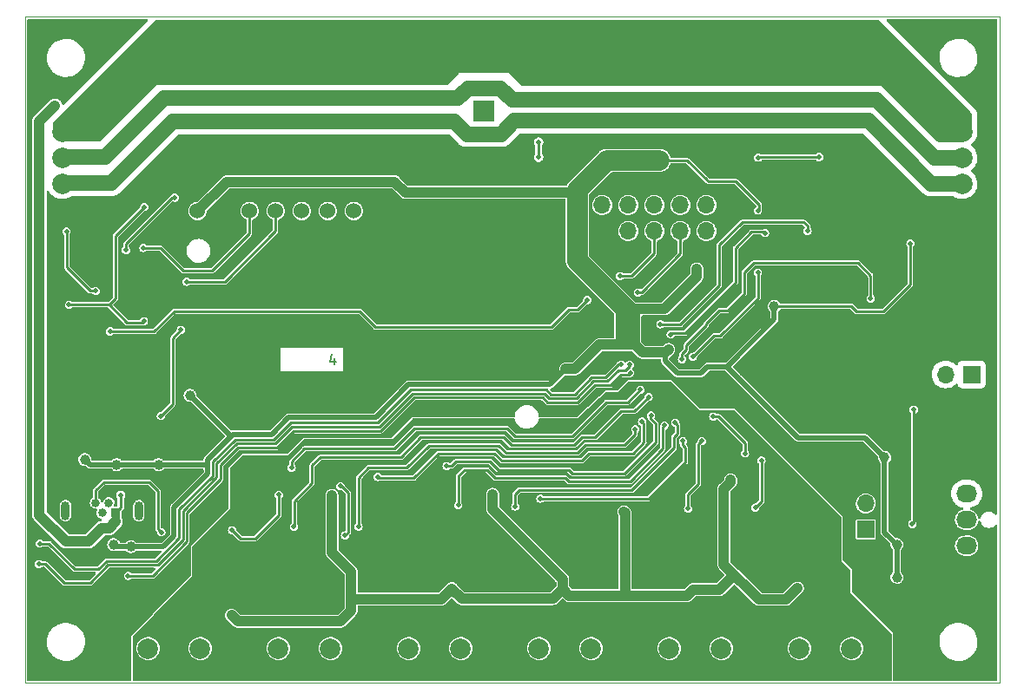
<source format=gbr>
%TF.GenerationSoftware,KiCad,Pcbnew,6.0.5-a6ca702e91~116~ubuntu20.04.1*%
%TF.CreationDate,2022-06-15T17:04:34-04:00*%
%TF.ProjectId,CAN-Acquisition-Module,43414e2d-4163-4717-9569-736974696f6e,rev?*%
%TF.SameCoordinates,Original*%
%TF.FileFunction,Copper,L4,Bot*%
%TF.FilePolarity,Positive*%
%FSLAX46Y46*%
G04 Gerber Fmt 4.6, Leading zero omitted, Abs format (unit mm)*
G04 Created by KiCad (PCBNEW 6.0.5-a6ca702e91~116~ubuntu20.04.1) date 2022-06-15 17:04:34*
%MOMM*%
%LPD*%
G01*
G04 APERTURE LIST*
%TA.AperFunction,Profile*%
%ADD10C,0.100000*%
%TD*%
%ADD11C,0.200000*%
%TA.AperFunction,NonConductor*%
%ADD12C,0.200000*%
%TD*%
%TA.AperFunction,ComponentPad*%
%ADD13C,1.524000*%
%TD*%
%TA.AperFunction,ComponentPad*%
%ADD14R,1.700000X1.700000*%
%TD*%
%TA.AperFunction,ComponentPad*%
%ADD15O,1.700000X1.700000*%
%TD*%
%TA.AperFunction,ComponentPad*%
%ADD16C,2.000000*%
%TD*%
%TA.AperFunction,ComponentPad*%
%ADD17R,2.000000X2.000000*%
%TD*%
%TA.AperFunction,ComponentPad*%
%ADD18R,0.840000X0.840000*%
%TD*%
%TA.AperFunction,ComponentPad*%
%ADD19C,0.840000*%
%TD*%
%TA.AperFunction,ComponentPad*%
%ADD20O,0.850000X1.850000*%
%TD*%
%TA.AperFunction,ComponentPad*%
%ADD21R,2.030000X1.730000*%
%TD*%
%TA.AperFunction,ComponentPad*%
%ADD22O,2.030000X1.730000*%
%TD*%
%TA.AperFunction,ViaPad*%
%ADD23C,1.000000*%
%TD*%
%TA.AperFunction,ViaPad*%
%ADD24C,0.514000*%
%TD*%
%TA.AperFunction,Conductor*%
%ADD25C,1.000000*%
%TD*%
%TA.AperFunction,Conductor*%
%ADD26C,0.500000*%
%TD*%
%TA.AperFunction,Conductor*%
%ADD27C,2.000000*%
%TD*%
%TA.AperFunction,Conductor*%
%ADD28C,0.250000*%
%TD*%
%TA.AperFunction,Conductor*%
%ADD29C,1.500000*%
%TD*%
%TA.AperFunction,Conductor*%
%ADD30C,0.750000*%
%TD*%
G04 APERTURE END LIST*
D10*
X20000000Y-90000000D02*
X115000000Y-90000000D01*
X115000000Y-90000000D02*
X115000000Y-25000000D01*
X115000000Y-25000000D02*
X20000000Y-25000000D01*
X20000000Y-25000000D02*
X20000000Y-90000000D01*
D11*
D12*
X50190476Y-58285714D02*
X50190476Y-58952380D01*
X49952380Y-57904761D02*
X49714285Y-58619047D01*
X50333333Y-58619047D01*
D13*
%TO.P,U7,1,VDD*%
%TO.N,+3V3*%
X36827701Y-43950000D03*
%TO.P,U7,2,GND*%
%TO.N,GND*%
X39367701Y-43950000D03*
%TO.P,U7,3,TX/SCL*%
%TO.N,Net-(D19-Pad1)*%
X41907701Y-43950000D03*
%TO.P,U7,4,RX/SDA*%
%TO.N,Net-(D20-Pad1)*%
X44447701Y-43950000D03*
%TO.P,U7,5,RDY*%
%TO.N,Net-(R41-Pad1)*%
X46987701Y-43950000D03*
%TO.P,U7,6,PWM*%
%TO.N,Net-(R40-Pad1)*%
X49527701Y-43950000D03*
%TO.P,U7,7,SEL*%
%TO.N,Net-(R42-Pad2)*%
X52067701Y-43950000D03*
%TD*%
D14*
%TO.P,J2,1,Pin_1*%
%TO.N,VBUS*%
X112287500Y-59900000D03*
D15*
%TO.P,J2,2,Pin_2*%
%TO.N,Net-(D6-Pad2)*%
X109747500Y-59900000D03*
%TD*%
D16*
%TO.P,J6,1,Pin_1*%
%TO.N,GND*%
X111350000Y-43810000D03*
%TO.P,J6,2,Pin_2*%
%TO.N,/CANbus/CAN_L{slash}GRN*%
X111350000Y-41270000D03*
%TO.P,J6,3,Pin_3*%
%TO.N,/CANbus/CAN_H{slash}YEL*%
X111350000Y-38730000D03*
%TO.P,J6,4,Pin_4*%
%TO.N,/CANbus/V+{slash}RED*%
X111350000Y-36190000D03*
%TD*%
D14*
%TO.P,J4,1,Pin_1*%
%TO.N,GND*%
X76270000Y-45900000D03*
D15*
%TO.P,J4,2,Pin_2*%
%TO.N,/MCU/UART0_RX*%
X76270000Y-43360000D03*
%TO.P,J4,3,Pin_3*%
%TO.N,/MCU/nRESET*%
X78810000Y-45900000D03*
%TO.P,J4,4,Pin_4*%
%TO.N,/MCU/UART0_TX*%
X78810000Y-43360000D03*
%TO.P,J4,5,Pin_5*%
%TO.N,/MCU/ICE_CLK*%
X81350000Y-45900000D03*
%TO.P,J4,6,Pin_6*%
%TO.N,unconnected-(J4-Pad6)*%
X81350000Y-43360000D03*
%TO.P,J4,7,Pin_7*%
%TO.N,/MCU/ICE_DAT*%
X83890000Y-45900000D03*
%TO.P,J4,8,Pin_8*%
%TO.N,unconnected-(J4-Pad8)*%
X83890000Y-43360000D03*
%TO.P,J4,9,Pin_9*%
%TO.N,Net-(J4-Pad9)*%
X86430000Y-45900000D03*
%TO.P,J4,10,Pin_10*%
%TO.N,unconnected-(J4-Pad10)*%
X86430000Y-43360000D03*
%TD*%
D17*
%TO.P,C6,1*%
%TO.N,Net-(C6-Pad1)*%
X64750000Y-34200000D03*
D16*
%TO.P,C6,2*%
%TO.N,GND*%
X64750000Y-39200000D03*
%TD*%
%TO.P,J5,1,Pin_1*%
%TO.N,/CANbus/V+{slash}RED*%
X23650000Y-36190000D03*
%TO.P,J5,2,Pin_2*%
%TO.N,/CANbus/CAN_H{slash}YEL*%
X23650000Y-38730000D03*
%TO.P,J5,3,Pin_3*%
%TO.N,/CANbus/CAN_L{slash}GRN*%
X23650000Y-41270000D03*
%TO.P,J5,4,Pin_4*%
%TO.N,GND*%
X23650000Y-43810000D03*
%TD*%
%TO.P,J9,1,Pin_1*%
%TO.N,Net-(C47-Pad1)*%
X82800000Y-86650000D03*
%TO.P,J9,2,Pin_2*%
%TO.N,GNDA*%
X85340000Y-86650000D03*
%TO.P,J9,3,Pin_3*%
%TO.N,Net-(C45-Pad1)*%
X87880000Y-86650000D03*
%TO.P,J9,4,Pin_4*%
%TO.N,GNDA*%
X90420000Y-86650000D03*
%TD*%
%TO.P,J10,1,Pin_1*%
%TO.N,Net-(D23-Pad1)*%
X44700000Y-86650000D03*
%TO.P,J10,2,Pin_2*%
%TO.N,GNDA*%
X47240000Y-86650000D03*
%TO.P,J10,3,Pin_3*%
%TO.N,Net-(D21-Pad1)*%
X49780000Y-86650000D03*
%TO.P,J10,4,Pin_4*%
%TO.N,GNDA*%
X52320000Y-86650000D03*
%TD*%
%TO.P,J8,1,Pin_1*%
%TO.N,Net-(C46-Pad1)*%
X95500000Y-86650000D03*
%TO.P,J8,2,Pin_2*%
%TO.N,GNDA*%
X98040000Y-86650000D03*
%TO.P,J8,3,Pin_3*%
%TO.N,Net-(C44-Pad1)*%
X100580000Y-86650000D03*
%TO.P,J8,4,Pin_4*%
%TO.N,GNDA*%
X103120000Y-86650000D03*
%TD*%
D18*
%TO.P,J7,1,VBUS*%
%TO.N,/Power/V_USB*%
X28825000Y-73420000D03*
D19*
%TO.P,J7,2,D-*%
%TO.N,Net-(D13-Pad1)*%
X28175000Y-72420000D03*
%TO.P,J7,3,D+*%
%TO.N,Net-(D14-Pad1)*%
X27525000Y-73420000D03*
%TO.P,J7,4,ID*%
%TO.N,/MCU/USB_OTG_ID*%
X26875000Y-72420000D03*
%TO.P,J7,5,GND*%
%TO.N,GND*%
X26225000Y-73420000D03*
D20*
%TO.P,J7,6,Shield*%
%TO.N,Net-(J7-Pad6)*%
X23950000Y-73200000D03*
%TO.P,J7,7*%
%TO.N,N/C*%
X31100000Y-73200000D03*
%TD*%
D21*
%TO.P,J1,1,Pin_1*%
%TO.N,GND*%
X111800000Y-69000000D03*
D22*
%TO.P,J1,2,Pin_2*%
%TO.N,VBUS*%
X111800000Y-71540000D03*
%TO.P,J1,3,Pin_3*%
%TO.N,Net-(J1-Pad3)*%
X111800000Y-74080000D03*
%TO.P,J1,4,Pin_4*%
%TO.N,Net-(J1-Pad4)*%
X111800000Y-76620000D03*
%TD*%
D16*
%TO.P,J12,1,Pin_1*%
%TO.N,Net-(C67-Pad1)*%
X70100000Y-86650000D03*
%TO.P,J12,2,Pin_2*%
%TO.N,GNDA*%
X72640000Y-86650000D03*
%TO.P,J12,3,Pin_3*%
%TO.N,Net-(C65-Pad1)*%
X75180000Y-86650000D03*
%TO.P,J12,4,Pin_4*%
%TO.N,GNDA*%
X77720000Y-86650000D03*
%TD*%
%TO.P,J13,1,Pin_1*%
%TO.N,Net-(C68-Pad1)*%
X57400000Y-86650000D03*
%TO.P,J13,2,Pin_2*%
%TO.N,GNDA*%
X59940000Y-86650000D03*
%TO.P,J13,3,Pin_3*%
%TO.N,Net-(C66-Pad1)*%
X62480000Y-86650000D03*
%TO.P,J13,4,Pin_4*%
%TO.N,GNDA*%
X65020000Y-86650000D03*
%TD*%
%TO.P,J11,1,Pin_1*%
%TO.N,Net-(D24-Pad1)*%
X32000000Y-86650000D03*
%TO.P,J11,2,Pin_2*%
%TO.N,GNDA*%
X34540000Y-86650000D03*
%TO.P,J11,3,Pin_3*%
%TO.N,Net-(D22-Pad1)*%
X37080000Y-86650000D03*
%TO.P,J11,4,Pin_4*%
%TO.N,GNDA*%
X39620000Y-86650000D03*
%TD*%
D14*
%TO.P,J3,1,Pin_1*%
%TO.N,Net-(D8-Pad1)*%
X101975000Y-75025000D03*
D15*
%TO.P,J3,2,Pin_2*%
%TO.N,Net-(D9-Pad1)*%
X101975000Y-72485000D03*
%TO.P,J3,3,Pin_3*%
%TO.N,GND*%
X101975000Y-69945000D03*
%TD*%
D23*
%TO.N,+1V8*%
X65600000Y-71600000D03*
X72430000Y-80840000D03*
X95312500Y-80750000D03*
X40150000Y-83400000D03*
X88800000Y-70200000D03*
X85150000Y-80900000D03*
X49930000Y-71700000D03*
X78400000Y-73300000D03*
X50775000Y-83975000D03*
X61600000Y-80800000D03*
X78500000Y-81500000D03*
%TO.N,GNDA*%
X72500000Y-77750000D03*
D24*
X52450000Y-69120000D03*
X75306490Y-68381357D03*
D23*
X73540000Y-82840000D03*
D24*
X41550000Y-68350000D03*
X60330000Y-68720000D03*
X47070000Y-74850000D03*
D23*
X97562500Y-82200000D03*
X76050000Y-64400000D03*
X41750000Y-82800000D03*
D24*
X47000000Y-69000000D03*
D23*
X48730000Y-71750000D03*
X93812500Y-80400000D03*
X77150000Y-77500000D03*
X70750000Y-80490000D03*
X80050000Y-77600000D03*
D24*
X50900000Y-74800000D03*
X44175000Y-72250000D03*
D23*
X83600000Y-80300000D03*
D24*
X70650000Y-65198500D03*
X80894500Y-64925000D03*
X79775000Y-66300000D03*
D23*
X39298971Y-79797299D03*
D24*
X47450000Y-66600000D03*
D23*
X61600000Y-77700000D03*
X64923500Y-70600000D03*
X60180000Y-80540000D03*
D24*
X63770000Y-70000000D03*
D23*
X53274000Y-82992000D03*
D24*
X36100000Y-80400000D03*
X85392089Y-65307911D03*
D23*
X95212500Y-77750000D03*
D24*
X85650000Y-71900000D03*
D23*
X81800000Y-61400000D03*
D24*
X57900000Y-64600000D03*
D23*
X62860000Y-82970000D03*
D24*
X68690000Y-72750000D03*
X63270000Y-72610000D03*
X40200000Y-75900000D03*
X78730000Y-65360000D03*
X75350000Y-65200000D03*
X92600000Y-68300000D03*
D23*
X87580220Y-70019780D03*
D24*
X37700000Y-75900000D03*
X83700000Y-67500000D03*
X82850000Y-65525000D03*
X81925000Y-64200000D03*
X52100000Y-75400000D03*
D23*
X85150000Y-77750000D03*
X78300000Y-64500000D03*
D24*
X70630000Y-72990000D03*
D23*
X50410000Y-80185000D03*
D24*
X86290000Y-64190000D03*
D23*
X86950000Y-82250000D03*
D24*
X50551036Y-70036229D03*
X90100000Y-72900000D03*
D23*
%TO.N,GND*%
X87300000Y-55100000D03*
X22700000Y-68400000D03*
D24*
X96100000Y-65150000D03*
X90075000Y-43900000D03*
D23*
X81600000Y-52300000D03*
X100420000Y-37040000D03*
D24*
X45350000Y-67300000D03*
D23*
X108900000Y-55306000D03*
X77400000Y-40850000D03*
D24*
X78980000Y-51640000D03*
X78700000Y-58200000D03*
X91500000Y-40850000D03*
X31100000Y-54040000D03*
D23*
X72450000Y-61050000D03*
D24*
X23100000Y-50300000D03*
X90400000Y-63900000D03*
X75070000Y-59370000D03*
X66900000Y-63650000D03*
X94350000Y-39450000D03*
D23*
X110050000Y-79525000D03*
X100500000Y-38250000D03*
D24*
X30950000Y-47050000D03*
X87200000Y-56950000D03*
X91600000Y-63400000D03*
X81350000Y-49250000D03*
D23*
X52500000Y-58000000D03*
D24*
X90850000Y-50550000D03*
X53200000Y-43000000D03*
X88150000Y-52850000D03*
X36375000Y-51425000D03*
X79800000Y-60100000D03*
X94500000Y-55850000D03*
X84050000Y-53750000D03*
X27550000Y-52150000D03*
X83210000Y-58360000D03*
X24188659Y-53890894D03*
X89000000Y-57600000D03*
X90600000Y-39050000D03*
X21550000Y-75450000D03*
D23*
X104800000Y-83075000D03*
D24*
X101510000Y-52410000D03*
X72950000Y-63600000D03*
X75900000Y-61600000D03*
X107000000Y-47650000D03*
X107110000Y-62480000D03*
D23*
X36200000Y-37500000D03*
X37350000Y-61850000D03*
X108425000Y-54000000D03*
D24*
X70000000Y-47000000D03*
D23*
X21550000Y-80600000D03*
D24*
X50100000Y-42850000D03*
X81950000Y-47375000D03*
X82200000Y-55800000D03*
X73200000Y-50400000D03*
X74025000Y-52625000D03*
X35400000Y-43225000D03*
X74900000Y-56600000D03*
D23*
X70340000Y-40840000D03*
X22140000Y-32630000D03*
D24*
X71050000Y-54550000D03*
X68850000Y-47550000D03*
X83750000Y-49350000D03*
D23*
X80900000Y-59100000D03*
X81250000Y-37000000D03*
D24*
X69750000Y-49100000D03*
X38000000Y-73100000D03*
D23*
X84700000Y-37750000D03*
D24*
X35850000Y-55050000D03*
X106140000Y-75370000D03*
D23*
X76600000Y-41700000D03*
X76200000Y-48550000D03*
D24*
X94950000Y-41350000D03*
X88500000Y-61300000D03*
D23*
X23300000Y-61800000D03*
D24*
X75720000Y-58880000D03*
D23*
X102400000Y-46750000D03*
X103700000Y-76900000D03*
X73290000Y-39790000D03*
X37750000Y-57500000D03*
D24*
X89050000Y-39100000D03*
D23*
X27900000Y-67600000D03*
D24*
X30850000Y-43500000D03*
D23*
X34400000Y-69900000D03*
X102850000Y-64850000D03*
X80678012Y-56621988D03*
X45750000Y-60750000D03*
X102075000Y-57525000D03*
D24*
X88725000Y-48550000D03*
D23*
X55575000Y-45825000D03*
X29000000Y-62000000D03*
D24*
X75050000Y-62450000D03*
D23*
X35400000Y-77800000D03*
D24*
X23110000Y-51090000D03*
X97000000Y-45400000D03*
X73177392Y-57977392D03*
X74375000Y-51575000D03*
D23*
X98150000Y-49975000D03*
X70840000Y-39830000D03*
D24*
X86400000Y-58400000D03*
D23*
X56350000Y-54400000D03*
X72550000Y-40790000D03*
X105000000Y-69800000D03*
D24*
X54100000Y-62700000D03*
X79900000Y-47600000D03*
D23*
X24800000Y-74900000D03*
X30975000Y-82000000D03*
D24*
X87100000Y-59950000D03*
X77250000Y-50000000D03*
X95125000Y-62600000D03*
X69550000Y-54250000D03*
X68330000Y-38700000D03*
D23*
X34400000Y-39200000D03*
X71440000Y-40760000D03*
D24*
X68250000Y-53850000D03*
X56500000Y-64700000D03*
D23*
X25650000Y-77600000D03*
D24*
X93000000Y-45600000D03*
D23*
X56700000Y-56100000D03*
D24*
X83150000Y-50450000D03*
D23*
X34700000Y-37800000D03*
X72110000Y-39810000D03*
X87510000Y-38980000D03*
X108425000Y-52800000D03*
D24*
X32950000Y-62800000D03*
D23*
X104250000Y-39750000D03*
X82500000Y-37250000D03*
D24*
X30580000Y-48300000D03*
X74500000Y-55200000D03*
D23*
X72000000Y-43400000D03*
D24*
X93450000Y-62975000D03*
X28800000Y-55100000D03*
X70750000Y-63500000D03*
X83650000Y-57400000D03*
X67600000Y-47950000D03*
%TO.N,+3V3*%
X91450000Y-43900000D03*
D23*
X36100000Y-61926500D03*
X103800000Y-68000000D03*
X72720000Y-59360000D03*
X79550000Y-39000000D03*
X82747792Y-57452208D03*
X93050000Y-53250000D03*
X33037500Y-68700000D03*
X58050000Y-42150000D03*
X28655000Y-76500000D03*
X25837500Y-68200000D03*
X30324750Y-76705250D03*
X73850000Y-42250000D03*
D24*
X106325000Y-47125000D03*
D23*
X80750000Y-39000000D03*
X81850000Y-39000000D03*
D24*
X26900000Y-51750000D03*
D23*
X85500000Y-49600000D03*
X105000000Y-76500000D03*
X105000000Y-79700000D03*
X28937500Y-68700000D03*
D24*
X24051500Y-45950000D03*
%TO.N,/Power/V_USB*%
X29335000Y-71700000D03*
D23*
X22925000Y-33675000D03*
D24*
%TO.N,/MCU/FAN_PWM_CTRL*%
X106500000Y-74500000D03*
X106640000Y-63340000D03*
%TO.N,/MCU/USB_OTG_ID*%
X33300000Y-75300000D03*
%TO.N,Net-(D19-Pad1)*%
X31550000Y-47550000D03*
%TO.N,Net-(D20-Pad1)*%
X35750000Y-50850000D03*
%TO.N,/MCU/ICE_DAT*%
X79750000Y-51900000D03*
%TO.N,/MCU/ICE_CLK*%
X78000000Y-50300000D03*
%TO.N,Net-(R10-Pad1)*%
X78150000Y-58944500D03*
X21455000Y-76400000D03*
%TO.N,Net-(R11-Pad1)*%
X21355000Y-78400000D03*
X78950000Y-58950000D03*
%TO.N,Net-(R12-Pad1)*%
X30055000Y-79550000D03*
X79000000Y-59750000D03*
%TO.N,/CANbus/CAN_PIN8*%
X82950000Y-56000000D03*
X92150000Y-46100000D03*
%TO.N,/CANbus/CAN_PIN5*%
X96300000Y-45900000D03*
X81950000Y-55000000D03*
%TO.N,Net-(C39-Pad1)*%
X97410000Y-38680000D03*
X91475000Y-38735000D03*
%TO.N,Net-(C7-Pad1)*%
X70090000Y-38690000D03*
X70070000Y-37220000D03*
%TO.N,Net-(C58-Pad1)*%
X40200000Y-75100000D03*
X44750000Y-71650000D03*
%TO.N,/MCU/HUMIDITY_ALERT*%
X34600000Y-42650000D03*
X29850000Y-47750000D03*
%TO.N,/MCU/PERIPHERAL_RESET*%
X31650000Y-43550000D03*
X31600000Y-54700000D03*
X24300000Y-53100000D03*
%TO.N,/MCU/SCREEN_SS*%
X28300000Y-55700000D03*
X74820000Y-52640000D03*
%TO.N,/ADC0*%
X87100000Y-64000000D03*
X90200000Y-67600000D03*
%TO.N,/ADC9*%
X52530000Y-74750000D03*
X79500000Y-65220000D03*
%TO.N,/ADC10*%
X80800000Y-62100000D03*
X46230000Y-74750000D03*
%TO.N,/ADC11*%
X80000000Y-61400000D03*
X46000000Y-69000000D03*
%TO.N,/ADC8*%
X54400000Y-69900000D03*
X80160000Y-64500000D03*
%TO.N,/ADC6*%
X62240000Y-72660000D03*
X82350000Y-64875000D03*
%TO.N,/ADC5*%
X83400000Y-64600000D03*
X67800000Y-72790000D03*
%TO.N,/ADC4*%
X84150000Y-66400000D03*
X70250000Y-72020000D03*
%TO.N,/ADC2*%
X86000000Y-66400000D03*
X84650000Y-73000000D03*
%TO.N,/ADC1*%
X91800000Y-68300000D03*
X91200000Y-72900000D03*
%TO.N,/ADC7*%
X61110000Y-68840000D03*
X81030000Y-63910000D03*
%TO.N,Net-(C55-Pad1)*%
X51200000Y-75600000D03*
X50750000Y-70800000D03*
%TO.N,Net-(R72-Pad2)*%
X33250000Y-63950000D03*
X35200000Y-55550000D03*
%TO.N,/MCU/MEM_CLK*%
X91450000Y-49950000D03*
X85125000Y-58175000D03*
%TO.N,/MCU/MEM_nSS*%
X84050000Y-58400000D03*
X102450000Y-52500000D03*
%TD*%
D25*
%TO.N,+1V8*%
X61600000Y-80800000D02*
X62580000Y-81780000D01*
X88130000Y-78430000D02*
X91550000Y-81850000D01*
X60560000Y-81840000D02*
X51810000Y-81840000D01*
X91550000Y-81850000D02*
X94212500Y-81850000D01*
X51810000Y-79160000D02*
X49930000Y-77280000D01*
X88800000Y-70200000D02*
X88800000Y-70393128D01*
X73070000Y-81500000D02*
X78500000Y-81500000D01*
X84550000Y-81500000D02*
X85150000Y-80900000D01*
X51810000Y-82935000D02*
X51810000Y-81840000D01*
X62580000Y-81780000D02*
X71490000Y-81780000D01*
X78500000Y-73400000D02*
X78400000Y-73300000D01*
X88800000Y-70393128D02*
X88130000Y-71063128D01*
X78500000Y-81500000D02*
X84550000Y-81500000D01*
X49930000Y-77280000D02*
X49930000Y-71700000D01*
X94212500Y-81850000D02*
X95312500Y-80750000D01*
X61600000Y-80800000D02*
X60560000Y-81840000D01*
X40150000Y-83400000D02*
X40750000Y-84000000D01*
X65600000Y-73050000D02*
X72430000Y-79880000D01*
X72420000Y-80850000D02*
X73070000Y-81500000D01*
X50745000Y-84000000D02*
X51810000Y-82935000D01*
X72430000Y-79880000D02*
X72430000Y-80840000D01*
X85300000Y-80900000D02*
X85150000Y-80900000D01*
X51810000Y-81840000D02*
X51810000Y-79160000D01*
X72420000Y-80850000D02*
X72430000Y-80840000D01*
X71490000Y-81780000D02*
X72420000Y-80850000D01*
X78500000Y-81500000D02*
X78500000Y-73400000D01*
X85300000Y-80900000D02*
X87700000Y-80900000D01*
X88130000Y-71063128D02*
X88130000Y-78430000D01*
X65600000Y-71600000D02*
X65600000Y-73050000D01*
X87700000Y-80900000D02*
X89150000Y-79450000D01*
X40750000Y-84000000D02*
X50745000Y-84000000D01*
D26*
%TO.N,+3V3*%
X33494750Y-76705250D02*
X34545440Y-75654560D01*
D27*
X73850000Y-42250000D02*
X73850000Y-48800000D01*
D25*
X82350000Y-53500000D02*
X79462896Y-53500000D01*
D26*
X82400000Y-58600000D02*
X82400000Y-57800000D01*
X95400000Y-66100000D02*
X88450000Y-59150000D01*
D27*
X76740000Y-39000000D02*
X79550000Y-39000000D01*
D28*
X86450000Y-40900000D02*
X86600000Y-41050000D01*
D26*
X37700000Y-68700000D02*
X26337500Y-68700000D01*
D28*
X26350000Y-51750000D02*
X24051500Y-49451500D01*
D26*
X86525000Y-59150000D02*
X85875000Y-59800000D01*
X34545440Y-75654560D02*
X34545440Y-72854560D01*
X28860250Y-76705250D02*
X33494750Y-76705250D01*
D25*
X39677701Y-41100000D02*
X36827701Y-43950000D01*
D26*
X93050000Y-53250000D02*
X93050000Y-54550000D01*
D25*
X85500000Y-49600000D02*
X85500000Y-50350000D01*
D26*
X40280346Y-65745440D02*
X44054560Y-65745440D01*
D25*
X79462896Y-53500000D02*
X79462896Y-57000000D01*
D26*
X44054560Y-65745440D02*
X45701520Y-64098480D01*
D25*
X73640000Y-59360000D02*
X76000000Y-57000000D01*
D26*
X103800000Y-75300000D02*
X105000000Y-76500000D01*
X93050000Y-54550000D02*
X88450000Y-59150000D01*
D28*
X103675000Y-53750000D02*
X106325000Y-51100000D01*
X89050000Y-41050000D02*
X89300000Y-41050000D01*
D26*
X38212893Y-67812893D02*
X40099643Y-65926143D01*
X37805440Y-68220346D02*
X38212893Y-67812893D01*
X40099643Y-65926143D02*
X36100000Y-61926500D01*
D28*
X100575000Y-53250000D02*
X101075000Y-53750000D01*
X106325000Y-51100000D02*
X106325000Y-47125000D01*
D25*
X85500000Y-50350000D02*
X82350000Y-53500000D01*
D26*
X57400000Y-60900000D02*
X71180000Y-60900000D01*
D28*
X84550000Y-39000000D02*
X86450000Y-40900000D01*
D26*
X99400000Y-66100000D02*
X95400000Y-66100000D01*
X37805440Y-68805440D02*
X37805440Y-68220346D01*
D28*
X89300000Y-41050000D02*
X91550000Y-43300000D01*
D25*
X73730000Y-42130000D02*
X57080000Y-42130000D01*
D26*
X82400000Y-57800000D02*
X82451501Y-57748499D01*
X101900000Y-66100000D02*
X99400000Y-66100000D01*
D28*
X101075000Y-53750000D02*
X103675000Y-53750000D01*
D26*
X34545440Y-72854560D02*
X37805440Y-69594560D01*
D25*
X57080000Y-42130000D02*
X56050000Y-41100000D01*
D27*
X80750000Y-39000000D02*
X81850000Y-39000000D01*
D28*
X86600000Y-41050000D02*
X88750000Y-41050000D01*
X91550000Y-43800000D02*
X91450000Y-43900000D01*
X88750000Y-41050000D02*
X89050000Y-41050000D01*
D26*
X83600000Y-59800000D02*
X82400000Y-58600000D01*
X45701520Y-64098480D02*
X54201520Y-64098480D01*
D25*
X72720000Y-59360000D02*
X73640000Y-59360000D01*
D26*
X38212893Y-67812893D02*
X40280346Y-65745440D01*
X88450000Y-59150000D02*
X86525000Y-59150000D01*
D25*
X56050000Y-41100000D02*
X39677701Y-41100000D01*
D26*
X71180000Y-60900000D02*
X72720000Y-59360000D01*
X54201520Y-64098480D02*
X57400000Y-60900000D01*
X28655000Y-76500000D02*
X28860250Y-76705250D01*
X37805440Y-69594560D02*
X37805440Y-68805440D01*
D25*
X76000000Y-57000000D02*
X79462896Y-57000000D01*
X79462896Y-57000000D02*
X80211395Y-57748499D01*
D26*
X85875000Y-59800000D02*
X83600000Y-59800000D01*
D25*
X80211395Y-57748499D02*
X82451501Y-57748499D01*
D28*
X24051500Y-49451500D02*
X24051500Y-45950000D01*
D27*
X73850000Y-42250000D02*
X73850000Y-41890000D01*
D28*
X81850000Y-39000000D02*
X83300000Y-39000000D01*
D27*
X79550000Y-39000000D02*
X80750000Y-39000000D01*
D28*
X93050000Y-53250000D02*
X100575000Y-53250000D01*
X83750000Y-39000000D02*
X84550000Y-39000000D01*
X91550000Y-43300000D02*
X91550000Y-43800000D01*
D26*
X103800000Y-68000000D02*
X101900000Y-66100000D01*
D25*
X82451501Y-57748499D02*
X82747792Y-57452208D01*
D26*
X103800000Y-68000000D02*
X103800000Y-75300000D01*
D27*
X78575000Y-53525000D02*
X78575000Y-56400000D01*
D26*
X37805440Y-68805440D02*
X37700000Y-68700000D01*
D25*
X73850000Y-42250000D02*
X73730000Y-42130000D01*
D26*
X26337500Y-68700000D02*
X25837500Y-68200000D01*
X105000000Y-76500000D02*
X105000000Y-79700000D01*
D28*
X83300000Y-39000000D02*
X83750000Y-39000000D01*
D27*
X73850000Y-41890000D02*
X76740000Y-39000000D01*
D28*
X26900000Y-51750000D02*
X26350000Y-51750000D01*
D27*
X73850000Y-48800000D02*
X78575000Y-53525000D01*
D29*
%TO.N,/CANbus/CAN_L{slash}GRN*%
X61870000Y-35200000D02*
X63120000Y-36450000D01*
X102200000Y-35100000D02*
X108359290Y-41259290D01*
X108359290Y-41259290D02*
X111350000Y-41259290D01*
X34450000Y-35200000D02*
X61870000Y-35200000D01*
X66384000Y-36450000D02*
X67734000Y-35100000D01*
X28400000Y-41250000D02*
X34450000Y-35200000D01*
X63120000Y-36450000D02*
X66384000Y-36450000D01*
X67734000Y-35100000D02*
X102200000Y-35100000D01*
X23650000Y-41250000D02*
X28400000Y-41250000D01*
%TO.N,/CANbus/CAN_H{slash}YEL*%
X66367489Y-31950489D02*
X67517480Y-33100480D01*
X27790000Y-38710000D02*
X33550000Y-32950000D01*
X62160000Y-32950000D02*
X62164000Y-32954000D01*
X67517480Y-33100480D02*
X103028228Y-33100480D01*
X33550000Y-32950000D02*
X62160000Y-32950000D01*
X23650000Y-38710000D02*
X27790000Y-38710000D01*
X62164000Y-32954000D02*
X63167511Y-31950489D01*
X108647038Y-38719290D02*
X111350000Y-38719290D01*
X103028228Y-33100480D02*
X108647038Y-38719290D01*
X63167511Y-31950489D02*
X66367489Y-31950489D01*
D25*
%TO.N,/Power/V_USB*%
X28200000Y-74900000D02*
X28825000Y-74275000D01*
D28*
X29335000Y-72910000D02*
X28825000Y-73420000D01*
D25*
X21410989Y-35189011D02*
X21410989Y-73610989D01*
X24000000Y-76200000D02*
X26200000Y-76200000D01*
X27500000Y-74900000D02*
X28200000Y-74900000D01*
X21410989Y-73610989D02*
X24000000Y-76200000D01*
X22925000Y-33675000D02*
X21410989Y-35189011D01*
X26200000Y-76200000D02*
X27500000Y-74900000D01*
D28*
X29335000Y-71700000D02*
X29335000Y-72910000D01*
D30*
X28825000Y-74275000D02*
X28825000Y-73420000D01*
D28*
%TO.N,/MCU/FAN_PWM_CTRL*%
X106600000Y-74400000D02*
X106500000Y-74500000D01*
X106600000Y-63380000D02*
X106600000Y-74400000D01*
X106640000Y-63340000D02*
X106600000Y-63380000D01*
%TO.N,/MCU/USB_OTG_ID*%
X26875000Y-71225000D02*
X26875000Y-72420000D01*
X33300000Y-75300000D02*
X33000000Y-75000000D01*
X27700000Y-70400000D02*
X26875000Y-71225000D01*
X32100000Y-70400000D02*
X27700000Y-70400000D01*
X33000000Y-75000000D02*
X33000000Y-71300000D01*
X33000000Y-71300000D02*
X32100000Y-70400000D01*
%TO.N,Net-(D19-Pad1)*%
X41907701Y-46142299D02*
X41907701Y-43950000D01*
X31550000Y-47550000D02*
X33200000Y-47550000D01*
X38250000Y-49800000D02*
X41907701Y-46142299D01*
X33200000Y-47550000D02*
X35450000Y-49800000D01*
X35450000Y-49800000D02*
X38250000Y-49800000D01*
%TO.N,Net-(D20-Pad1)*%
X35750000Y-50850000D02*
X39500000Y-50850000D01*
X39500000Y-50850000D02*
X44447701Y-45902299D01*
X44447701Y-45902299D02*
X44447701Y-43950000D01*
%TO.N,/MCU/ICE_DAT*%
X80100000Y-51900000D02*
X83890000Y-48110000D01*
X79750000Y-51900000D02*
X80100000Y-51900000D01*
X83890000Y-48110000D02*
X83890000Y-45900000D01*
%TO.N,/MCU/ICE_CLK*%
X79150000Y-50300000D02*
X81350000Y-48100000D01*
X78000000Y-50300000D02*
X79150000Y-50300000D01*
X81350000Y-48100000D02*
X81350000Y-45900000D01*
%TO.N,Net-(R10-Pad1)*%
X38306960Y-69802296D02*
X35046960Y-73062296D01*
X24850000Y-78900000D02*
X22350000Y-76400000D01*
X78150000Y-58944500D02*
X77855500Y-58944500D01*
X77855500Y-58944500D02*
X76616520Y-60183480D01*
X32785776Y-78123480D02*
X27944041Y-78123480D01*
X44262296Y-66246960D02*
X40488082Y-66246960D01*
X75265352Y-60183480D02*
X73598831Y-61850000D01*
X27167520Y-78900000D02*
X24850000Y-78900000D01*
X27944041Y-78123480D02*
X27167520Y-78900000D01*
X35046960Y-75862296D02*
X32785776Y-78123480D01*
X71240744Y-61850000D02*
X70792264Y-61401520D01*
X38306960Y-68428082D02*
X38306960Y-69802296D01*
X45909256Y-64600000D02*
X44262296Y-66246960D01*
X22350000Y-76400000D02*
X21455000Y-76400000D01*
X70792264Y-61401520D02*
X57607736Y-61401520D01*
X73598831Y-61850000D02*
X71240744Y-61850000D01*
X40488082Y-66246960D02*
X38306960Y-68428082D01*
X35046960Y-73062296D02*
X35046960Y-75862296D01*
X57607736Y-61401520D02*
X54409256Y-64600000D01*
X54409256Y-64600000D02*
X45909256Y-64600000D01*
X76616520Y-60183480D02*
X75265352Y-60183480D01*
%TO.N,Net-(R11-Pad1)*%
X35423480Y-76018256D02*
X35423480Y-73218256D01*
X71084785Y-62226520D02*
X73754790Y-62226520D01*
X21355000Y-78400000D02*
X22000000Y-78400000D01*
X73754790Y-62226520D02*
X75421311Y-60560000D01*
X57763696Y-61778040D02*
X70636305Y-61778040D01*
X54541736Y-65000000D02*
X57763696Y-61778040D01*
X44418256Y-66623480D02*
X46041736Y-65000000D01*
X78950000Y-59050000D02*
X78950000Y-58950000D01*
X75421311Y-60560000D02*
X76772480Y-60560000D01*
X40644041Y-66623480D02*
X44418256Y-66623480D01*
X38683480Y-68584041D02*
X40644041Y-66623480D01*
X70636305Y-61778040D02*
X71084785Y-62226520D01*
X46041736Y-65000000D02*
X54541736Y-65000000D01*
X28100000Y-78500000D02*
X32941736Y-78500000D01*
X23860000Y-80260000D02*
X26340000Y-80260000D01*
X22000000Y-78400000D02*
X23860000Y-80260000D01*
X38683480Y-69958256D02*
X38683480Y-68584041D01*
X32941736Y-78500000D02*
X35423480Y-76018256D01*
X26340000Y-80260000D02*
X28100000Y-78500000D01*
X78500000Y-59500000D02*
X78950000Y-59050000D01*
X76772480Y-60560000D02*
X77832480Y-59500000D01*
X35423480Y-73218256D02*
X38683480Y-69958256D01*
X77832480Y-59500000D02*
X78500000Y-59500000D01*
%TO.N,Net-(R12-Pad1)*%
X40800001Y-67000000D02*
X39060000Y-68740001D01*
X35800000Y-73374216D02*
X35800000Y-76200000D01*
X78100000Y-59900000D02*
X77063480Y-60936520D01*
X46174216Y-65400000D02*
X44574216Y-67000000D01*
X70480346Y-62154560D02*
X57919656Y-62154560D01*
X77063480Y-60936520D02*
X75577271Y-60936520D01*
X39060000Y-68740001D02*
X39060000Y-70114216D01*
X57919656Y-62154560D02*
X54674216Y-65400000D01*
X70928826Y-62603040D02*
X70480346Y-62154560D01*
X32450000Y-79550000D02*
X30055000Y-79550000D01*
X35800000Y-76200000D02*
X32450000Y-79550000D01*
X78850000Y-59900000D02*
X79000000Y-59750000D01*
X73910750Y-62603040D02*
X70928826Y-62603040D01*
X54674216Y-65400000D02*
X46174216Y-65400000D01*
X44574216Y-67000000D02*
X40800001Y-67000000D01*
X78100000Y-59900000D02*
X78850000Y-59900000D01*
X75577271Y-60936520D02*
X73910750Y-62603040D01*
X39060000Y-70114216D02*
X35800000Y-73374216D01*
%TO.N,/CANbus/CAN_PIN8*%
X83100000Y-55850000D02*
X84350000Y-55850000D01*
X92050000Y-46000000D02*
X92150000Y-46100000D01*
X89250000Y-47600000D02*
X90850000Y-46000000D01*
X82950000Y-56000000D02*
X83100000Y-55850000D01*
X84350000Y-55850000D02*
X89250000Y-50950000D01*
X89250000Y-50950000D02*
X89250000Y-47600000D01*
X90850000Y-46000000D02*
X92050000Y-46000000D01*
%TO.N,/CANbus/CAN_PIN5*%
X81950000Y-55000000D02*
X83900000Y-55000000D01*
X89850000Y-45100000D02*
X89950000Y-45000000D01*
X87700000Y-47250000D02*
X89850000Y-45100000D01*
X87700000Y-48950000D02*
X87700000Y-47750000D01*
X87700000Y-47750000D02*
X87700000Y-47250000D01*
X96300000Y-45400000D02*
X96300000Y-45900000D01*
X95900000Y-45000000D02*
X96300000Y-45400000D01*
X89950000Y-45000000D02*
X95900000Y-45000000D01*
X83900000Y-55000000D02*
X87700000Y-51200000D01*
X87700000Y-51200000D02*
X87700000Y-48950000D01*
%TO.N,Net-(C39-Pad1)*%
X91530000Y-38680000D02*
X91475000Y-38735000D01*
X97410000Y-38680000D02*
X91530000Y-38680000D01*
%TO.N,Net-(C7-Pad1)*%
X70090000Y-37240000D02*
X70070000Y-37220000D01*
X70090000Y-38690000D02*
X70090000Y-37240000D01*
%TO.N,Net-(C58-Pad1)*%
X44750000Y-73650000D02*
X42500000Y-75900000D01*
X41000000Y-75900000D02*
X42500000Y-75900000D01*
X44750000Y-71650000D02*
X44750000Y-73650000D01*
X40200000Y-75100000D02*
X41000000Y-75900000D01*
%TO.N,/MCU/HUMIDITY_ALERT*%
X34600000Y-42650000D02*
X34350000Y-42650000D01*
X29850000Y-47150000D02*
X29850000Y-47750000D01*
X34350000Y-42650000D02*
X29850000Y-47150000D01*
%TO.N,/MCU/PERIPHERAL_RESET*%
X31650000Y-43550000D02*
X28850000Y-46350000D01*
X28200000Y-53100000D02*
X24300000Y-53100000D01*
X28850000Y-46350000D02*
X28850000Y-52450000D01*
X28850000Y-52450000D02*
X28200000Y-53100000D01*
X29950000Y-54850000D02*
X28200000Y-53100000D01*
X31600000Y-54700000D02*
X31450000Y-54850000D01*
X31450000Y-54850000D02*
X29950000Y-54850000D01*
%TO.N,/MCU/SCREEN_SS*%
X73860000Y-53600000D02*
X73000000Y-53600000D01*
X54150000Y-55250000D02*
X52650000Y-53750000D01*
X52650000Y-53750000D02*
X34550000Y-53750000D01*
X71350000Y-55250000D02*
X54150000Y-55250000D01*
X74820000Y-52640000D02*
X73860000Y-53600000D01*
X32600000Y-55700000D02*
X28300000Y-55700000D01*
X73000000Y-53600000D02*
X71350000Y-55250000D01*
X34550000Y-53750000D02*
X32600000Y-55700000D01*
%TO.N,/ADC0*%
X87600000Y-64000000D02*
X87100000Y-64000000D01*
X90200000Y-67600000D02*
X90200000Y-66600000D01*
X90200000Y-66600000D02*
X87600000Y-64000000D01*
%TO.N,/ADC9*%
X52530000Y-69970000D02*
X52530000Y-74750000D01*
X59370000Y-66850000D02*
X57220000Y-69000000D01*
X79500000Y-65750000D02*
X78450000Y-66800000D01*
X53500000Y-69000000D02*
X52530000Y-69970000D01*
X57220000Y-69000000D02*
X53500000Y-69000000D01*
X74650000Y-66800000D02*
X73900000Y-67550000D01*
X66200000Y-66850000D02*
X59370000Y-66850000D01*
X78450000Y-66800000D02*
X74650000Y-66800000D01*
X79500000Y-65220000D02*
X79500000Y-65750000D01*
X73900000Y-67550000D02*
X66900000Y-67550000D01*
X66900000Y-67550000D02*
X66200000Y-66850000D01*
%TO.N,/ADC10*%
X56650000Y-67950000D02*
X48800000Y-67950000D01*
X58550000Y-66050000D02*
X56650000Y-67950000D01*
X74300000Y-66050000D02*
X73550000Y-66800000D01*
X48800000Y-67950000D02*
X48000000Y-68750000D01*
X46250000Y-74730000D02*
X46230000Y-74750000D01*
X67400000Y-66800000D02*
X66650000Y-66050000D01*
X46250000Y-72250000D02*
X46250000Y-74730000D01*
X80800000Y-62100000D02*
X79400000Y-63500000D01*
X48000000Y-70500000D02*
X46250000Y-72250000D01*
X73550000Y-66800000D02*
X67400000Y-66800000D01*
X75600000Y-66050000D02*
X74300000Y-66050000D01*
X48000000Y-68750000D02*
X48000000Y-70500000D01*
X66650000Y-66050000D02*
X58550000Y-66050000D01*
X78150000Y-63500000D02*
X75600000Y-66050000D01*
X79400000Y-63500000D02*
X78150000Y-63500000D01*
%TO.N,/ADC11*%
X78800000Y-62600000D02*
X76687202Y-62600000D01*
X67000000Y-65200000D02*
X58000000Y-65200000D01*
X80000000Y-61400000D02*
X78800000Y-62600000D01*
X67750000Y-65950000D02*
X67000000Y-65200000D01*
X58000000Y-65200000D02*
X56040000Y-67160000D01*
X46000000Y-68400000D02*
X47240000Y-67160000D01*
X46000000Y-69000000D02*
X46000000Y-68400000D01*
X73337202Y-65950000D02*
X67750000Y-65950000D01*
X76687202Y-62600000D02*
X73337202Y-65950000D01*
X56040000Y-67160000D02*
X47240000Y-67160000D01*
%TO.N,/ADC8*%
X74995203Y-67629846D02*
X79270154Y-67629846D01*
X65750000Y-67600000D02*
X66500000Y-68350000D01*
X60310000Y-67600000D02*
X65750000Y-67600000D01*
X74275049Y-68350000D02*
X74995203Y-67629846D01*
X79270154Y-67629846D02*
X80350000Y-66550000D01*
X57910000Y-70000000D02*
X60310000Y-67600000D01*
X54500000Y-70000000D02*
X57910000Y-70000000D01*
X54400000Y-69900000D02*
X54500000Y-70000000D01*
X80350000Y-66550000D02*
X80350000Y-64690000D01*
X80350000Y-64690000D02*
X80160000Y-64500000D01*
X66500000Y-68350000D02*
X74275049Y-68350000D01*
%TO.N,/ADC6*%
X82350000Y-64875000D02*
X82200000Y-65025000D01*
X62880000Y-69200000D02*
X62390000Y-69690000D01*
X79010000Y-70340000D02*
X73000000Y-70340000D01*
X62390000Y-69690000D02*
X62240000Y-69840000D01*
X82200000Y-67150000D02*
X79010000Y-70340000D01*
X72660000Y-70000000D02*
X65850000Y-70000000D01*
X65850000Y-70000000D02*
X65050000Y-69200000D01*
X73000000Y-70340000D02*
X72660000Y-70000000D01*
X63400000Y-69200000D02*
X62880000Y-69200000D01*
X82200000Y-65025000D02*
X82200000Y-67150000D01*
X65050000Y-69200000D02*
X63400000Y-69200000D01*
X62240000Y-69840000D02*
X62240000Y-72660000D01*
%TO.N,/ADC5*%
X83625000Y-65650000D02*
X83625000Y-64825000D01*
X68170000Y-71200000D02*
X79160000Y-71200000D01*
X83625000Y-64825000D02*
X83400000Y-64600000D01*
X67800000Y-71570000D02*
X68170000Y-71200000D01*
X83280000Y-67080000D02*
X83280000Y-65995000D01*
X67800000Y-72790000D02*
X67800000Y-71570000D01*
X83280000Y-65995000D02*
X83625000Y-65650000D01*
X79160000Y-71200000D02*
X83280000Y-67080000D01*
%TO.N,/ADC4*%
X84150000Y-66400000D02*
X84150000Y-66825000D01*
X84350000Y-67025000D02*
X84350000Y-68450000D01*
X84350000Y-68450000D02*
X80800000Y-72000000D01*
X84150000Y-66825000D02*
X84350000Y-67025000D01*
X80800000Y-72000000D02*
X70270000Y-72000000D01*
X70270000Y-72000000D02*
X70250000Y-72020000D01*
%TO.N,/ADC2*%
X85680000Y-66720000D02*
X86000000Y-66400000D01*
X84610000Y-71650000D02*
X84610000Y-72960000D01*
X85660000Y-66720000D02*
X85660000Y-70600000D01*
X84610000Y-72960000D02*
X84650000Y-73000000D01*
X85660000Y-70600000D02*
X84610000Y-71650000D01*
X85660000Y-66720000D02*
X85680000Y-66720000D01*
%TO.N,/ADC1*%
X91800000Y-68300000D02*
X91800000Y-72300000D01*
X91800000Y-72300000D02*
X91200000Y-72900000D01*
%TO.N,/ADC7*%
X78470000Y-69550000D02*
X81475000Y-66545000D01*
X66150000Y-69200000D02*
X73000000Y-69200000D01*
X61110000Y-68840000D02*
X61570000Y-68840000D01*
X62010000Y-68400000D02*
X65350000Y-68400000D01*
X81475000Y-64675000D02*
X81025000Y-64225000D01*
X81475000Y-66545000D02*
X81475000Y-64675000D01*
X73350000Y-69550000D02*
X78470000Y-69550000D01*
X73000000Y-69200000D02*
X73350000Y-69550000D01*
X61570000Y-68840000D02*
X62010000Y-68400000D01*
X81025000Y-64225000D02*
X81025000Y-63900000D01*
X65350000Y-68400000D02*
X66150000Y-69200000D01*
%TO.N,Net-(C55-Pad1)*%
X50850000Y-70800000D02*
X50750000Y-70800000D01*
X51500000Y-71450000D02*
X50850000Y-70800000D01*
X51500000Y-75300000D02*
X51500000Y-71450000D01*
X51200000Y-75600000D02*
X51500000Y-75300000D01*
%TO.N,Net-(R72-Pad2)*%
X33250000Y-63950000D02*
X34400000Y-62800000D01*
X34400000Y-62800000D02*
X34400000Y-56350000D01*
X34400000Y-56350000D02*
X35200000Y-55550000D01*
%TO.N,/MCU/MEM_CLK*%
X87800000Y-56100000D02*
X91450000Y-52450000D01*
X87200000Y-56100000D02*
X87800000Y-56100000D01*
X85125000Y-58175000D02*
X87200000Y-56100000D01*
X91450000Y-52450000D02*
X91450000Y-49950000D01*
%TO.N,/MCU/MEM_nSS*%
X84450000Y-57050000D02*
X86400000Y-55100000D01*
X90100000Y-52050000D02*
X90100000Y-49950000D01*
X86400000Y-54937202D02*
X87687202Y-53650000D01*
X90100000Y-49950000D02*
X91050000Y-49000000D01*
X86400000Y-55100000D02*
X86400000Y-54937202D01*
X84050000Y-57900000D02*
X84450000Y-57500000D01*
X84050000Y-58400000D02*
X84050000Y-57900000D01*
X101200000Y-49000000D02*
X102450000Y-50250000D01*
X88500000Y-53650000D02*
X90100000Y-52050000D01*
X84450000Y-57500000D02*
X84450000Y-57050000D01*
X102450000Y-50250000D02*
X102450000Y-52500000D01*
X87687202Y-53650000D02*
X88500000Y-53650000D01*
X91050000Y-49000000D02*
X101200000Y-49000000D01*
%TD*%
%TA.AperFunction,Conductor*%
%TO.N,GND*%
G36*
X31948547Y-25220502D02*
G01*
X31995040Y-25274158D01*
X32005144Y-25344432D01*
X31975650Y-25409012D01*
X31969521Y-25415595D01*
X23820519Y-33564597D01*
X23758207Y-33598623D01*
X23687392Y-33593558D01*
X23630556Y-33551011D01*
X23610511Y-33508626D01*
X23610276Y-33506680D01*
X23589490Y-33451670D01*
X23586928Y-33444188D01*
X23571872Y-33395248D01*
X23569639Y-33387989D01*
X23563986Y-33378545D01*
X23554235Y-33358371D01*
X23553031Y-33355183D01*
X23553027Y-33355176D01*
X23550345Y-33348077D01*
X23517039Y-33299617D01*
X23512768Y-33292963D01*
X23486473Y-33249028D01*
X23482569Y-33242505D01*
X23474830Y-33234685D01*
X23460546Y-33217420D01*
X23458615Y-33214610D01*
X23458614Y-33214609D01*
X23454312Y-33208349D01*
X23410405Y-33169229D01*
X23404685Y-33163800D01*
X23368656Y-33127392D01*
X23368655Y-33127391D01*
X23363310Y-33121990D01*
X23353916Y-33116233D01*
X23335945Y-33102887D01*
X23327721Y-33095560D01*
X23275755Y-33068045D01*
X23268883Y-33064125D01*
X23256574Y-33056582D01*
X23218746Y-33033402D01*
X23208251Y-33030052D01*
X23187618Y-33021379D01*
X23177881Y-33016224D01*
X23170522Y-33014376D01*
X23170518Y-33014374D01*
X23120848Y-33001898D01*
X23113236Y-32999729D01*
X23064470Y-32984166D01*
X23064468Y-32984166D01*
X23057225Y-32981854D01*
X23046248Y-32981106D01*
X23024122Y-32977602D01*
X23013441Y-32974919D01*
X23005847Y-32974879D01*
X23005845Y-32974879D01*
X22983846Y-32974764D01*
X22954630Y-32974611D01*
X22946737Y-32974321D01*
X22888070Y-32970322D01*
X22877228Y-32972215D01*
X22854904Y-32974089D01*
X22843895Y-32974031D01*
X22836512Y-32975804D01*
X22836508Y-32975804D01*
X22786712Y-32987759D01*
X22778970Y-32989363D01*
X22753035Y-32993890D01*
X22728527Y-32998167D01*
X22728525Y-32998168D01*
X22721046Y-32999473D01*
X22710970Y-33003896D01*
X22689739Y-33011041D01*
X22686422Y-33011837D01*
X22686416Y-33011839D01*
X22679032Y-33013612D01*
X22672279Y-33017097D01*
X22672280Y-33017097D01*
X22626781Y-33040580D01*
X22619641Y-33043986D01*
X22565798Y-33067621D01*
X22559770Y-33072247D01*
X22559766Y-33072249D01*
X22557059Y-33074326D01*
X22538150Y-33086327D01*
X22528369Y-33091375D01*
X22484046Y-33130040D01*
X22477933Y-33135043D01*
X22462322Y-33147022D01*
X22449933Y-33159411D01*
X22443668Y-33165264D01*
X22400604Y-33202831D01*
X22396237Y-33209045D01*
X22396234Y-33209048D01*
X22392902Y-33213789D01*
X22378910Y-33230434D01*
X21655240Y-33954103D01*
X20935915Y-34673428D01*
X20929650Y-34679281D01*
X20886593Y-34716842D01*
X20850306Y-34768474D01*
X20846373Y-34773769D01*
X20812094Y-34817487D01*
X20812092Y-34817491D01*
X20807405Y-34823468D01*
X20804279Y-34830391D01*
X20802494Y-34833339D01*
X20795102Y-34846299D01*
X20793469Y-34849345D01*
X20789102Y-34855558D01*
X20786343Y-34862635D01*
X20766169Y-34914377D01*
X20763614Y-34920456D01*
X20737634Y-34977995D01*
X20736249Y-34985466D01*
X20735225Y-34988734D01*
X20731112Y-35003175D01*
X20730272Y-35006448D01*
X20727513Y-35013524D01*
X20726522Y-35021054D01*
X20719273Y-35076117D01*
X20718241Y-35082634D01*
X20706737Y-35144703D01*
X20707174Y-35152283D01*
X20707174Y-35152284D01*
X20710280Y-35206155D01*
X20710489Y-35213407D01*
X20710489Y-73582348D01*
X20710197Y-73590918D01*
X20706311Y-73647919D01*
X20707616Y-73655395D01*
X20707616Y-73655398D01*
X20717167Y-73710121D01*
X20718130Y-73716647D01*
X20720557Y-73736698D01*
X20725713Y-73779309D01*
X20728398Y-73786416D01*
X20729207Y-73789709D01*
X20733166Y-73804180D01*
X20734155Y-73807456D01*
X20735462Y-73814943D01*
X20738517Y-73821902D01*
X20738517Y-73821903D01*
X20760836Y-73872749D01*
X20763328Y-73878855D01*
X20779328Y-73921196D01*
X20785644Y-73937912D01*
X20789943Y-73944167D01*
X20791524Y-73947192D01*
X20798814Y-73960288D01*
X20800555Y-73963232D01*
X20803610Y-73970191D01*
X20808235Y-73976219D01*
X20808236Y-73976220D01*
X20842031Y-74020262D01*
X20845908Y-74025598D01*
X20877370Y-74071375D01*
X20877375Y-74071381D01*
X20881677Y-74077640D01*
X20899359Y-74093394D01*
X20927646Y-74118597D01*
X20932922Y-74123578D01*
X23484411Y-76675067D01*
X23490264Y-76681332D01*
X23527831Y-76724396D01*
X23534042Y-76728761D01*
X23534045Y-76728764D01*
X23579493Y-76760705D01*
X23584788Y-76764638D01*
X23613271Y-76786971D01*
X23634457Y-76803583D01*
X23641379Y-76806708D01*
X23644306Y-76808481D01*
X23657325Y-76815906D01*
X23660329Y-76817517D01*
X23666547Y-76821887D01*
X23725363Y-76844818D01*
X23731445Y-76847375D01*
X23782057Y-76870228D01*
X23782059Y-76870229D01*
X23788983Y-76873355D01*
X23796455Y-76874740D01*
X23799733Y-76875767D01*
X23814114Y-76879863D01*
X23817430Y-76880715D01*
X23824513Y-76883476D01*
X23887111Y-76891717D01*
X23893614Y-76892747D01*
X23955692Y-76904252D01*
X23963272Y-76903815D01*
X23963273Y-76903815D01*
X24017138Y-76900709D01*
X24024391Y-76900500D01*
X26171359Y-76900500D01*
X26179929Y-76900792D01*
X26229354Y-76904162D01*
X26229358Y-76904162D01*
X26236930Y-76904678D01*
X26244406Y-76903373D01*
X26244409Y-76903373D01*
X26299132Y-76893822D01*
X26305658Y-76892859D01*
X26346096Y-76887965D01*
X26368320Y-76885276D01*
X26375427Y-76882591D01*
X26378720Y-76881782D01*
X26393191Y-76877823D01*
X26396467Y-76876834D01*
X26403954Y-76875527D01*
X26416026Y-76870228D01*
X26461760Y-76850153D01*
X26467866Y-76847661D01*
X26519818Y-76828030D01*
X26519820Y-76828029D01*
X26526923Y-76825345D01*
X26533178Y-76821046D01*
X26536203Y-76819465D01*
X26549299Y-76812175D01*
X26552243Y-76810434D01*
X26559202Y-76807379D01*
X26584249Y-76788160D01*
X26609273Y-76768958D01*
X26614609Y-76765081D01*
X26660386Y-76733619D01*
X26660392Y-76733614D01*
X26666651Y-76729312D01*
X26707609Y-76683342D01*
X26712589Y-76678067D01*
X27753252Y-75637405D01*
X27815564Y-75603379D01*
X27842347Y-75600500D01*
X28171359Y-75600500D01*
X28179929Y-75600792D01*
X28229354Y-75604162D01*
X28229358Y-75604162D01*
X28236930Y-75604678D01*
X28244406Y-75603373D01*
X28244409Y-75603373D01*
X28299132Y-75593822D01*
X28305658Y-75592859D01*
X28346096Y-75587965D01*
X28368320Y-75585276D01*
X28375427Y-75582591D01*
X28378720Y-75581782D01*
X28393191Y-75577823D01*
X28396467Y-75576834D01*
X28403954Y-75575527D01*
X28410914Y-75572472D01*
X28461760Y-75550153D01*
X28467866Y-75547661D01*
X28519818Y-75528030D01*
X28519820Y-75528029D01*
X28526923Y-75525345D01*
X28533178Y-75521046D01*
X28536203Y-75519465D01*
X28549299Y-75512175D01*
X28552243Y-75510434D01*
X28559202Y-75507379D01*
X28606031Y-75471446D01*
X28609273Y-75468958D01*
X28614609Y-75465081D01*
X28660386Y-75433619D01*
X28660392Y-75433614D01*
X28666651Y-75429312D01*
X28707609Y-75383342D01*
X28712589Y-75378067D01*
X29350391Y-74740265D01*
X29373177Y-74711205D01*
X29423896Y-74646521D01*
X29423897Y-74646519D01*
X29428583Y-74640543D01*
X29498355Y-74486017D01*
X29509156Y-74427742D01*
X29526456Y-74334393D01*
X29529252Y-74319308D01*
X29519492Y-74150041D01*
X29469639Y-73987989D01*
X29457310Y-73967389D01*
X29439492Y-73898664D01*
X29441849Y-73878105D01*
X29444293Y-73865819D01*
X29444294Y-73865813D01*
X29445500Y-73859748D01*
X29445500Y-73737917D01*
X30547500Y-73737917D01*
X30548082Y-73742165D01*
X30548082Y-73742166D01*
X30559554Y-73825911D01*
X30562850Y-73849975D01*
X30604919Y-73947192D01*
X30617481Y-73976220D01*
X30622968Y-73988901D01*
X30718232Y-74106541D01*
X30725231Y-74111515D01*
X30744561Y-74125252D01*
X30841623Y-74194230D01*
X30984049Y-74245507D01*
X30992609Y-74246136D01*
X30992611Y-74246136D01*
X31061215Y-74251174D01*
X31135018Y-74256594D01*
X31283407Y-74226673D01*
X31418284Y-74157950D01*
X31434783Y-74142779D01*
X31499707Y-74083078D01*
X31529711Y-74055488D01*
X31609479Y-73926835D01*
X31616869Y-73901400D01*
X31649870Y-73787807D01*
X31651711Y-73781470D01*
X31652500Y-73770726D01*
X31652500Y-72662083D01*
X31648324Y-72631593D01*
X31638316Y-72558534D01*
X31638315Y-72558531D01*
X31637150Y-72550025D01*
X31577032Y-72411099D01*
X31481768Y-72293459D01*
X31358377Y-72205770D01*
X31215951Y-72154493D01*
X31207391Y-72153864D01*
X31207389Y-72153864D01*
X31126759Y-72147943D01*
X31064982Y-72143406D01*
X30916593Y-72173327D01*
X30781716Y-72242050D01*
X30775394Y-72247863D01*
X30775393Y-72247864D01*
X30739594Y-72280783D01*
X30670289Y-72344512D01*
X30590521Y-72473165D01*
X30588125Y-72481412D01*
X30571156Y-72539822D01*
X30548289Y-72618530D01*
X30547500Y-72629274D01*
X30547500Y-73737917D01*
X29445500Y-73737917D01*
X29445500Y-73312016D01*
X29465502Y-73243895D01*
X29482405Y-73222921D01*
X29551215Y-73154111D01*
X29559319Y-73146684D01*
X29579749Y-73129541D01*
X29588194Y-73122455D01*
X29599566Y-73102758D01*
X29607039Y-73089815D01*
X29612945Y-73080544D01*
X29628230Y-73058715D01*
X29634554Y-73049684D01*
X29637408Y-73039034D01*
X29638885Y-73035866D01*
X29640077Y-73032590D01*
X29645588Y-73023045D01*
X29652130Y-72985942D01*
X29654509Y-72975210D01*
X29658304Y-72961047D01*
X29664264Y-72938807D01*
X29660980Y-72901272D01*
X29660500Y-72890290D01*
X29660500Y-72070748D01*
X29680502Y-72002627D01*
X29693085Y-71986193D01*
X29712157Y-71965122D01*
X29712158Y-71965120D01*
X29718185Y-71958462D01*
X29761600Y-71868854D01*
X29771411Y-71848605D01*
X29771412Y-71848603D01*
X29775325Y-71840526D01*
X29797067Y-71711293D01*
X29797205Y-71700000D01*
X29782773Y-71599225D01*
X29779900Y-71579160D01*
X29779899Y-71579157D01*
X29778627Y-71570274D01*
X29772475Y-71556742D01*
X29755591Y-71519609D01*
X29724386Y-71450977D01*
X29718528Y-71444178D01*
X29718525Y-71444174D01*
X29644702Y-71358499D01*
X29644699Y-71358497D01*
X29638842Y-71351699D01*
X29528873Y-71280421D01*
X29403318Y-71242872D01*
X29394342Y-71242817D01*
X29394341Y-71242817D01*
X29340345Y-71242487D01*
X29272272Y-71242071D01*
X29263640Y-71244538D01*
X29154899Y-71275616D01*
X29154897Y-71275617D01*
X29146268Y-71278083D01*
X29138678Y-71282872D01*
X29092244Y-71312170D01*
X29035436Y-71348013D01*
X29029493Y-71354742D01*
X29029492Y-71354743D01*
X29008672Y-71378317D01*
X28948686Y-71446239D01*
X28944872Y-71454363D01*
X28944871Y-71454364D01*
X28911870Y-71524654D01*
X28892991Y-71564864D01*
X28891611Y-71573729D01*
X28891610Y-71573731D01*
X28876513Y-71670694D01*
X28872829Y-71694353D01*
X28873993Y-71703255D01*
X28873993Y-71703258D01*
X28875044Y-71711293D01*
X28889821Y-71824296D01*
X28942601Y-71944247D01*
X28979952Y-71988682D01*
X29008472Y-72053695D01*
X29009500Y-72069755D01*
X29009500Y-72673500D01*
X28989498Y-72741621D01*
X28935842Y-72788114D01*
X28883500Y-72799500D01*
X28798988Y-72799500D01*
X28730867Y-72779498D01*
X28684374Y-72725842D01*
X28674270Y-72655568D01*
X28682579Y-72625283D01*
X28705245Y-72570560D01*
X28705246Y-72570557D01*
X28708407Y-72562926D01*
X28727224Y-72420000D01*
X28708407Y-72277074D01*
X28653240Y-72143888D01*
X28565481Y-72029519D01*
X28451112Y-71941760D01*
X28317926Y-71886593D01*
X28175000Y-71867776D01*
X28032074Y-71886593D01*
X27898888Y-71941760D01*
X27784519Y-72029519D01*
X27696760Y-72143888D01*
X27641593Y-72277074D01*
X27638413Y-72275757D01*
X27609765Y-72322768D01*
X27545908Y-72353796D01*
X27475413Y-72345375D01*
X27420661Y-72300178D01*
X27409839Y-72276481D01*
X27408407Y-72277074D01*
X27365434Y-72173327D01*
X27353240Y-72143888D01*
X27265481Y-72029519D01*
X27176796Y-71961468D01*
X27134929Y-71904130D01*
X27127500Y-71861506D01*
X27127500Y-71381779D01*
X27147502Y-71313658D01*
X27164405Y-71292684D01*
X27767684Y-70689405D01*
X27829996Y-70655379D01*
X27856779Y-70652500D01*
X31943221Y-70652500D01*
X32011342Y-70672502D01*
X32032316Y-70689405D01*
X32710595Y-71367684D01*
X32744621Y-71429996D01*
X32747500Y-71456779D01*
X32747500Y-74962714D01*
X32745079Y-74987296D01*
X32742552Y-75000000D01*
X32753939Y-75057242D01*
X32762150Y-75098521D01*
X32817957Y-75182043D01*
X32828272Y-75188935D01*
X32828274Y-75188937D01*
X32828729Y-75189241D01*
X32847822Y-75204911D01*
X32858141Y-75215230D01*
X32892167Y-75277542D01*
X32894142Y-75295915D01*
X32893495Y-75300000D01*
X32895046Y-75309793D01*
X32910927Y-75410057D01*
X32913391Y-75425617D01*
X32971131Y-75538938D01*
X33061062Y-75628869D01*
X33174383Y-75686609D01*
X33184173Y-75688160D01*
X33184174Y-75688160D01*
X33290207Y-75704954D01*
X33300000Y-75706505D01*
X33309793Y-75704954D01*
X33415826Y-75688160D01*
X33415827Y-75688160D01*
X33425617Y-75686609D01*
X33538938Y-75628869D01*
X33628869Y-75538938D01*
X33686609Y-75425617D01*
X33689074Y-75410057D01*
X33704954Y-75309793D01*
X33706505Y-75300000D01*
X33704954Y-75290207D01*
X33688160Y-75184174D01*
X33688160Y-75184173D01*
X33686609Y-75174383D01*
X33628869Y-75061062D01*
X33538938Y-74971131D01*
X33425617Y-74913391D01*
X33415827Y-74911840D01*
X33415826Y-74911840D01*
X33358788Y-74902806D01*
X33294636Y-74872393D01*
X33257109Y-74812124D01*
X33252500Y-74778357D01*
X33252500Y-71337286D01*
X33254921Y-71312703D01*
X33255027Y-71312170D01*
X33257448Y-71300000D01*
X33253042Y-71277848D01*
X33240270Y-71213645D01*
X33237850Y-71201479D01*
X33236862Y-71200000D01*
X33182043Y-71117957D01*
X33171728Y-71111065D01*
X33171726Y-71111063D01*
X33171271Y-71110759D01*
X33152178Y-71095089D01*
X32304911Y-70247822D01*
X32289241Y-70228729D01*
X32288937Y-70228274D01*
X32288935Y-70228272D01*
X32282043Y-70217957D01*
X32198521Y-70162150D01*
X32183214Y-70159105D01*
X32100000Y-70142552D01*
X32087297Y-70145079D01*
X32062714Y-70147500D01*
X27737286Y-70147500D01*
X27712703Y-70145079D01*
X27700000Y-70142552D01*
X27687829Y-70144973D01*
X27675126Y-70147500D01*
X27603007Y-70161846D01*
X27601479Y-70162150D01*
X27591165Y-70169042D01*
X27591164Y-70169042D01*
X27543982Y-70200568D01*
X27517957Y-70217957D01*
X27511065Y-70228272D01*
X27511063Y-70228274D01*
X27510759Y-70228729D01*
X27495089Y-70247822D01*
X26722822Y-71020089D01*
X26703729Y-71035759D01*
X26703274Y-71036063D01*
X26703272Y-71036065D01*
X26692957Y-71042957D01*
X26637150Y-71126479D01*
X26634651Y-71139041D01*
X26617552Y-71225000D01*
X26619973Y-71237170D01*
X26620079Y-71237703D01*
X26622500Y-71262286D01*
X26622500Y-71861506D01*
X26602498Y-71929627D01*
X26573204Y-71961468D01*
X26484519Y-72029519D01*
X26396760Y-72143888D01*
X26341593Y-72277074D01*
X26322776Y-72420000D01*
X26341593Y-72562926D01*
X26396760Y-72696112D01*
X26484519Y-72810481D01*
X26598888Y-72898240D01*
X26732074Y-72953407D01*
X26875000Y-72972224D01*
X26916183Y-72966802D01*
X26986331Y-72977741D01*
X27039430Y-73024869D01*
X27058620Y-73093222D01*
X27044930Y-73143130D01*
X27046760Y-73143888D01*
X26991593Y-73277074D01*
X26972776Y-73420000D01*
X26991593Y-73562926D01*
X27046760Y-73696112D01*
X27134519Y-73810481D01*
X27248888Y-73898240D01*
X27382074Y-73953407D01*
X27390262Y-73954485D01*
X27401981Y-73956028D01*
X27466908Y-73984752D01*
X27505998Y-74044018D01*
X27506841Y-74115010D01*
X27469170Y-74175188D01*
X27407182Y-74205076D01*
X27405307Y-74205403D01*
X27400857Y-74206179D01*
X27394346Y-74207140D01*
X27339221Y-74213811D01*
X27339218Y-74213812D01*
X27331680Y-74214724D01*
X27324578Y-74217408D01*
X27321242Y-74218227D01*
X27306785Y-74222183D01*
X27303528Y-74223166D01*
X27296047Y-74224472D01*
X27289095Y-74227524D01*
X27289094Y-74227524D01*
X27238233Y-74249849D01*
X27232128Y-74252340D01*
X27180189Y-74271967D01*
X27180185Y-74271969D01*
X27173077Y-74274655D01*
X27166813Y-74278960D01*
X27163774Y-74280549D01*
X27150687Y-74287832D01*
X27147748Y-74289570D01*
X27140798Y-74292621D01*
X27134772Y-74297245D01*
X27134770Y-74297246D01*
X27090697Y-74331064D01*
X27085378Y-74334929D01*
X27033349Y-74370688D01*
X27028292Y-74376364D01*
X26992400Y-74416648D01*
X26987419Y-74421924D01*
X25946748Y-75462595D01*
X25884436Y-75496621D01*
X25857653Y-75499500D01*
X24342347Y-75499500D01*
X24274226Y-75479498D01*
X24253252Y-75462595D01*
X22528574Y-73737917D01*
X23397500Y-73737917D01*
X23398082Y-73742165D01*
X23398082Y-73742166D01*
X23409554Y-73825911D01*
X23412850Y-73849975D01*
X23454919Y-73947192D01*
X23467481Y-73976220D01*
X23472968Y-73988901D01*
X23568232Y-74106541D01*
X23575231Y-74111515D01*
X23594561Y-74125252D01*
X23691623Y-74194230D01*
X23834049Y-74245507D01*
X23842609Y-74246136D01*
X23842611Y-74246136D01*
X23911215Y-74251174D01*
X23985018Y-74256594D01*
X24133407Y-74226673D01*
X24268284Y-74157950D01*
X24284783Y-74142779D01*
X24349707Y-74083078D01*
X24379711Y-74055488D01*
X24459479Y-73926835D01*
X24466869Y-73901400D01*
X24499870Y-73787807D01*
X24501711Y-73781470D01*
X24502500Y-73770726D01*
X24502500Y-72662083D01*
X24498324Y-72631593D01*
X24488316Y-72558534D01*
X24488315Y-72558531D01*
X24487150Y-72550025D01*
X24427032Y-72411099D01*
X24331768Y-72293459D01*
X24208377Y-72205770D01*
X24065951Y-72154493D01*
X24057391Y-72153864D01*
X24057389Y-72153864D01*
X23976759Y-72147943D01*
X23914982Y-72143406D01*
X23766593Y-72173327D01*
X23631716Y-72242050D01*
X23625394Y-72247863D01*
X23625393Y-72247864D01*
X23589594Y-72280783D01*
X23520289Y-72344512D01*
X23440521Y-72473165D01*
X23438125Y-72481412D01*
X23421156Y-72539822D01*
X23398289Y-72618530D01*
X23397500Y-72629274D01*
X23397500Y-73737917D01*
X22528574Y-73737917D01*
X22148394Y-73357737D01*
X22114368Y-73295425D01*
X22111489Y-73268642D01*
X22111489Y-63950000D01*
X32843495Y-63950000D01*
X32863391Y-64075617D01*
X32921131Y-64188938D01*
X33011062Y-64278869D01*
X33124383Y-64336609D01*
X33134173Y-64338160D01*
X33134174Y-64338160D01*
X33240207Y-64354954D01*
X33250000Y-64356505D01*
X33259793Y-64354954D01*
X33365826Y-64338160D01*
X33365827Y-64338160D01*
X33375617Y-64336609D01*
X33488938Y-64278869D01*
X33578869Y-64188938D01*
X33636609Y-64075617D01*
X33656505Y-63950000D01*
X33656406Y-63949378D01*
X33674956Y-63886203D01*
X33691859Y-63865229D01*
X34552175Y-63004913D01*
X34571268Y-62989243D01*
X34571726Y-62988937D01*
X34571728Y-62988935D01*
X34582043Y-62982043D01*
X34590011Y-62970118D01*
X34622260Y-62921854D01*
X34622260Y-62921853D01*
X34637850Y-62898521D01*
X34637851Y-62898520D01*
X34657448Y-62800000D01*
X34654921Y-62787296D01*
X34652500Y-62762714D01*
X34652500Y-59624000D01*
X44912000Y-59624000D01*
X50996000Y-59624000D01*
X50996000Y-57342000D01*
X44912000Y-57342000D01*
X44912000Y-59624000D01*
X34652500Y-59624000D01*
X34652500Y-56506779D01*
X34672502Y-56438658D01*
X34689405Y-56417684D01*
X35115230Y-55991859D01*
X35177542Y-55957833D01*
X35195915Y-55955858D01*
X35200000Y-55956505D01*
X35209793Y-55954954D01*
X35315826Y-55938160D01*
X35315827Y-55938160D01*
X35325617Y-55936609D01*
X35438938Y-55878869D01*
X35528869Y-55788938D01*
X35586609Y-55675617D01*
X35596711Y-55611840D01*
X35604954Y-55559793D01*
X35606505Y-55550000D01*
X35595570Y-55480957D01*
X35588160Y-55434174D01*
X35588160Y-55434173D01*
X35586609Y-55424383D01*
X35528869Y-55311062D01*
X35438938Y-55221131D01*
X35325617Y-55163391D01*
X35315827Y-55161840D01*
X35315826Y-55161840D01*
X35209793Y-55145046D01*
X35200000Y-55143495D01*
X35190207Y-55145046D01*
X35084174Y-55161840D01*
X35084173Y-55161840D01*
X35074383Y-55163391D01*
X34961062Y-55221131D01*
X34871131Y-55311062D01*
X34813391Y-55424383D01*
X34811840Y-55434173D01*
X34811840Y-55434174D01*
X34804430Y-55480957D01*
X34793495Y-55550000D01*
X34793593Y-55550622D01*
X34775044Y-55613796D01*
X34758141Y-55634770D01*
X34247822Y-56145089D01*
X34228729Y-56160759D01*
X34228274Y-56161063D01*
X34228272Y-56161065D01*
X34217957Y-56167957D01*
X34162150Y-56251479D01*
X34162150Y-56251480D01*
X34142552Y-56350000D01*
X34144973Y-56362170D01*
X34145079Y-56362703D01*
X34147500Y-56387286D01*
X34147500Y-62643222D01*
X34127498Y-62711343D01*
X34110595Y-62732317D01*
X33334771Y-63508141D01*
X33272459Y-63542167D01*
X33254085Y-63544142D01*
X33250000Y-63543495D01*
X33240207Y-63545046D01*
X33134174Y-63561840D01*
X33134173Y-63561840D01*
X33124383Y-63563391D01*
X33011062Y-63621131D01*
X32921131Y-63711062D01*
X32863391Y-63824383D01*
X32861840Y-63834173D01*
X32861840Y-63834174D01*
X32845046Y-63940207D01*
X32843495Y-63950000D01*
X22111489Y-63950000D01*
X22111489Y-55700000D01*
X27893495Y-55700000D01*
X27895046Y-55709793D01*
X27911012Y-55810595D01*
X27913391Y-55825617D01*
X27971131Y-55938938D01*
X28061062Y-56028869D01*
X28174383Y-56086609D01*
X28184173Y-56088160D01*
X28184174Y-56088160D01*
X28290207Y-56104954D01*
X28300000Y-56106505D01*
X28309793Y-56104954D01*
X28415826Y-56088160D01*
X28415827Y-56088160D01*
X28425617Y-56086609D01*
X28538938Y-56028869D01*
X28578402Y-55989405D01*
X28640714Y-55955379D01*
X28667497Y-55952500D01*
X32562714Y-55952500D01*
X32587296Y-55954921D01*
X32600000Y-55957448D01*
X32683214Y-55940895D01*
X32698521Y-55937850D01*
X32728294Y-55917957D01*
X32771727Y-55888936D01*
X32782043Y-55882043D01*
X32788935Y-55871728D01*
X32788937Y-55871726D01*
X32789241Y-55871271D01*
X32804911Y-55852178D01*
X34617684Y-54039405D01*
X34679996Y-54005379D01*
X34706779Y-54002500D01*
X52493221Y-54002500D01*
X52561342Y-54022502D01*
X52582316Y-54039405D01*
X53945089Y-55402178D01*
X53960759Y-55421271D01*
X53961063Y-55421726D01*
X53961065Y-55421728D01*
X53967957Y-55432043D01*
X54013016Y-55462150D01*
X54051479Y-55487850D01*
X54063648Y-55490271D01*
X54063649Y-55490271D01*
X54137829Y-55505026D01*
X54150000Y-55507447D01*
X54162171Y-55505026D01*
X54162172Y-55505026D01*
X54162700Y-55504921D01*
X54187281Y-55502500D01*
X71312714Y-55502500D01*
X71337296Y-55504921D01*
X71350000Y-55507448D01*
X71433214Y-55490895D01*
X71448521Y-55487850D01*
X71475395Y-55469894D01*
X71521727Y-55438936D01*
X71521728Y-55438935D01*
X71532043Y-55432043D01*
X71538935Y-55421728D01*
X71538937Y-55421726D01*
X71539241Y-55421271D01*
X71554911Y-55402178D01*
X73067684Y-53889405D01*
X73129996Y-53855379D01*
X73156779Y-53852500D01*
X73822714Y-53852500D01*
X73847296Y-53854921D01*
X73860000Y-53857448D01*
X73872171Y-53855027D01*
X73946347Y-53840272D01*
X73946349Y-53840271D01*
X73953227Y-53838903D01*
X73958521Y-53837850D01*
X74042043Y-53782043D01*
X74048935Y-53771728D01*
X74048937Y-53771726D01*
X74049241Y-53771271D01*
X74064911Y-53752178D01*
X74735230Y-53081859D01*
X74797542Y-53047833D01*
X74815915Y-53045858D01*
X74820000Y-53046505D01*
X74829793Y-53044954D01*
X74935826Y-53028160D01*
X74935827Y-53028160D01*
X74945617Y-53026609D01*
X75058938Y-52968869D01*
X75148869Y-52878938D01*
X75206609Y-52765617D01*
X75211301Y-52735997D01*
X75224954Y-52649793D01*
X75226505Y-52640000D01*
X75215712Y-52571854D01*
X75208160Y-52524174D01*
X75208160Y-52524173D01*
X75206609Y-52514383D01*
X75148869Y-52401062D01*
X75058938Y-52311131D01*
X74945617Y-52253391D01*
X74935827Y-52251840D01*
X74935826Y-52251840D01*
X74829793Y-52235046D01*
X74820000Y-52233495D01*
X74810207Y-52235046D01*
X74704174Y-52251840D01*
X74704173Y-52251840D01*
X74694383Y-52253391D01*
X74581062Y-52311131D01*
X74491131Y-52401062D01*
X74433391Y-52514383D01*
X74431840Y-52524173D01*
X74431840Y-52524174D01*
X74424288Y-52571854D01*
X74413495Y-52640000D01*
X74413593Y-52640622D01*
X74395044Y-52703796D01*
X74378141Y-52724770D01*
X73792316Y-53310595D01*
X73730004Y-53344621D01*
X73703221Y-53347500D01*
X73037281Y-53347500D01*
X73012700Y-53345079D01*
X73012172Y-53344974D01*
X73012171Y-53344974D01*
X73000000Y-53342553D01*
X72987829Y-53344974D01*
X72975130Y-53347500D01*
X72913649Y-53359729D01*
X72913648Y-53359729D01*
X72901479Y-53362150D01*
X72891162Y-53369044D01*
X72891161Y-53369044D01*
X72828273Y-53411064D01*
X72817957Y-53417957D01*
X72811065Y-53428272D01*
X72811063Y-53428274D01*
X72810759Y-53428729D01*
X72795089Y-53447822D01*
X71282316Y-54960595D01*
X71220004Y-54994621D01*
X71193221Y-54997500D01*
X54306779Y-54997500D01*
X54238658Y-54977498D01*
X54217684Y-54960595D01*
X52854911Y-53597822D01*
X52839241Y-53578729D01*
X52838937Y-53578274D01*
X52838935Y-53578272D01*
X52832043Y-53567957D01*
X52812613Y-53554974D01*
X52758840Y-53519045D01*
X52758841Y-53519045D01*
X52748521Y-53512150D01*
X52733214Y-53509105D01*
X52662171Y-53494973D01*
X52650000Y-53492552D01*
X52637297Y-53495079D01*
X52612714Y-53497500D01*
X34587281Y-53497500D01*
X34562700Y-53495079D01*
X34562172Y-53494974D01*
X34562171Y-53494974D01*
X34550000Y-53492553D01*
X34537829Y-53494974D01*
X34463649Y-53509729D01*
X34463648Y-53509729D01*
X34451479Y-53512150D01*
X34441162Y-53519043D01*
X34441163Y-53519043D01*
X34387388Y-53554974D01*
X34367957Y-53567957D01*
X34361065Y-53578272D01*
X34361063Y-53578274D01*
X34360759Y-53578729D01*
X34345089Y-53597822D01*
X32532316Y-55410595D01*
X32470004Y-55444621D01*
X32443221Y-55447500D01*
X28667497Y-55447500D01*
X28599376Y-55427498D01*
X28578402Y-55410595D01*
X28538938Y-55371131D01*
X28425617Y-55313391D01*
X28415827Y-55311840D01*
X28415826Y-55311840D01*
X28309793Y-55295046D01*
X28300000Y-55293495D01*
X28290207Y-55295046D01*
X28184174Y-55311840D01*
X28184173Y-55311840D01*
X28174383Y-55313391D01*
X28061062Y-55371131D01*
X27971131Y-55461062D01*
X27913391Y-55574383D01*
X27911840Y-55584173D01*
X27911840Y-55584174D01*
X27898908Y-55665826D01*
X27893495Y-55700000D01*
X22111489Y-55700000D01*
X22111489Y-53100000D01*
X23893495Y-53100000D01*
X23913391Y-53225617D01*
X23971131Y-53338938D01*
X24061062Y-53428869D01*
X24174383Y-53486609D01*
X24184173Y-53488160D01*
X24184174Y-53488160D01*
X24290207Y-53504954D01*
X24300000Y-53506505D01*
X24309793Y-53504954D01*
X24415826Y-53488160D01*
X24415827Y-53488160D01*
X24425617Y-53486609D01*
X24538938Y-53428869D01*
X24578402Y-53389405D01*
X24640714Y-53355379D01*
X24667497Y-53352500D01*
X28043221Y-53352500D01*
X28111342Y-53372502D01*
X28132316Y-53389405D01*
X29745089Y-55002178D01*
X29760759Y-55021271D01*
X29761063Y-55021726D01*
X29761065Y-55021728D01*
X29767957Y-55032043D01*
X29851479Y-55087850D01*
X29866786Y-55090895D01*
X29950000Y-55107448D01*
X29962704Y-55104921D01*
X29987286Y-55102500D01*
X31412714Y-55102500D01*
X31437296Y-55104921D01*
X31450000Y-55107448D01*
X31462170Y-55105027D01*
X31462174Y-55105027D01*
X31497060Y-55098087D01*
X31541354Y-55097216D01*
X31600000Y-55106505D01*
X31609793Y-55104954D01*
X31715826Y-55088160D01*
X31715827Y-55088160D01*
X31725617Y-55086609D01*
X31838938Y-55028869D01*
X31928869Y-54938938D01*
X31986609Y-54825617D01*
X31990503Y-54801035D01*
X32004954Y-54709793D01*
X32006505Y-54700000D01*
X31993169Y-54615801D01*
X31988160Y-54584174D01*
X31988160Y-54584173D01*
X31986609Y-54574383D01*
X31928869Y-54461062D01*
X31838938Y-54371131D01*
X31725617Y-54313391D01*
X31715827Y-54311840D01*
X31715826Y-54311840D01*
X31609793Y-54295046D01*
X31600000Y-54293495D01*
X31590207Y-54295046D01*
X31484174Y-54311840D01*
X31484173Y-54311840D01*
X31474383Y-54313391D01*
X31361062Y-54371131D01*
X31271131Y-54461062D01*
X31242311Y-54517625D01*
X31236666Y-54528703D01*
X31187917Y-54580318D01*
X31124399Y-54597500D01*
X30106779Y-54597500D01*
X30038658Y-54577498D01*
X30017684Y-54560595D01*
X28646184Y-53189095D01*
X28612158Y-53126783D01*
X28617223Y-53055968D01*
X28646184Y-53010905D01*
X29002178Y-52654911D01*
X29021271Y-52639241D01*
X29021726Y-52638937D01*
X29021728Y-52638935D01*
X29032043Y-52632043D01*
X29087850Y-52548521D01*
X29090895Y-52533214D01*
X29107448Y-52450000D01*
X29104921Y-52437296D01*
X29102500Y-52412714D01*
X29102500Y-50850000D01*
X35343495Y-50850000D01*
X35345046Y-50859793D01*
X35359334Y-50950000D01*
X35363391Y-50975617D01*
X35421131Y-51088938D01*
X35511062Y-51178869D01*
X35624383Y-51236609D01*
X35634173Y-51238160D01*
X35634174Y-51238160D01*
X35740207Y-51254954D01*
X35750000Y-51256505D01*
X35759793Y-51254954D01*
X35865826Y-51238160D01*
X35865827Y-51238160D01*
X35875617Y-51236609D01*
X35988938Y-51178869D01*
X36028402Y-51139405D01*
X36090714Y-51105379D01*
X36117497Y-51102500D01*
X39462714Y-51102500D01*
X39487296Y-51104921D01*
X39500000Y-51107448D01*
X39512171Y-51105027D01*
X39586347Y-51090272D01*
X39586349Y-51090271D01*
X39593051Y-51088938D01*
X39598521Y-51087850D01*
X39682043Y-51032043D01*
X39688935Y-51021728D01*
X39688937Y-51021726D01*
X39689241Y-51021271D01*
X39704911Y-51002178D01*
X44599879Y-46107210D01*
X44618972Y-46091540D01*
X44619427Y-46091236D01*
X44619429Y-46091234D01*
X44629744Y-46084342D01*
X44685551Y-46000820D01*
X44690810Y-45974383D01*
X44705149Y-45902299D01*
X44702622Y-45889595D01*
X44700201Y-45865013D01*
X44700201Y-44893085D01*
X44720203Y-44824964D01*
X44774952Y-44777978D01*
X44888871Y-44727258D01*
X44888873Y-44727257D01*
X44894901Y-44724573D01*
X45046171Y-44614669D01*
X45171286Y-44475715D01*
X45179235Y-44461947D01*
X45261472Y-44319508D01*
X45261473Y-44319507D01*
X45264776Y-44313785D01*
X45322556Y-44135956D01*
X45342101Y-43950000D01*
X46093301Y-43950000D01*
X46112846Y-44135956D01*
X46170626Y-44313785D01*
X46173929Y-44319507D01*
X46173930Y-44319508D01*
X46256167Y-44461947D01*
X46264116Y-44475715D01*
X46389231Y-44614669D01*
X46540501Y-44724573D01*
X46546529Y-44727257D01*
X46546531Y-44727258D01*
X46619462Y-44759729D01*
X46711316Y-44800625D01*
X46792858Y-44817957D01*
X46887754Y-44838128D01*
X46887758Y-44838128D01*
X46894211Y-44839500D01*
X47081191Y-44839500D01*
X47087644Y-44838128D01*
X47087648Y-44838128D01*
X47182544Y-44817957D01*
X47264086Y-44800625D01*
X47355940Y-44759729D01*
X47428871Y-44727258D01*
X47428873Y-44727257D01*
X47434901Y-44724573D01*
X47586171Y-44614669D01*
X47711286Y-44475715D01*
X47719235Y-44461947D01*
X47801472Y-44319508D01*
X47801473Y-44319507D01*
X47804776Y-44313785D01*
X47862556Y-44135956D01*
X47882101Y-43950000D01*
X48633301Y-43950000D01*
X48652846Y-44135956D01*
X48710626Y-44313785D01*
X48713929Y-44319507D01*
X48713930Y-44319508D01*
X48796167Y-44461947D01*
X48804116Y-44475715D01*
X48929231Y-44614669D01*
X49080501Y-44724573D01*
X49086529Y-44727257D01*
X49086531Y-44727258D01*
X49159462Y-44759729D01*
X49251316Y-44800625D01*
X49332858Y-44817957D01*
X49427754Y-44838128D01*
X49427758Y-44838128D01*
X49434211Y-44839500D01*
X49621191Y-44839500D01*
X49627644Y-44838128D01*
X49627648Y-44838128D01*
X49722544Y-44817957D01*
X49804086Y-44800625D01*
X49895940Y-44759729D01*
X49968871Y-44727258D01*
X49968873Y-44727257D01*
X49974901Y-44724573D01*
X50126171Y-44614669D01*
X50251286Y-44475715D01*
X50259235Y-44461947D01*
X50341472Y-44319508D01*
X50341473Y-44319507D01*
X50344776Y-44313785D01*
X50402556Y-44135956D01*
X50422101Y-43950000D01*
X51173301Y-43950000D01*
X51192846Y-44135956D01*
X51250626Y-44313785D01*
X51253929Y-44319507D01*
X51253930Y-44319508D01*
X51336167Y-44461947D01*
X51344116Y-44475715D01*
X51469231Y-44614669D01*
X51620501Y-44724573D01*
X51626529Y-44727257D01*
X51626531Y-44727258D01*
X51699462Y-44759729D01*
X51791316Y-44800625D01*
X51872858Y-44817957D01*
X51967754Y-44838128D01*
X51967758Y-44838128D01*
X51974211Y-44839500D01*
X52161191Y-44839500D01*
X52167644Y-44838128D01*
X52167648Y-44838128D01*
X52262544Y-44817957D01*
X52344086Y-44800625D01*
X52435940Y-44759729D01*
X52508871Y-44727258D01*
X52508873Y-44727257D01*
X52514901Y-44724573D01*
X52666171Y-44614669D01*
X52791286Y-44475715D01*
X52799235Y-44461947D01*
X52881472Y-44319508D01*
X52881473Y-44319507D01*
X52884776Y-44313785D01*
X52942556Y-44135956D01*
X52962101Y-43950000D01*
X52956521Y-43896910D01*
X52943246Y-43770608D01*
X52943246Y-43770607D01*
X52942556Y-43764044D01*
X52914336Y-43677190D01*
X52886818Y-43592500D01*
X52884776Y-43586215D01*
X52873468Y-43566628D01*
X52794589Y-43430006D01*
X52791286Y-43424285D01*
X52754923Y-43383900D01*
X52670586Y-43290234D01*
X52670584Y-43290233D01*
X52666171Y-43285331D01*
X52577807Y-43221131D01*
X52520243Y-43179308D01*
X52520242Y-43179307D01*
X52514901Y-43175427D01*
X52508873Y-43172743D01*
X52508871Y-43172742D01*
X52350117Y-43102060D01*
X52350115Y-43102060D01*
X52344086Y-43099375D01*
X52252639Y-43079938D01*
X52167648Y-43061872D01*
X52167644Y-43061872D01*
X52161191Y-43060500D01*
X51974211Y-43060500D01*
X51967758Y-43061872D01*
X51967754Y-43061872D01*
X51882763Y-43079938D01*
X51791316Y-43099375D01*
X51785287Y-43102060D01*
X51785285Y-43102060D01*
X51626531Y-43172742D01*
X51626529Y-43172743D01*
X51620501Y-43175427D01*
X51615160Y-43179307D01*
X51615159Y-43179308D01*
X51557595Y-43221131D01*
X51469231Y-43285331D01*
X51464818Y-43290233D01*
X51464816Y-43290234D01*
X51380479Y-43383900D01*
X51344116Y-43424285D01*
X51340813Y-43430006D01*
X51261935Y-43566628D01*
X51250626Y-43586215D01*
X51248584Y-43592500D01*
X51221067Y-43677190D01*
X51192846Y-43764044D01*
X51192156Y-43770607D01*
X51192156Y-43770608D01*
X51178881Y-43896910D01*
X51173301Y-43950000D01*
X50422101Y-43950000D01*
X50416521Y-43896910D01*
X50403246Y-43770608D01*
X50403246Y-43770607D01*
X50402556Y-43764044D01*
X50374336Y-43677190D01*
X50346818Y-43592500D01*
X50344776Y-43586215D01*
X50333468Y-43566628D01*
X50254589Y-43430006D01*
X50251286Y-43424285D01*
X50214923Y-43383900D01*
X50130586Y-43290234D01*
X50130584Y-43290233D01*
X50126171Y-43285331D01*
X50037807Y-43221131D01*
X49980243Y-43179308D01*
X49980242Y-43179307D01*
X49974901Y-43175427D01*
X49968873Y-43172743D01*
X49968871Y-43172742D01*
X49810117Y-43102060D01*
X49810115Y-43102060D01*
X49804086Y-43099375D01*
X49712639Y-43079938D01*
X49627648Y-43061872D01*
X49627644Y-43061872D01*
X49621191Y-43060500D01*
X49434211Y-43060500D01*
X49427758Y-43061872D01*
X49427754Y-43061872D01*
X49342763Y-43079938D01*
X49251316Y-43099375D01*
X49245287Y-43102060D01*
X49245285Y-43102060D01*
X49086531Y-43172742D01*
X49086529Y-43172743D01*
X49080501Y-43175427D01*
X49075160Y-43179307D01*
X49075159Y-43179308D01*
X49017595Y-43221131D01*
X48929231Y-43285331D01*
X48924818Y-43290233D01*
X48924816Y-43290234D01*
X48840479Y-43383900D01*
X48804116Y-43424285D01*
X48800813Y-43430006D01*
X48721935Y-43566628D01*
X48710626Y-43586215D01*
X48708584Y-43592500D01*
X48681067Y-43677190D01*
X48652846Y-43764044D01*
X48652156Y-43770607D01*
X48652156Y-43770608D01*
X48638881Y-43896910D01*
X48633301Y-43950000D01*
X47882101Y-43950000D01*
X47876521Y-43896910D01*
X47863246Y-43770608D01*
X47863246Y-43770607D01*
X47862556Y-43764044D01*
X47834336Y-43677190D01*
X47806818Y-43592500D01*
X47804776Y-43586215D01*
X47793468Y-43566628D01*
X47714589Y-43430006D01*
X47711286Y-43424285D01*
X47674923Y-43383900D01*
X47590586Y-43290234D01*
X47590584Y-43290233D01*
X47586171Y-43285331D01*
X47497807Y-43221131D01*
X47440243Y-43179308D01*
X47440242Y-43179307D01*
X47434901Y-43175427D01*
X47428873Y-43172743D01*
X47428871Y-43172742D01*
X47270117Y-43102060D01*
X47270115Y-43102060D01*
X47264086Y-43099375D01*
X47172639Y-43079938D01*
X47087648Y-43061872D01*
X47087644Y-43061872D01*
X47081191Y-43060500D01*
X46894211Y-43060500D01*
X46887758Y-43061872D01*
X46887754Y-43061872D01*
X46802763Y-43079938D01*
X46711316Y-43099375D01*
X46705287Y-43102060D01*
X46705285Y-43102060D01*
X46546531Y-43172742D01*
X46546529Y-43172743D01*
X46540501Y-43175427D01*
X46535160Y-43179307D01*
X46535159Y-43179308D01*
X46477595Y-43221131D01*
X46389231Y-43285331D01*
X46384818Y-43290233D01*
X46384816Y-43290234D01*
X46300479Y-43383900D01*
X46264116Y-43424285D01*
X46260813Y-43430006D01*
X46181935Y-43566628D01*
X46170626Y-43586215D01*
X46168584Y-43592500D01*
X46141067Y-43677190D01*
X46112846Y-43764044D01*
X46112156Y-43770607D01*
X46112156Y-43770608D01*
X46098881Y-43896910D01*
X46093301Y-43950000D01*
X45342101Y-43950000D01*
X45336521Y-43896910D01*
X45323246Y-43770608D01*
X45323246Y-43770607D01*
X45322556Y-43764044D01*
X45294336Y-43677190D01*
X45266818Y-43592500D01*
X45264776Y-43586215D01*
X45253468Y-43566628D01*
X45174589Y-43430006D01*
X45171286Y-43424285D01*
X45134923Y-43383900D01*
X45050586Y-43290234D01*
X45050584Y-43290233D01*
X45046171Y-43285331D01*
X44957807Y-43221131D01*
X44900243Y-43179308D01*
X44900242Y-43179307D01*
X44894901Y-43175427D01*
X44888873Y-43172743D01*
X44888871Y-43172742D01*
X44730117Y-43102060D01*
X44730115Y-43102060D01*
X44724086Y-43099375D01*
X44632639Y-43079938D01*
X44547648Y-43061872D01*
X44547644Y-43061872D01*
X44541191Y-43060500D01*
X44354211Y-43060500D01*
X44347758Y-43061872D01*
X44347754Y-43061872D01*
X44262763Y-43079938D01*
X44171316Y-43099375D01*
X44165287Y-43102060D01*
X44165285Y-43102060D01*
X44006531Y-43172742D01*
X44006529Y-43172743D01*
X44000501Y-43175427D01*
X43995160Y-43179307D01*
X43995159Y-43179308D01*
X43937595Y-43221131D01*
X43849231Y-43285331D01*
X43844818Y-43290233D01*
X43844816Y-43290234D01*
X43760479Y-43383900D01*
X43724116Y-43424285D01*
X43720813Y-43430006D01*
X43641935Y-43566628D01*
X43630626Y-43586215D01*
X43628584Y-43592500D01*
X43601067Y-43677190D01*
X43572846Y-43764044D01*
X43572156Y-43770607D01*
X43572156Y-43770608D01*
X43558881Y-43896910D01*
X43553301Y-43950000D01*
X43572846Y-44135956D01*
X43630626Y-44313785D01*
X43633929Y-44319507D01*
X43633930Y-44319508D01*
X43716167Y-44461947D01*
X43724116Y-44475715D01*
X43849231Y-44614669D01*
X44000501Y-44724573D01*
X44006529Y-44727257D01*
X44006531Y-44727258D01*
X44120450Y-44777978D01*
X44174546Y-44823958D01*
X44195201Y-44893085D01*
X44195201Y-45745520D01*
X44175199Y-45813641D01*
X44158296Y-45834615D01*
X39432316Y-50560595D01*
X39370004Y-50594621D01*
X39343221Y-50597500D01*
X36117497Y-50597500D01*
X36049376Y-50577498D01*
X36028402Y-50560595D01*
X35988938Y-50521131D01*
X35875617Y-50463391D01*
X35865827Y-50461840D01*
X35865826Y-50461840D01*
X35759793Y-50445046D01*
X35750000Y-50443495D01*
X35740207Y-50445046D01*
X35634174Y-50461840D01*
X35634173Y-50461840D01*
X35624383Y-50463391D01*
X35511062Y-50521131D01*
X35421131Y-50611062D01*
X35363391Y-50724383D01*
X35343495Y-50850000D01*
X29102500Y-50850000D01*
X29102500Y-47750000D01*
X29443495Y-47750000D01*
X29445046Y-47759793D01*
X29457656Y-47839405D01*
X29463391Y-47875617D01*
X29521131Y-47988938D01*
X29611062Y-48078869D01*
X29724383Y-48136609D01*
X29734173Y-48138160D01*
X29734174Y-48138160D01*
X29840207Y-48154954D01*
X29850000Y-48156505D01*
X29859793Y-48154954D01*
X29965826Y-48138160D01*
X29965827Y-48138160D01*
X29975617Y-48136609D01*
X30088938Y-48078869D01*
X30178869Y-47988938D01*
X30236609Y-47875617D01*
X30242345Y-47839405D01*
X30254954Y-47759793D01*
X30256505Y-47750000D01*
X30236609Y-47624383D01*
X30198709Y-47550000D01*
X31143495Y-47550000D01*
X31163391Y-47675617D01*
X31221131Y-47788938D01*
X31311062Y-47878869D01*
X31424383Y-47936609D01*
X31434173Y-47938160D01*
X31434174Y-47938160D01*
X31540207Y-47954954D01*
X31550000Y-47956505D01*
X31559793Y-47954954D01*
X31665826Y-47938160D01*
X31665827Y-47938160D01*
X31675617Y-47936609D01*
X31788938Y-47878869D01*
X31828402Y-47839405D01*
X31890714Y-47805379D01*
X31917497Y-47802500D01*
X33043221Y-47802500D01*
X33111342Y-47822502D01*
X33132316Y-47839405D01*
X35245089Y-49952178D01*
X35260759Y-49971271D01*
X35261063Y-49971726D01*
X35261065Y-49971728D01*
X35267957Y-49982043D01*
X35278272Y-49988935D01*
X35313015Y-50012149D01*
X35313016Y-50012150D01*
X35341163Y-50030958D01*
X35341166Y-50030959D01*
X35351480Y-50037851D01*
X35450000Y-50057448D01*
X35462171Y-50055027D01*
X35462704Y-50054921D01*
X35487286Y-50052500D01*
X38212714Y-50052500D01*
X38237296Y-50054921D01*
X38250000Y-50057448D01*
X38333214Y-50040895D01*
X38348521Y-50037850D01*
X38389312Y-50010595D01*
X38421727Y-49988936D01*
X38421728Y-49988935D01*
X38432043Y-49982043D01*
X38438935Y-49971728D01*
X38438937Y-49971726D01*
X38439241Y-49971271D01*
X38454911Y-49952178D01*
X42059879Y-46347210D01*
X42078972Y-46331540D01*
X42079427Y-46331236D01*
X42079429Y-46331234D01*
X42089744Y-46324342D01*
X42145551Y-46240820D01*
X42160201Y-46167169D01*
X42165148Y-46142299D01*
X42162622Y-46129599D01*
X42160201Y-46105018D01*
X42160201Y-44893085D01*
X42180203Y-44824964D01*
X42234952Y-44777978D01*
X42348871Y-44727258D01*
X42348873Y-44727257D01*
X42354901Y-44724573D01*
X42506171Y-44614669D01*
X42631286Y-44475715D01*
X42639235Y-44461947D01*
X42721472Y-44319508D01*
X42721473Y-44319507D01*
X42724776Y-44313785D01*
X42782556Y-44135956D01*
X42802101Y-43950000D01*
X42796521Y-43896910D01*
X42783246Y-43770608D01*
X42783246Y-43770607D01*
X42782556Y-43764044D01*
X42754336Y-43677190D01*
X42726818Y-43592500D01*
X42724776Y-43586215D01*
X42713468Y-43566628D01*
X42634589Y-43430006D01*
X42631286Y-43424285D01*
X42594923Y-43383900D01*
X42510586Y-43290234D01*
X42510584Y-43290233D01*
X42506171Y-43285331D01*
X42417807Y-43221131D01*
X42360243Y-43179308D01*
X42360242Y-43179307D01*
X42354901Y-43175427D01*
X42348873Y-43172743D01*
X42348871Y-43172742D01*
X42190117Y-43102060D01*
X42190115Y-43102060D01*
X42184086Y-43099375D01*
X42092639Y-43079938D01*
X42007648Y-43061872D01*
X42007644Y-43061872D01*
X42001191Y-43060500D01*
X41814211Y-43060500D01*
X41807758Y-43061872D01*
X41807754Y-43061872D01*
X41722763Y-43079938D01*
X41631316Y-43099375D01*
X41625287Y-43102060D01*
X41625285Y-43102060D01*
X41466531Y-43172742D01*
X41466529Y-43172743D01*
X41460501Y-43175427D01*
X41455160Y-43179307D01*
X41455159Y-43179308D01*
X41397595Y-43221131D01*
X41309231Y-43285331D01*
X41304818Y-43290233D01*
X41304816Y-43290234D01*
X41220479Y-43383900D01*
X41184116Y-43424285D01*
X41180813Y-43430006D01*
X41101935Y-43566628D01*
X41090626Y-43586215D01*
X41088584Y-43592500D01*
X41061067Y-43677190D01*
X41032846Y-43764044D01*
X41032156Y-43770607D01*
X41032156Y-43770608D01*
X41018881Y-43896910D01*
X41013301Y-43950000D01*
X41032846Y-44135956D01*
X41090626Y-44313785D01*
X41093929Y-44319507D01*
X41093930Y-44319508D01*
X41176167Y-44461947D01*
X41184116Y-44475715D01*
X41309231Y-44614669D01*
X41460501Y-44724573D01*
X41466529Y-44727257D01*
X41466531Y-44727258D01*
X41580450Y-44777978D01*
X41634546Y-44823958D01*
X41655201Y-44893085D01*
X41655201Y-45985520D01*
X41635199Y-46053641D01*
X41618296Y-46074615D01*
X38182316Y-49510595D01*
X38120004Y-49544621D01*
X38093221Y-49547500D01*
X35606779Y-49547500D01*
X35538658Y-49527498D01*
X35517684Y-49510595D01*
X33928058Y-47920969D01*
X35771829Y-47920969D01*
X35772808Y-47926666D01*
X35772808Y-47926667D01*
X35783508Y-47988938D01*
X35807762Y-48130087D01*
X35881202Y-48329154D01*
X35989689Y-48511505D01*
X35993495Y-48515845D01*
X35993498Y-48515849D01*
X36011018Y-48535826D01*
X36129591Y-48671032D01*
X36134126Y-48674607D01*
X36134127Y-48674608D01*
X36241311Y-48759105D01*
X36296221Y-48802393D01*
X36484000Y-48901188D01*
X36686639Y-48964109D01*
X36692376Y-48964788D01*
X36855231Y-48984064D01*
X36855236Y-48984064D01*
X36858917Y-48984500D01*
X36981528Y-48984500D01*
X37067336Y-48976615D01*
X37133239Y-48970560D01*
X37133242Y-48970559D01*
X37138993Y-48970031D01*
X37144550Y-48968464D01*
X37144554Y-48968463D01*
X37337650Y-48914004D01*
X37337652Y-48914003D01*
X37343209Y-48912436D01*
X37348385Y-48909884D01*
X37348389Y-48909882D01*
X37528329Y-48821145D01*
X37533510Y-48818590D01*
X37555201Y-48802393D01*
X37698898Y-48695089D01*
X37698899Y-48695088D01*
X37703522Y-48691636D01*
X37707438Y-48687400D01*
X37843632Y-48540066D01*
X37843634Y-48540063D01*
X37847551Y-48535826D01*
X37960775Y-48356377D01*
X38039401Y-48159300D01*
X38040526Y-48153643D01*
X38040528Y-48153637D01*
X38079668Y-47956863D01*
X38079668Y-47956859D01*
X38080795Y-47951195D01*
X38080900Y-47943221D01*
X38082828Y-47795949D01*
X38083573Y-47739031D01*
X38072677Y-47675617D01*
X38048619Y-47535610D01*
X38048619Y-47535609D01*
X38047640Y-47529913D01*
X37974200Y-47330846D01*
X37967179Y-47319045D01*
X37868669Y-47153463D01*
X37868667Y-47153460D01*
X37865713Y-47148495D01*
X37861907Y-47144155D01*
X37861904Y-47144151D01*
X37729618Y-46993309D01*
X37725811Y-46988968D01*
X37712245Y-46978273D01*
X37563715Y-46861181D01*
X37563713Y-46861179D01*
X37559181Y-46857607D01*
X37371402Y-46758812D01*
X37168763Y-46695891D01*
X37118730Y-46689969D01*
X37000171Y-46675936D01*
X37000166Y-46675936D01*
X36996485Y-46675500D01*
X36873874Y-46675500D01*
X36788066Y-46683385D01*
X36722163Y-46689440D01*
X36722160Y-46689441D01*
X36716409Y-46689969D01*
X36710852Y-46691536D01*
X36710848Y-46691537D01*
X36517752Y-46745996D01*
X36517750Y-46745997D01*
X36512193Y-46747564D01*
X36507017Y-46750116D01*
X36507013Y-46750118D01*
X36327073Y-46838855D01*
X36321892Y-46841410D01*
X36317266Y-46844864D01*
X36317265Y-46844865D01*
X36268147Y-46881543D01*
X36151880Y-46968364D01*
X36147966Y-46972598D01*
X36147964Y-46972600D01*
X36063090Y-47064417D01*
X36007851Y-47124174D01*
X35894627Y-47303623D01*
X35816001Y-47500700D01*
X35814876Y-47506357D01*
X35814874Y-47506363D01*
X35782786Y-47667684D01*
X35774607Y-47708805D01*
X35774531Y-47714580D01*
X35774531Y-47714584D01*
X35773979Y-47756779D01*
X35771829Y-47920969D01*
X33928058Y-47920969D01*
X33404911Y-47397822D01*
X33389241Y-47378729D01*
X33388937Y-47378274D01*
X33388935Y-47378272D01*
X33382043Y-47367957D01*
X33298521Y-47312150D01*
X33283214Y-47309105D01*
X33200000Y-47292552D01*
X33187297Y-47295079D01*
X33162714Y-47297500D01*
X31917497Y-47297500D01*
X31849376Y-47277498D01*
X31828402Y-47260595D01*
X31788938Y-47221131D01*
X31675617Y-47163391D01*
X31665827Y-47161840D01*
X31665826Y-47161840D01*
X31559793Y-47145046D01*
X31550000Y-47143495D01*
X31540207Y-47145046D01*
X31434174Y-47161840D01*
X31434173Y-47161840D01*
X31424383Y-47163391D01*
X31311062Y-47221131D01*
X31221131Y-47311062D01*
X31163391Y-47424383D01*
X31161840Y-47434173D01*
X31161840Y-47434174D01*
X31145774Y-47535610D01*
X31143495Y-47550000D01*
X30198709Y-47550000D01*
X30178869Y-47511062D01*
X30139405Y-47471598D01*
X30105379Y-47409286D01*
X30102500Y-47382503D01*
X30102500Y-47306779D01*
X30122502Y-47238658D01*
X30139405Y-47217684D01*
X34307697Y-43049392D01*
X34370009Y-43015366D01*
X34440824Y-43020431D01*
X34453990Y-43026218D01*
X34474383Y-43036609D01*
X34600000Y-43056505D01*
X34609793Y-43054954D01*
X34715826Y-43038160D01*
X34715827Y-43038160D01*
X34725617Y-43036609D01*
X34838938Y-42978869D01*
X34928869Y-42888938D01*
X34986609Y-42775617D01*
X34988283Y-42765052D01*
X35004954Y-42659793D01*
X35006505Y-42650000D01*
X35002995Y-42627838D01*
X34988160Y-42534174D01*
X34988160Y-42534173D01*
X34986609Y-42524383D01*
X34928869Y-42411062D01*
X34838938Y-42321131D01*
X34725617Y-42263391D01*
X34715827Y-42261840D01*
X34715826Y-42261840D01*
X34609793Y-42245046D01*
X34600000Y-42243495D01*
X34590207Y-42245046D01*
X34484174Y-42261840D01*
X34484173Y-42261840D01*
X34474383Y-42263391D01*
X34361062Y-42321131D01*
X34296421Y-42385772D01*
X34259262Y-42410602D01*
X34251479Y-42412150D01*
X34167957Y-42467957D01*
X34161065Y-42478272D01*
X34161063Y-42478274D01*
X34160759Y-42478729D01*
X34145089Y-42497822D01*
X29697822Y-46945089D01*
X29678729Y-46960759D01*
X29678274Y-46961063D01*
X29678272Y-46961065D01*
X29667957Y-46967957D01*
X29612150Y-47051479D01*
X29612150Y-47051480D01*
X29592552Y-47150000D01*
X29594973Y-47162170D01*
X29595079Y-47162703D01*
X29597500Y-47187286D01*
X29597500Y-47382503D01*
X29577498Y-47450624D01*
X29560595Y-47471598D01*
X29521131Y-47511062D01*
X29463391Y-47624383D01*
X29443495Y-47750000D01*
X29102500Y-47750000D01*
X29102500Y-46506779D01*
X29122502Y-46438658D01*
X29139405Y-46417684D01*
X31565230Y-43991859D01*
X31627542Y-43957833D01*
X31645915Y-43955858D01*
X31650000Y-43956505D01*
X31659793Y-43954954D01*
X31765826Y-43938160D01*
X31765827Y-43938160D01*
X31775617Y-43936609D01*
X31888938Y-43878869D01*
X31978869Y-43788938D01*
X32036609Y-43675617D01*
X32038915Y-43661062D01*
X32054954Y-43559793D01*
X32056505Y-43550000D01*
X32054495Y-43537311D01*
X32038160Y-43434174D01*
X32038160Y-43434173D01*
X32036609Y-43424383D01*
X31978869Y-43311062D01*
X31888938Y-43221131D01*
X31775617Y-43163391D01*
X31765827Y-43161840D01*
X31765826Y-43161840D01*
X31659793Y-43145046D01*
X31650000Y-43143495D01*
X31640207Y-43145046D01*
X31534174Y-43161840D01*
X31534173Y-43161840D01*
X31524383Y-43163391D01*
X31411062Y-43221131D01*
X31321131Y-43311062D01*
X31263391Y-43424383D01*
X31261840Y-43434173D01*
X31261840Y-43434174D01*
X31245505Y-43537311D01*
X31243495Y-43550000D01*
X31243593Y-43550622D01*
X31225044Y-43613796D01*
X31208141Y-43634770D01*
X28697822Y-46145089D01*
X28678729Y-46160759D01*
X28678274Y-46161063D01*
X28678272Y-46161065D01*
X28667957Y-46167957D01*
X28612150Y-46251479D01*
X28612150Y-46251480D01*
X28592552Y-46350000D01*
X28594973Y-46362170D01*
X28595079Y-46362703D01*
X28597500Y-46387286D01*
X28597500Y-52293221D01*
X28577498Y-52361342D01*
X28560595Y-52382316D01*
X28132316Y-52810595D01*
X28070004Y-52844621D01*
X28043221Y-52847500D01*
X24667497Y-52847500D01*
X24599376Y-52827498D01*
X24578402Y-52810595D01*
X24538938Y-52771131D01*
X24425617Y-52713391D01*
X24415827Y-52711840D01*
X24415826Y-52711840D01*
X24309793Y-52695046D01*
X24300000Y-52693495D01*
X24290207Y-52695046D01*
X24184174Y-52711840D01*
X24184173Y-52711840D01*
X24174383Y-52713391D01*
X24061062Y-52771131D01*
X23971131Y-52861062D01*
X23913391Y-52974383D01*
X23911840Y-52984173D01*
X23911840Y-52984174D01*
X23900469Y-53055968D01*
X23893495Y-53100000D01*
X22111489Y-53100000D01*
X22111489Y-45950000D01*
X23644995Y-45950000D01*
X23646546Y-45959793D01*
X23654679Y-46011139D01*
X23664891Y-46075617D01*
X23722631Y-46188938D01*
X23762095Y-46228402D01*
X23796121Y-46290714D01*
X23799000Y-46317497D01*
X23799000Y-49414214D01*
X23796579Y-49438796D01*
X23794052Y-49451500D01*
X23796473Y-49463670D01*
X23796473Y-49463675D01*
X23804093Y-49501978D01*
X23804094Y-49501980D01*
X23809554Y-49529427D01*
X23813650Y-49550021D01*
X23820544Y-49560338D01*
X23820544Y-49560339D01*
X23861164Y-49621131D01*
X23869457Y-49633543D01*
X23879772Y-49640435D01*
X23879774Y-49640437D01*
X23880229Y-49640741D01*
X23899322Y-49656411D01*
X26145089Y-51902178D01*
X26160759Y-51921271D01*
X26161063Y-51921726D01*
X26161065Y-51921728D01*
X26167957Y-51932043D01*
X26251479Y-51987850D01*
X26256949Y-51988938D01*
X26263651Y-51990271D01*
X26263653Y-51990272D01*
X26337829Y-52005027D01*
X26350000Y-52007448D01*
X26362704Y-52004921D01*
X26387286Y-52002500D01*
X26532503Y-52002500D01*
X26600624Y-52022502D01*
X26621598Y-52039405D01*
X26661062Y-52078869D01*
X26774383Y-52136609D01*
X26784173Y-52138160D01*
X26784174Y-52138160D01*
X26890207Y-52154954D01*
X26900000Y-52156505D01*
X26909793Y-52154954D01*
X27015826Y-52138160D01*
X27015827Y-52138160D01*
X27025617Y-52136609D01*
X27138938Y-52078869D01*
X27228869Y-51988938D01*
X27286609Y-51875617D01*
X27306505Y-51750000D01*
X27293817Y-51669894D01*
X27288160Y-51634174D01*
X27288160Y-51634173D01*
X27286609Y-51624383D01*
X27228869Y-51511062D01*
X27138938Y-51421131D01*
X27025617Y-51363391D01*
X27015827Y-51361840D01*
X27015826Y-51361840D01*
X26909793Y-51345046D01*
X26900000Y-51343495D01*
X26890207Y-51345046D01*
X26784174Y-51361840D01*
X26784173Y-51361840D01*
X26774383Y-51363391D01*
X26661062Y-51421131D01*
X26621598Y-51460595D01*
X26559286Y-51494621D01*
X26532503Y-51497500D01*
X26506779Y-51497500D01*
X26438658Y-51477498D01*
X26417684Y-51460595D01*
X24340905Y-49383816D01*
X24306879Y-49321504D01*
X24304000Y-49294721D01*
X24304000Y-46317497D01*
X24324002Y-46249376D01*
X24340905Y-46228402D01*
X24380369Y-46188938D01*
X24438109Y-46075617D01*
X24448322Y-46011139D01*
X24456454Y-45959793D01*
X24458005Y-45950000D01*
X24456454Y-45940207D01*
X24439660Y-45834174D01*
X24439660Y-45834173D01*
X24438109Y-45824383D01*
X24380369Y-45711062D01*
X24290438Y-45621131D01*
X24177117Y-45563391D01*
X24167327Y-45561840D01*
X24167326Y-45561840D01*
X24061293Y-45545046D01*
X24051500Y-45543495D01*
X24041707Y-45545046D01*
X23935674Y-45561840D01*
X23935673Y-45561840D01*
X23925883Y-45563391D01*
X23812562Y-45621131D01*
X23722631Y-45711062D01*
X23664891Y-45824383D01*
X23663340Y-45834173D01*
X23663340Y-45834174D01*
X23646546Y-45940207D01*
X23644995Y-45950000D01*
X22111489Y-45950000D01*
X22111489Y-42078072D01*
X22131491Y-42009951D01*
X22185147Y-41963458D01*
X22255421Y-41953354D01*
X22320001Y-41982848D01*
X22344921Y-42012237D01*
X22435006Y-42159241D01*
X22596557Y-42345741D01*
X22600532Y-42349041D01*
X22600535Y-42349044D01*
X22651287Y-42391179D01*
X22786399Y-42503351D01*
X22999433Y-42627838D01*
X23004253Y-42629678D01*
X23004258Y-42629681D01*
X23129635Y-42677557D01*
X23229939Y-42715859D01*
X23235007Y-42716890D01*
X23235010Y-42716891D01*
X23296710Y-42729444D01*
X23471726Y-42765052D01*
X23476899Y-42765242D01*
X23476902Y-42765242D01*
X23713136Y-42773904D01*
X23713140Y-42773904D01*
X23718300Y-42774093D01*
X23723420Y-42773437D01*
X23723422Y-42773437D01*
X23835721Y-42759051D01*
X23963041Y-42742741D01*
X23967990Y-42741256D01*
X23967996Y-42741255D01*
X24171085Y-42680325D01*
X24199374Y-42671838D01*
X24420954Y-42563287D01*
X24425163Y-42560285D01*
X24425171Y-42560280D01*
X24476143Y-42523922D01*
X24549312Y-42500500D01*
X28309138Y-42500500D01*
X28325585Y-42501578D01*
X28341853Y-42503720D01*
X28341855Y-42503720D01*
X28347422Y-42504453D01*
X28428270Y-42500640D01*
X28434207Y-42500500D01*
X28456630Y-42500500D01*
X28475517Y-42498815D01*
X28482452Y-42498196D01*
X28487713Y-42497837D01*
X28488499Y-42497800D01*
X28570398Y-42493937D01*
X28575861Y-42492686D01*
X28575867Y-42492685D01*
X28587711Y-42489972D01*
X28604645Y-42487290D01*
X28622339Y-42485711D01*
X28627755Y-42484229D01*
X28627757Y-42484229D01*
X28702181Y-42463869D01*
X28707299Y-42462583D01*
X28782521Y-42445355D01*
X28782522Y-42445355D01*
X28787987Y-42444103D01*
X28793141Y-42441905D01*
X28793152Y-42441901D01*
X28804326Y-42437134D01*
X28820517Y-42431495D01*
X28824593Y-42430380D01*
X28837651Y-42426808D01*
X28912377Y-42391165D01*
X28917157Y-42389007D01*
X28938065Y-42380089D01*
X28993313Y-42356524D01*
X29008171Y-42346764D01*
X29023091Y-42338358D01*
X29039129Y-42330708D01*
X29043682Y-42327437D01*
X29043686Y-42327434D01*
X29095381Y-42290287D01*
X29106345Y-42282408D01*
X29110690Y-42279421D01*
X29111502Y-42278888D01*
X29128241Y-42267892D01*
X29176024Y-42236505D01*
X29176028Y-42236502D01*
X29179884Y-42233969D01*
X29200501Y-42215601D01*
X29210786Y-42207360D01*
X29220405Y-42200448D01*
X29294286Y-42124209D01*
X29295675Y-42122799D01*
X34931069Y-36487405D01*
X34993381Y-36453379D01*
X35020164Y-36450500D01*
X61299835Y-36450500D01*
X61367956Y-36470502D01*
X61388931Y-36487405D01*
X61784983Y-36883458D01*
X62171521Y-37269996D01*
X62182387Y-37282387D01*
X62192374Y-37295403D01*
X62192378Y-37295407D01*
X62195790Y-37299854D01*
X62221810Y-37323530D01*
X62255665Y-37354336D01*
X62259960Y-37358435D01*
X62275806Y-37374281D01*
X62295715Y-37390928D01*
X62299670Y-37394378D01*
X62360893Y-37450086D01*
X62375948Y-37459529D01*
X62389809Y-37469601D01*
X62399133Y-37477398D01*
X62399138Y-37477401D01*
X62403438Y-37480997D01*
X62408314Y-37483778D01*
X62475337Y-37522008D01*
X62479843Y-37524704D01*
X62549990Y-37568707D01*
X62566479Y-37575335D01*
X62581909Y-37582795D01*
X62597337Y-37591595D01*
X62651589Y-37610807D01*
X62675358Y-37619224D01*
X62680293Y-37621089D01*
X62751899Y-37649874D01*
X62751907Y-37649876D01*
X62757105Y-37651966D01*
X62774511Y-37655571D01*
X62791004Y-37660176D01*
X62807757Y-37666108D01*
X62889458Y-37679488D01*
X62894629Y-37680446D01*
X62975690Y-37697233D01*
X62980301Y-37697499D01*
X62980302Y-37697499D01*
X63003261Y-37698823D01*
X63016364Y-37700270D01*
X63022498Y-37701274D01*
X63022504Y-37701274D01*
X63028046Y-37702182D01*
X63033660Y-37702094D01*
X63033662Y-37702094D01*
X63134105Y-37700516D01*
X63136084Y-37700500D01*
X66293138Y-37700500D01*
X66309585Y-37701578D01*
X66325853Y-37703720D01*
X66325855Y-37703720D01*
X66331422Y-37704453D01*
X66412270Y-37700640D01*
X66418207Y-37700500D01*
X66440630Y-37700500D01*
X66459517Y-37698815D01*
X66466452Y-37698196D01*
X66471713Y-37697837D01*
X66478879Y-37697499D01*
X66554398Y-37693937D01*
X66559861Y-37692686D01*
X66559867Y-37692685D01*
X66571711Y-37689972D01*
X66588645Y-37687290D01*
X66606339Y-37685711D01*
X66611755Y-37684229D01*
X66611757Y-37684229D01*
X66686181Y-37663869D01*
X66691299Y-37662583D01*
X66766521Y-37645355D01*
X66766522Y-37645355D01*
X66771987Y-37644103D01*
X66777141Y-37641905D01*
X66777152Y-37641901D01*
X66788326Y-37637134D01*
X66804517Y-37631495D01*
X66821651Y-37626808D01*
X66896377Y-37591165D01*
X66901157Y-37589007D01*
X66925701Y-37578538D01*
X66977313Y-37556524D01*
X66992171Y-37546764D01*
X67007091Y-37538358D01*
X67023129Y-37530708D01*
X67027682Y-37527437D01*
X67027686Y-37527434D01*
X67078884Y-37490644D01*
X67090345Y-37482408D01*
X67094690Y-37479421D01*
X67160024Y-37436505D01*
X67160028Y-37436502D01*
X67163884Y-37433969D01*
X67184501Y-37415601D01*
X67194786Y-37407360D01*
X67204405Y-37400448D01*
X67278286Y-37324209D01*
X67279675Y-37322799D01*
X67388121Y-37214353D01*
X69607829Y-37214353D01*
X69608993Y-37223255D01*
X69608993Y-37223258D01*
X69615105Y-37269996D01*
X69624821Y-37344296D01*
X69677601Y-37464247D01*
X69683379Y-37471120D01*
X69683379Y-37471121D01*
X69734951Y-37532473D01*
X69763472Y-37597488D01*
X69764500Y-37613548D01*
X69764500Y-38319706D01*
X69744498Y-38387827D01*
X69732942Y-38403113D01*
X69703686Y-38436239D01*
X69699872Y-38444363D01*
X69699871Y-38444364D01*
X69678802Y-38489240D01*
X69647991Y-38554864D01*
X69646611Y-38563729D01*
X69646610Y-38563731D01*
X69629466Y-38673842D01*
X69627829Y-38684353D01*
X69628993Y-38693255D01*
X69628993Y-38693258D01*
X69633471Y-38727498D01*
X69644821Y-38814296D01*
X69697601Y-38934247D01*
X69781925Y-39034563D01*
X69891016Y-39107179D01*
X70016102Y-39146259D01*
X70025074Y-39146423D01*
X70025077Y-39146424D01*
X70083912Y-39147502D01*
X70147129Y-39148661D01*
X70200463Y-39134120D01*
X70264905Y-39116552D01*
X70264907Y-39116551D01*
X70273564Y-39114191D01*
X70385242Y-39045620D01*
X70414434Y-39013369D01*
X70467157Y-38955122D01*
X70467158Y-38955121D01*
X70473185Y-38948462D01*
X70477506Y-38939545D01*
X70526411Y-38838605D01*
X70526412Y-38838603D01*
X70530325Y-38830526D01*
X70552067Y-38701293D01*
X70552205Y-38690000D01*
X70533627Y-38560274D01*
X70527475Y-38546742D01*
X70508447Y-38504894D01*
X70479386Y-38440977D01*
X70449361Y-38406131D01*
X70446047Y-38402285D01*
X70416733Y-38337622D01*
X70415500Y-38320037D01*
X70415500Y-37568651D01*
X70435502Y-37500530D01*
X70446101Y-37486687D01*
X70447156Y-37485122D01*
X70453185Y-37478462D01*
X70460149Y-37464090D01*
X70506411Y-37368605D01*
X70506412Y-37368603D01*
X70510325Y-37360526D01*
X70532067Y-37231293D01*
X70532205Y-37220000D01*
X70513627Y-37090274D01*
X70507475Y-37076742D01*
X70463102Y-36979151D01*
X70459386Y-36970977D01*
X70453528Y-36964178D01*
X70453525Y-36964174D01*
X70379702Y-36878499D01*
X70379699Y-36878497D01*
X70373842Y-36871699D01*
X70263873Y-36800421D01*
X70138318Y-36762872D01*
X70129342Y-36762817D01*
X70129341Y-36762817D01*
X70075345Y-36762487D01*
X70007272Y-36762071D01*
X69998640Y-36764538D01*
X69889899Y-36795616D01*
X69889897Y-36795617D01*
X69881268Y-36798083D01*
X69770436Y-36868013D01*
X69683686Y-36966239D01*
X69679872Y-36974363D01*
X69679871Y-36974364D01*
X69632701Y-37074833D01*
X69627991Y-37084864D01*
X69626611Y-37093729D01*
X69626610Y-37093731D01*
X69616037Y-37161640D01*
X69607829Y-37214353D01*
X67388121Y-37214353D01*
X68215069Y-36387405D01*
X68277381Y-36353379D01*
X68304164Y-36350500D01*
X101629836Y-36350500D01*
X101697957Y-36370502D01*
X101718931Y-36387405D01*
X107410800Y-42079274D01*
X107421667Y-42091664D01*
X107435080Y-42109144D01*
X107485292Y-42154833D01*
X107494966Y-42163636D01*
X107499261Y-42167735D01*
X107515096Y-42183570D01*
X107534999Y-42200211D01*
X107538956Y-42203664D01*
X107543014Y-42207356D01*
X107600183Y-42259376D01*
X107604937Y-42262358D01*
X107604938Y-42262359D01*
X107615228Y-42268814D01*
X107629086Y-42278881D01*
X107642727Y-42290287D01*
X107647601Y-42293067D01*
X107714633Y-42331302D01*
X107719139Y-42333998D01*
X107789280Y-42377997D01*
X107805778Y-42384629D01*
X107821191Y-42392081D01*
X107836627Y-42400885D01*
X107871079Y-42413085D01*
X107914651Y-42428515D01*
X107919587Y-42430380D01*
X107948247Y-42441901D01*
X107996395Y-42461256D01*
X108001881Y-42462392D01*
X108001887Y-42462394D01*
X108013796Y-42464860D01*
X108030292Y-42469465D01*
X108047046Y-42475398D01*
X108052583Y-42476305D01*
X108052584Y-42476305D01*
X108128734Y-42488775D01*
X108133923Y-42489737D01*
X108210455Y-42505586D01*
X108214980Y-42506523D01*
X108219590Y-42506789D01*
X108219591Y-42506789D01*
X108242551Y-42508113D01*
X108255657Y-42509560D01*
X108261792Y-42510565D01*
X108261799Y-42510566D01*
X108267335Y-42511472D01*
X108272949Y-42511384D01*
X108272951Y-42511384D01*
X108373394Y-42509806D01*
X108375373Y-42509790D01*
X110463303Y-42509790D01*
X110526872Y-42527001D01*
X110699433Y-42627838D01*
X110704253Y-42629678D01*
X110704258Y-42629681D01*
X110829635Y-42677557D01*
X110929939Y-42715859D01*
X110935007Y-42716890D01*
X110935010Y-42716891D01*
X110996710Y-42729444D01*
X111171726Y-42765052D01*
X111176899Y-42765242D01*
X111176902Y-42765242D01*
X111413136Y-42773904D01*
X111413140Y-42773904D01*
X111418300Y-42774093D01*
X111423420Y-42773437D01*
X111423422Y-42773437D01*
X111535721Y-42759051D01*
X111663041Y-42742741D01*
X111667990Y-42741256D01*
X111667996Y-42741255D01*
X111871085Y-42680325D01*
X111899374Y-42671838D01*
X112042701Y-42601623D01*
X112116303Y-42565566D01*
X112116308Y-42565563D01*
X112120954Y-42563287D01*
X112125164Y-42560284D01*
X112125169Y-42560281D01*
X112317617Y-42423009D01*
X112317622Y-42423005D01*
X112321829Y-42420004D01*
X112496605Y-42245837D01*
X112521489Y-42211208D01*
X112637570Y-42049663D01*
X112640588Y-42045463D01*
X112749911Y-41824264D01*
X112781513Y-41720249D01*
X112820135Y-41593132D01*
X112820136Y-41593126D01*
X112821639Y-41588180D01*
X112845449Y-41407326D01*
X112853408Y-41346872D01*
X112853409Y-41346866D01*
X112853845Y-41343550D01*
X112854849Y-41302500D01*
X112855561Y-41273364D01*
X112855561Y-41273360D01*
X112855643Y-41270000D01*
X112844677Y-41136615D01*
X112835849Y-41029240D01*
X112835848Y-41029234D01*
X112835425Y-41024089D01*
X112775316Y-40784783D01*
X112692245Y-40593733D01*
X112678993Y-40563256D01*
X112678993Y-40563255D01*
X112676928Y-40558507D01*
X112542905Y-40351339D01*
X112516635Y-40322468D01*
X112490243Y-40293464D01*
X112376846Y-40168842D01*
X112372795Y-40165643D01*
X112372791Y-40165639D01*
X112305118Y-40112195D01*
X112290265Y-40100465D01*
X112249203Y-40042550D01*
X112245971Y-39971627D01*
X112281596Y-39910215D01*
X112295186Y-39899008D01*
X112321829Y-39880004D01*
X112496605Y-39705837D01*
X112640588Y-39505463D01*
X112654809Y-39476690D01*
X112747617Y-39288905D01*
X112749911Y-39284264D01*
X112781513Y-39180249D01*
X112820135Y-39053132D01*
X112820136Y-39053126D01*
X112821639Y-39048180D01*
X112835941Y-38939545D01*
X112853408Y-38806872D01*
X112853409Y-38806866D01*
X112853845Y-38803550D01*
X112855215Y-38747500D01*
X112855561Y-38733364D01*
X112855561Y-38733360D01*
X112855643Y-38730000D01*
X112842419Y-38569160D01*
X112835849Y-38489240D01*
X112835848Y-38489234D01*
X112835425Y-38484089D01*
X112775316Y-38244783D01*
X112676928Y-38018507D01*
X112542905Y-37811339D01*
X112516635Y-37782468D01*
X112490243Y-37753464D01*
X112376846Y-37628842D01*
X112372795Y-37625643D01*
X112372791Y-37625639D01*
X112303349Y-37570798D01*
X112290265Y-37560465D01*
X112249203Y-37502550D01*
X112245971Y-37431627D01*
X112281596Y-37370215D01*
X112295186Y-37359008D01*
X112321829Y-37340004D01*
X112496605Y-37165837D01*
X112556773Y-37082105D01*
X112637570Y-36969663D01*
X112640588Y-36965463D01*
X112685425Y-36874743D01*
X112720945Y-36802872D01*
X112749911Y-36744264D01*
X112781513Y-36640249D01*
X112820135Y-36513132D01*
X112820136Y-36513126D01*
X112821639Y-36508180D01*
X112853845Y-36263550D01*
X112855643Y-36190000D01*
X112847660Y-36092906D01*
X112835849Y-35949240D01*
X112835848Y-35949234D01*
X112835425Y-35944089D01*
X112809296Y-35840064D01*
X112805500Y-35809370D01*
X112805500Y-34452190D01*
X112802605Y-34398163D01*
X112799726Y-34371380D01*
X112799452Y-34369689D01*
X112792057Y-34324056D01*
X112792056Y-34324053D01*
X112791067Y-34317949D01*
X112740785Y-34183141D01*
X112727683Y-34159146D01*
X112708917Y-34124781D01*
X112706759Y-34120829D01*
X112704062Y-34117227D01*
X112704058Y-34117220D01*
X112623242Y-34009266D01*
X112623240Y-34009264D01*
X112620537Y-34005653D01*
X107657070Y-29042186D01*
X109141018Y-29042186D01*
X109166579Y-29310100D01*
X109230547Y-29571518D01*
X109331583Y-29820963D01*
X109467569Y-30053210D01*
X109635658Y-30263395D01*
X109832327Y-30447113D01*
X110053457Y-30600516D01*
X110294416Y-30720391D01*
X110298750Y-30721812D01*
X110298753Y-30721813D01*
X110545823Y-30802807D01*
X110545829Y-30802808D01*
X110550156Y-30804227D01*
X110554647Y-30805007D01*
X110554648Y-30805007D01*
X110811538Y-30849611D01*
X110811546Y-30849612D01*
X110815319Y-30850267D01*
X110819156Y-30850458D01*
X110898777Y-30854422D01*
X110898785Y-30854422D01*
X110900348Y-30854500D01*
X111068374Y-30854500D01*
X111070642Y-30854335D01*
X111070654Y-30854335D01*
X111201457Y-30844844D01*
X111268425Y-30839985D01*
X111272880Y-30839001D01*
X111272883Y-30839001D01*
X111526770Y-30782947D01*
X111526772Y-30782946D01*
X111531226Y-30781963D01*
X111782900Y-30686613D01*
X112018172Y-30555931D01*
X112164842Y-30443996D01*
X112228491Y-30395421D01*
X112228495Y-30395417D01*
X112232116Y-30392654D01*
X112420249Y-30200203D01*
X112527242Y-30053210D01*
X112575942Y-29986304D01*
X112575947Y-29986297D01*
X112578630Y-29982610D01*
X112703941Y-29744433D01*
X112793557Y-29490662D01*
X112818688Y-29363156D01*
X112844720Y-29231083D01*
X112844721Y-29231077D01*
X112845601Y-29226611D01*
X112854782Y-29042186D01*
X112858755Y-28962383D01*
X112858755Y-28962377D01*
X112858982Y-28957814D01*
X112833421Y-28689900D01*
X112769453Y-28428482D01*
X112668417Y-28179037D01*
X112532431Y-27946790D01*
X112364342Y-27736605D01*
X112167673Y-27552887D01*
X111946543Y-27399484D01*
X111705584Y-27279609D01*
X111701250Y-27278188D01*
X111701247Y-27278187D01*
X111454177Y-27197193D01*
X111454171Y-27197192D01*
X111449844Y-27195773D01*
X111445352Y-27194993D01*
X111188462Y-27150389D01*
X111188454Y-27150388D01*
X111184681Y-27149733D01*
X111174718Y-27149237D01*
X111101223Y-27145578D01*
X111101215Y-27145578D01*
X111099652Y-27145500D01*
X110931626Y-27145500D01*
X110929358Y-27145665D01*
X110929346Y-27145665D01*
X110798543Y-27155156D01*
X110731575Y-27160015D01*
X110727120Y-27160999D01*
X110727117Y-27160999D01*
X110473230Y-27217053D01*
X110473228Y-27217054D01*
X110468774Y-27218037D01*
X110217100Y-27313387D01*
X109981828Y-27444069D01*
X109978196Y-27446841D01*
X109771509Y-27604579D01*
X109771505Y-27604583D01*
X109767884Y-27607346D01*
X109579751Y-27799797D01*
X109577066Y-27803486D01*
X109424058Y-28013696D01*
X109424053Y-28013703D01*
X109421370Y-28017390D01*
X109296059Y-28255567D01*
X109206443Y-28509338D01*
X109205560Y-28513820D01*
X109170855Y-28689900D01*
X109154399Y-28773389D01*
X109154172Y-28777942D01*
X109154172Y-28777945D01*
X109144991Y-28962383D01*
X109141018Y-29042186D01*
X107657070Y-29042186D01*
X104030479Y-25415595D01*
X103996453Y-25353283D01*
X104001518Y-25282468D01*
X104044065Y-25225632D01*
X104110585Y-25200821D01*
X104119574Y-25200500D01*
X114673500Y-25200500D01*
X114741621Y-25220502D01*
X114788114Y-25274158D01*
X114799500Y-25326500D01*
X114799500Y-73478611D01*
X114779498Y-73546732D01*
X114725842Y-73593225D01*
X114655568Y-73603329D01*
X114590988Y-73573835D01*
X114583477Y-73566769D01*
X114476617Y-73457647D01*
X114476610Y-73457641D01*
X114471685Y-73452612D01*
X114319973Y-73354840D01*
X114313353Y-73352431D01*
X114313350Y-73352429D01*
X114156988Y-73295518D01*
X114156987Y-73295518D01*
X114150369Y-73293109D01*
X114143381Y-73292226D01*
X114143380Y-73292226D01*
X114106475Y-73287564D01*
X114010978Y-73275500D01*
X113914613Y-73275500D01*
X113780636Y-73290528D01*
X113773984Y-73292845D01*
X113773982Y-73292845D01*
X113723204Y-73310528D01*
X113610187Y-73349885D01*
X113542752Y-73392023D01*
X113484876Y-73428188D01*
X113457124Y-73445529D01*
X113452126Y-73450492D01*
X113452125Y-73450493D01*
X113334052Y-73567744D01*
X113334049Y-73567748D01*
X113329055Y-73572707D01*
X113325281Y-73578653D01*
X113325280Y-73578655D01*
X113320216Y-73586635D01*
X113232344Y-73725099D01*
X113229979Y-73731741D01*
X113184398Y-73859748D01*
X113171799Y-73895129D01*
X113171351Y-73898885D01*
X113136957Y-73959517D01*
X113074101Y-73992527D01*
X113003377Y-73986315D01*
X112947238Y-73942853D01*
X112924734Y-73887830D01*
X112923264Y-73878105D01*
X112916276Y-73831902D01*
X112914064Y-73825888D01*
X112848856Y-73648660D01*
X112848855Y-73648658D01*
X112846653Y-73642673D01*
X112740402Y-73471308D01*
X112633875Y-73358659D01*
X112606253Y-73329449D01*
X112606252Y-73329448D01*
X112601864Y-73324808D01*
X112590859Y-73317102D01*
X112441924Y-73212816D01*
X112441922Y-73212815D01*
X112436698Y-73209157D01*
X112292331Y-73146684D01*
X112257511Y-73131616D01*
X112257509Y-73131615D01*
X112251650Y-73129080D01*
X112230787Y-73124722D01*
X112168199Y-73091214D01*
X112133660Y-73029185D01*
X112138139Y-72958330D01*
X112180215Y-72901144D01*
X112224900Y-72879426D01*
X112400043Y-72833967D01*
X112400042Y-72833967D01*
X112405206Y-72832627D01*
X112616492Y-72737450D01*
X112808721Y-72608034D01*
X112814873Y-72602166D01*
X112972535Y-72451763D01*
X112976397Y-72448079D01*
X113114724Y-72262160D01*
X113219749Y-72055592D01*
X113272225Y-71886593D01*
X113286884Y-71839384D01*
X113286885Y-71839378D01*
X113288468Y-71834281D01*
X113310150Y-71670694D01*
X113318216Y-71609840D01*
X113318216Y-71609836D01*
X113318916Y-71604556D01*
X113317715Y-71572553D01*
X113310422Y-71378317D01*
X113310222Y-71372986D01*
X113262635Y-71146191D01*
X113177517Y-70930655D01*
X113057299Y-70732544D01*
X112973701Y-70636205D01*
X112908921Y-70561552D01*
X112908919Y-70561550D01*
X112905421Y-70557519D01*
X112901295Y-70554136D01*
X112901291Y-70554132D01*
X112730352Y-70413972D01*
X112726224Y-70410587D01*
X112721588Y-70407948D01*
X112721585Y-70407946D01*
X112529476Y-70298591D01*
X112524833Y-70295948D01*
X112307005Y-70216881D01*
X112301756Y-70215932D01*
X112301753Y-70215931D01*
X112216794Y-70200568D01*
X112078970Y-70175645D01*
X112074831Y-70175450D01*
X112074824Y-70175449D01*
X112056178Y-70174570D01*
X112056171Y-70174570D01*
X112054690Y-70174500D01*
X111591814Y-70174500D01*
X111419096Y-70189155D01*
X111413932Y-70190495D01*
X111413928Y-70190496D01*
X111232894Y-70237484D01*
X111194794Y-70247373D01*
X110983508Y-70342550D01*
X110791279Y-70471966D01*
X110623603Y-70631921D01*
X110485276Y-70817840D01*
X110380251Y-71024408D01*
X110358304Y-71095089D01*
X110313116Y-71240616D01*
X110313115Y-71240622D01*
X110311532Y-71245719D01*
X110297974Y-71348013D01*
X110285229Y-71444174D01*
X110281084Y-71475444D01*
X110281284Y-71480773D01*
X110281284Y-71480775D01*
X110284136Y-71556742D01*
X110289778Y-71707014D01*
X110337365Y-71933809D01*
X110422483Y-72149345D01*
X110542701Y-72347456D01*
X110546198Y-72351486D01*
X110663100Y-72486204D01*
X110694579Y-72522481D01*
X110698705Y-72525864D01*
X110698709Y-72525868D01*
X110819168Y-72624637D01*
X110873776Y-72669413D01*
X110878412Y-72672052D01*
X110878415Y-72672054D01*
X111000627Y-72741621D01*
X111075167Y-72784052D01*
X111292995Y-72863119D01*
X111324710Y-72868854D01*
X111373223Y-72877627D01*
X111436697Y-72909432D01*
X111472900Y-72970505D01*
X111470337Y-73041455D01*
X111429822Y-73099757D01*
X111388482Y-73121849D01*
X111256996Y-73163054D01*
X111080646Y-73260807D01*
X110927553Y-73392023D01*
X110923646Y-73397060D01*
X110923644Y-73397062D01*
X110883516Y-73448795D01*
X110803972Y-73551343D01*
X110714951Y-73732258D01*
X110664126Y-73927379D01*
X110660902Y-73988901D01*
X110653978Y-74121008D01*
X110653573Y-74128733D01*
X110683724Y-74328098D01*
X110685927Y-74334087D01*
X110685928Y-74334089D01*
X110704356Y-74384174D01*
X110753347Y-74517327D01*
X110859598Y-74688692D01*
X110907113Y-74738938D01*
X110992157Y-74828869D01*
X110998136Y-74835192D01*
X111003366Y-74838854D01*
X111003367Y-74838855D01*
X111093959Y-74902288D01*
X111163302Y-74950843D01*
X111276898Y-75000000D01*
X111342489Y-75028384D01*
X111342491Y-75028385D01*
X111348350Y-75030920D01*
X111354600Y-75032226D01*
X111354601Y-75032226D01*
X111540976Y-75071162D01*
X111540980Y-75071162D01*
X111545721Y-75072153D01*
X111550560Y-75072407D01*
X111550563Y-75072407D01*
X111550599Y-75072409D01*
X111552342Y-75072500D01*
X112000386Y-75072500D01*
X112112992Y-75061062D01*
X112144250Y-75057887D01*
X112144251Y-75057887D01*
X112150599Y-75057242D01*
X112343004Y-74996946D01*
X112519354Y-74899193D01*
X112532227Y-74888160D01*
X112556011Y-74867774D01*
X112672447Y-74767977D01*
X112691859Y-74742952D01*
X112776021Y-74634450D01*
X112796028Y-74608657D01*
X112885049Y-74427742D01*
X112886658Y-74421566D01*
X112886660Y-74421560D01*
X112926165Y-74269894D01*
X112928065Y-74262600D01*
X112964592Y-74201720D01*
X113028234Y-74170254D01*
X113098786Y-74178190D01*
X113153847Y-74223009D01*
X113167581Y-74254432D01*
X113169295Y-74253848D01*
X113227460Y-74424707D01*
X113260582Y-74478546D01*
X113284441Y-74517327D01*
X113322034Y-74578434D01*
X113336767Y-74593479D01*
X113430007Y-74688692D01*
X113448315Y-74707388D01*
X113600027Y-74805160D01*
X113606647Y-74807569D01*
X113606650Y-74807571D01*
X113763012Y-74864482D01*
X113769631Y-74866891D01*
X113776619Y-74867774D01*
X113776620Y-74867774D01*
X113790062Y-74869472D01*
X113909022Y-74884500D01*
X114005387Y-74884500D01*
X114139364Y-74869472D01*
X114146016Y-74867155D01*
X114146018Y-74867155D01*
X114255959Y-74828869D01*
X114309813Y-74810115D01*
X114462876Y-74714471D01*
X114494300Y-74683266D01*
X114584716Y-74593479D01*
X114647147Y-74559672D01*
X114717944Y-74564984D01*
X114774631Y-74607729D01*
X114799210Y-74674335D01*
X114799500Y-74682885D01*
X114799500Y-89673500D01*
X114779498Y-89741621D01*
X114725842Y-89788114D01*
X114673500Y-89799500D01*
X104758500Y-89799500D01*
X104690379Y-89779498D01*
X104643886Y-89725842D01*
X104632500Y-89673500D01*
X104632500Y-86042186D01*
X109141018Y-86042186D01*
X109166579Y-86310100D01*
X109230547Y-86571518D01*
X109331583Y-86820963D01*
X109467569Y-87053210D01*
X109635658Y-87263395D01*
X109832327Y-87447113D01*
X110053457Y-87600516D01*
X110294416Y-87720391D01*
X110298750Y-87721812D01*
X110298753Y-87721813D01*
X110545823Y-87802807D01*
X110545829Y-87802808D01*
X110550156Y-87804227D01*
X110554647Y-87805007D01*
X110554648Y-87805007D01*
X110811538Y-87849611D01*
X110811546Y-87849612D01*
X110815319Y-87850267D01*
X110819156Y-87850458D01*
X110898777Y-87854422D01*
X110898785Y-87854422D01*
X110900348Y-87854500D01*
X111068374Y-87854500D01*
X111070642Y-87854335D01*
X111070654Y-87854335D01*
X111201457Y-87844844D01*
X111268425Y-87839985D01*
X111272880Y-87839001D01*
X111272883Y-87839001D01*
X111526770Y-87782947D01*
X111526772Y-87782946D01*
X111531226Y-87781963D01*
X111782900Y-87686613D01*
X112018172Y-87555931D01*
X112164842Y-87443996D01*
X112228491Y-87395421D01*
X112228495Y-87395417D01*
X112232116Y-87392654D01*
X112420249Y-87200203D01*
X112527242Y-87053210D01*
X112575942Y-86986304D01*
X112575947Y-86986297D01*
X112578630Y-86982610D01*
X112703941Y-86744433D01*
X112793557Y-86490662D01*
X112818688Y-86363156D01*
X112844720Y-86231083D01*
X112844721Y-86231077D01*
X112845601Y-86226611D01*
X112854782Y-86042186D01*
X112858755Y-85962383D01*
X112858755Y-85962377D01*
X112858982Y-85957814D01*
X112833421Y-85689900D01*
X112769453Y-85428482D01*
X112668417Y-85179037D01*
X112532431Y-84946790D01*
X112364342Y-84736605D01*
X112167673Y-84552887D01*
X111946543Y-84399484D01*
X111705584Y-84279609D01*
X111701250Y-84278188D01*
X111701247Y-84278187D01*
X111454177Y-84197193D01*
X111454171Y-84197192D01*
X111449844Y-84195773D01*
X111445352Y-84194993D01*
X111188462Y-84150389D01*
X111188454Y-84150388D01*
X111184681Y-84149733D01*
X111174718Y-84149237D01*
X111101223Y-84145578D01*
X111101215Y-84145578D01*
X111099652Y-84145500D01*
X110931626Y-84145500D01*
X110929358Y-84145665D01*
X110929346Y-84145665D01*
X110798543Y-84155156D01*
X110731575Y-84160015D01*
X110727120Y-84160999D01*
X110727117Y-84160999D01*
X110473230Y-84217053D01*
X110473228Y-84217054D01*
X110468774Y-84218037D01*
X110217100Y-84313387D01*
X109981828Y-84444069D01*
X109978196Y-84446841D01*
X109771509Y-84604579D01*
X109771505Y-84604583D01*
X109767884Y-84607346D01*
X109579751Y-84799797D01*
X109577066Y-84803486D01*
X109424058Y-85013696D01*
X109424053Y-85013703D01*
X109421370Y-85017390D01*
X109296059Y-85255567D01*
X109206443Y-85509338D01*
X109205560Y-85513820D01*
X109170855Y-85689900D01*
X109154399Y-85773389D01*
X109154172Y-85777942D01*
X109154172Y-85777945D01*
X109144991Y-85962383D01*
X109141018Y-86042186D01*
X104632500Y-86042186D01*
X104632500Y-85225888D01*
X104622414Y-85175182D01*
X104604108Y-85130988D01*
X104575386Y-85088002D01*
X100669405Y-81182021D01*
X100635379Y-81119709D01*
X100632500Y-81092926D01*
X100632500Y-79025888D01*
X100622414Y-78975182D01*
X100604108Y-78930988D01*
X100575386Y-78888002D01*
X99769405Y-78082021D01*
X99735379Y-78019709D01*
X99732500Y-77992926D01*
X99732500Y-75887558D01*
X100997500Y-75887558D01*
X100998706Y-75893618D01*
X100998706Y-75893623D01*
X101002477Y-75912578D01*
X101004898Y-75924748D01*
X101033078Y-75966922D01*
X101043394Y-75973815D01*
X101061626Y-75985997D01*
X101075252Y-75995102D01*
X101087422Y-75997523D01*
X101106377Y-76001294D01*
X101106382Y-76001294D01*
X101112442Y-76002500D01*
X102837558Y-76002500D01*
X102843618Y-76001294D01*
X102843623Y-76001294D01*
X102862578Y-75997523D01*
X102874748Y-75995102D01*
X102888375Y-75985997D01*
X102906606Y-75973815D01*
X102916922Y-75966922D01*
X102945102Y-75924748D01*
X102947523Y-75912578D01*
X102951294Y-75893623D01*
X102951294Y-75893618D01*
X102952500Y-75887558D01*
X102952500Y-74162442D01*
X102945102Y-74125252D01*
X102928142Y-74099869D01*
X102923815Y-74093394D01*
X102916922Y-74083078D01*
X102903857Y-74074348D01*
X102885066Y-74061792D01*
X102885065Y-74061791D01*
X102874748Y-74054898D01*
X102862578Y-74052477D01*
X102843623Y-74048706D01*
X102843618Y-74048706D01*
X102837558Y-74047500D01*
X101112442Y-74047500D01*
X101106382Y-74048706D01*
X101106377Y-74048706D01*
X101087422Y-74052477D01*
X101075252Y-74054898D01*
X101064935Y-74061791D01*
X101064934Y-74061792D01*
X101046143Y-74074348D01*
X101033078Y-74083078D01*
X101026185Y-74093394D01*
X101021859Y-74099869D01*
X101004898Y-74125252D01*
X100997500Y-74162442D01*
X100997500Y-75887558D01*
X99732500Y-75887558D01*
X99732500Y-73825888D01*
X99722414Y-73775182D01*
X99704108Y-73730988D01*
X99700174Y-73725099D01*
X99678824Y-73693147D01*
X99678823Y-73693145D01*
X99675386Y-73688002D01*
X98458670Y-72471286D01*
X100992866Y-72471286D01*
X100993382Y-72477430D01*
X101006328Y-72631593D01*
X101008907Y-72662311D01*
X101010606Y-72668236D01*
X101057116Y-72830435D01*
X101061746Y-72846583D01*
X101064561Y-72852060D01*
X101064562Y-72852063D01*
X101130442Y-72980252D01*
X101149370Y-73017082D01*
X101153193Y-73021906D01*
X101153196Y-73021910D01*
X101237105Y-73127776D01*
X101268443Y-73167314D01*
X101273137Y-73171308D01*
X101273137Y-73171309D01*
X101407033Y-73285263D01*
X101414428Y-73291557D01*
X101581765Y-73385079D01*
X101764081Y-73444317D01*
X101954430Y-73467015D01*
X101960565Y-73466543D01*
X101960567Y-73466543D01*
X102139420Y-73452781D01*
X102139424Y-73452780D01*
X102145562Y-73452308D01*
X102330199Y-73400756D01*
X102501305Y-73314324D01*
X102526600Y-73294562D01*
X102647509Y-73200097D01*
X102652365Y-73196303D01*
X102695195Y-73146684D01*
X102773595Y-73055857D01*
X102773596Y-73055855D01*
X102777624Y-73051189D01*
X102872312Y-72884509D01*
X102932821Y-72702612D01*
X102956847Y-72512425D01*
X102957230Y-72485000D01*
X102938524Y-72294217D01*
X102883117Y-72110701D01*
X102837279Y-72024493D01*
X102796014Y-71946884D01*
X102796012Y-71946881D01*
X102793120Y-71941442D01*
X102756868Y-71896993D01*
X102675856Y-71797661D01*
X102675854Y-71797659D01*
X102671962Y-71792887D01*
X102573332Y-71711293D01*
X102529006Y-71674623D01*
X102529002Y-71674621D01*
X102524256Y-71670694D01*
X102355629Y-71579518D01*
X102264067Y-71551175D01*
X102178392Y-71524654D01*
X102178389Y-71524653D01*
X102172505Y-71522832D01*
X102166380Y-71522188D01*
X102166379Y-71522188D01*
X101987985Y-71503438D01*
X101987984Y-71503438D01*
X101981857Y-71502794D01*
X101901779Y-71510082D01*
X101797087Y-71519609D01*
X101797084Y-71519610D01*
X101790948Y-71520168D01*
X101785042Y-71521906D01*
X101785038Y-71521907D01*
X101666680Y-71556742D01*
X101607050Y-71574292D01*
X101597054Y-71579518D01*
X101442627Y-71660250D01*
X101442623Y-71660253D01*
X101437167Y-71663105D01*
X101432367Y-71666965D01*
X101432366Y-71666965D01*
X101427728Y-71670694D01*
X101287770Y-71783223D01*
X101283812Y-71787940D01*
X101283810Y-71787942D01*
X101249368Y-71828989D01*
X101164549Y-71930072D01*
X101161585Y-71935464D01*
X101161582Y-71935468D01*
X101106277Y-72036069D01*
X101072198Y-72098058D01*
X101070337Y-72103925D01*
X101070336Y-72103927D01*
X101017831Y-72269443D01*
X101014234Y-72280783D01*
X100992866Y-72471286D01*
X98458670Y-72471286D01*
X89311998Y-63324614D01*
X89306853Y-63321176D01*
X89274152Y-63299326D01*
X89274149Y-63299324D01*
X89269012Y-63295892D01*
X89224818Y-63277586D01*
X89218753Y-63276380D01*
X89218751Y-63276379D01*
X89180180Y-63268707D01*
X89174112Y-63267500D01*
X85907074Y-63267500D01*
X85838953Y-63247498D01*
X85817979Y-63230595D01*
X83111998Y-60524614D01*
X83106853Y-60521176D01*
X83074152Y-60499326D01*
X83074149Y-60499324D01*
X83069012Y-60495892D01*
X83024818Y-60477586D01*
X83018753Y-60476380D01*
X83018751Y-60476379D01*
X82980180Y-60468707D01*
X82974112Y-60467500D01*
X78825888Y-60467500D01*
X78819820Y-60468707D01*
X78781249Y-60476379D01*
X78781247Y-60476380D01*
X78775182Y-60477586D01*
X78730988Y-60495892D01*
X78725851Y-60499324D01*
X78725848Y-60499326D01*
X78693147Y-60521176D01*
X78688002Y-60524614D01*
X77782021Y-61430595D01*
X77719709Y-61464621D01*
X77692926Y-61467500D01*
X76625201Y-61467500D01*
X76619280Y-61468649D01*
X76619277Y-61468649D01*
X76581574Y-61475964D01*
X76581572Y-61475965D01*
X76575653Y-61477113D01*
X76532300Y-61494593D01*
X76489940Y-61522038D01*
X75979024Y-62014031D01*
X73883170Y-64032260D01*
X73820227Y-64065104D01*
X73795771Y-64067500D01*
X70208053Y-64067500D01*
X70139932Y-64047498D01*
X70093439Y-63993842D01*
X70084384Y-63958892D01*
X70083573Y-63959031D01*
X70048619Y-63755610D01*
X70048619Y-63755609D01*
X70047640Y-63749913D01*
X69974200Y-63550846D01*
X69948793Y-63508141D01*
X69868669Y-63373463D01*
X69868667Y-63373460D01*
X69865713Y-63368495D01*
X69861907Y-63364155D01*
X69861904Y-63364151D01*
X69729618Y-63213309D01*
X69725811Y-63208968D01*
X69721275Y-63205392D01*
X69563715Y-63081181D01*
X69563713Y-63081179D01*
X69559181Y-63077607D01*
X69371402Y-62978812D01*
X69168763Y-62915891D01*
X69118730Y-62909969D01*
X69000171Y-62895936D01*
X69000166Y-62895936D01*
X68996485Y-62895500D01*
X68873874Y-62895500D01*
X68788066Y-62903385D01*
X68722163Y-62909440D01*
X68722160Y-62909441D01*
X68716409Y-62909969D01*
X68710852Y-62911536D01*
X68710848Y-62911537D01*
X68517752Y-62965996D01*
X68517750Y-62965997D01*
X68512193Y-62967564D01*
X68507017Y-62970116D01*
X68507013Y-62970118D01*
X68327073Y-63058855D01*
X68321892Y-63061410D01*
X68317266Y-63064864D01*
X68317265Y-63064865D01*
X68256964Y-63109894D01*
X68151880Y-63188364D01*
X68147966Y-63192598D01*
X68147964Y-63192600D01*
X68054669Y-63293527D01*
X68007851Y-63344174D01*
X67894627Y-63523623D01*
X67816001Y-63720700D01*
X67814876Y-63726357D01*
X67814874Y-63726363D01*
X67775734Y-63923137D01*
X67774607Y-63928805D01*
X67774531Y-63934582D01*
X67774531Y-63934585D01*
X67774419Y-63943151D01*
X67753526Y-64011004D01*
X67699266Y-64056790D01*
X67648430Y-64067500D01*
X57825888Y-64067500D01*
X57819820Y-64068707D01*
X57781249Y-64076379D01*
X57781247Y-64076380D01*
X57775182Y-64077586D01*
X57730988Y-64095892D01*
X57725851Y-64099324D01*
X57725848Y-64099326D01*
X57693147Y-64121176D01*
X57688002Y-64124614D01*
X55782021Y-66030595D01*
X55719709Y-66064621D01*
X55692926Y-66067500D01*
X47225888Y-66067500D01*
X47219820Y-66068707D01*
X47181249Y-66076379D01*
X47181247Y-66076380D01*
X47175182Y-66077586D01*
X47130988Y-66095892D01*
X47125851Y-66099324D01*
X47125848Y-66099326D01*
X47093147Y-66121176D01*
X47088002Y-66124614D01*
X45582021Y-67630595D01*
X45519709Y-67664621D01*
X45492926Y-67667500D01*
X41225888Y-67667500D01*
X41219820Y-67668707D01*
X41181249Y-67676379D01*
X41181247Y-67676380D01*
X41175182Y-67677586D01*
X41130988Y-67695892D01*
X41125851Y-67699324D01*
X41125848Y-67699326D01*
X41103514Y-67714249D01*
X41088002Y-67724614D01*
X39924614Y-68888002D01*
X39921178Y-68893144D01*
X39921175Y-68893148D01*
X39899329Y-68925843D01*
X39895893Y-68930986D01*
X39893526Y-68936700D01*
X39888310Y-68949292D01*
X39888309Y-68949295D01*
X39877586Y-68975183D01*
X39876379Y-68981250D01*
X39876378Y-68981254D01*
X39872255Y-69001984D01*
X39867500Y-69025888D01*
X39867500Y-72892926D01*
X39847498Y-72961047D01*
X39830595Y-72982021D01*
X36224614Y-76588002D01*
X36195892Y-76630988D01*
X36177586Y-76675182D01*
X36176380Y-76681247D01*
X36176379Y-76681249D01*
X36174757Y-76689405D01*
X36167500Y-76725888D01*
X36167500Y-79494217D01*
X36147498Y-79562338D01*
X36131354Y-79582548D01*
X35217164Y-80512500D01*
X32476425Y-83300494D01*
X30423441Y-85388874D01*
X30420073Y-85393985D01*
X30420070Y-85393989D01*
X30400130Y-85424251D01*
X30395301Y-85431579D01*
X30377371Y-85475394D01*
X30367500Y-85525576D01*
X30367500Y-89673500D01*
X30347498Y-89741621D01*
X30293842Y-89788114D01*
X30241500Y-89799500D01*
X20326500Y-89799500D01*
X20258379Y-89779498D01*
X20211886Y-89725842D01*
X20200500Y-89673500D01*
X20200500Y-86042186D01*
X22141018Y-86042186D01*
X22166579Y-86310100D01*
X22230547Y-86571518D01*
X22331583Y-86820963D01*
X22467569Y-87053210D01*
X22635658Y-87263395D01*
X22832327Y-87447113D01*
X23053457Y-87600516D01*
X23294416Y-87720391D01*
X23298750Y-87721812D01*
X23298753Y-87721813D01*
X23545823Y-87802807D01*
X23545829Y-87802808D01*
X23550156Y-87804227D01*
X23554647Y-87805007D01*
X23554648Y-87805007D01*
X23811538Y-87849611D01*
X23811546Y-87849612D01*
X23815319Y-87850267D01*
X23819156Y-87850458D01*
X23898777Y-87854422D01*
X23898785Y-87854422D01*
X23900348Y-87854500D01*
X24068374Y-87854500D01*
X24070642Y-87854335D01*
X24070654Y-87854335D01*
X24201457Y-87844844D01*
X24268425Y-87839985D01*
X24272880Y-87839001D01*
X24272883Y-87839001D01*
X24526770Y-87782947D01*
X24526772Y-87782946D01*
X24531226Y-87781963D01*
X24782900Y-87686613D01*
X25018172Y-87555931D01*
X25164842Y-87443996D01*
X25228491Y-87395421D01*
X25228495Y-87395417D01*
X25232116Y-87392654D01*
X25420249Y-87200203D01*
X25527242Y-87053210D01*
X25575942Y-86986304D01*
X25575947Y-86986297D01*
X25578630Y-86982610D01*
X25703941Y-86744433D01*
X25793557Y-86490662D01*
X25818688Y-86363156D01*
X25844720Y-86231083D01*
X25844721Y-86231077D01*
X25845601Y-86226611D01*
X25854782Y-86042186D01*
X25858755Y-85962383D01*
X25858755Y-85962377D01*
X25858982Y-85957814D01*
X25833421Y-85689900D01*
X25769453Y-85428482D01*
X25668417Y-85179037D01*
X25532431Y-84946790D01*
X25364342Y-84736605D01*
X25167673Y-84552887D01*
X24946543Y-84399484D01*
X24705584Y-84279609D01*
X24701250Y-84278188D01*
X24701247Y-84278187D01*
X24454177Y-84197193D01*
X24454171Y-84197192D01*
X24449844Y-84195773D01*
X24445352Y-84194993D01*
X24188462Y-84150389D01*
X24188454Y-84150388D01*
X24184681Y-84149733D01*
X24174718Y-84149237D01*
X24101223Y-84145578D01*
X24101215Y-84145578D01*
X24099652Y-84145500D01*
X23931626Y-84145500D01*
X23929358Y-84145665D01*
X23929346Y-84145665D01*
X23798543Y-84155156D01*
X23731575Y-84160015D01*
X23727120Y-84160999D01*
X23727117Y-84160999D01*
X23473230Y-84217053D01*
X23473228Y-84217054D01*
X23468774Y-84218037D01*
X23217100Y-84313387D01*
X22981828Y-84444069D01*
X22978196Y-84446841D01*
X22771509Y-84604579D01*
X22771505Y-84604583D01*
X22767884Y-84607346D01*
X22579751Y-84799797D01*
X22577066Y-84803486D01*
X22424058Y-85013696D01*
X22424053Y-85013703D01*
X22421370Y-85017390D01*
X22296059Y-85255567D01*
X22206443Y-85509338D01*
X22205560Y-85513820D01*
X22170855Y-85689900D01*
X22154399Y-85773389D01*
X22154172Y-85777942D01*
X22154172Y-85777945D01*
X22144991Y-85962383D01*
X22141018Y-86042186D01*
X20200500Y-86042186D01*
X20200500Y-78400000D01*
X20948495Y-78400000D01*
X20968391Y-78525617D01*
X21026131Y-78638938D01*
X21116062Y-78728869D01*
X21229383Y-78786609D01*
X21239173Y-78788160D01*
X21239174Y-78788160D01*
X21345207Y-78804954D01*
X21355000Y-78806505D01*
X21364793Y-78804954D01*
X21470826Y-78788160D01*
X21470827Y-78788160D01*
X21480617Y-78786609D01*
X21593938Y-78728869D01*
X21633402Y-78689405D01*
X21695714Y-78655379D01*
X21722497Y-78652500D01*
X21843221Y-78652500D01*
X21911342Y-78672502D01*
X21932316Y-78689405D01*
X23655089Y-80412178D01*
X23670759Y-80431271D01*
X23671063Y-80431726D01*
X23671065Y-80431728D01*
X23677957Y-80442043D01*
X23688272Y-80448935D01*
X23688276Y-80448939D01*
X23749012Y-80489521D01*
X23749014Y-80489521D01*
X23751164Y-80490958D01*
X23751166Y-80490959D01*
X23761479Y-80497850D01*
X23831498Y-80511778D01*
X23847297Y-80514921D01*
X23860000Y-80517448D01*
X23872704Y-80514921D01*
X23897286Y-80512500D01*
X26302714Y-80512500D01*
X26327296Y-80514921D01*
X26340000Y-80517448D01*
X26423214Y-80500895D01*
X26438521Y-80497850D01*
X26450987Y-80489521D01*
X26511727Y-80448936D01*
X26522043Y-80442043D01*
X26528935Y-80431728D01*
X26528937Y-80431726D01*
X26529241Y-80431271D01*
X26544911Y-80412178D01*
X28167684Y-78789405D01*
X28229996Y-78755379D01*
X28256779Y-78752500D01*
X32586221Y-78752500D01*
X32654342Y-78772502D01*
X32700835Y-78826158D01*
X32710939Y-78896432D01*
X32681445Y-78961012D01*
X32675316Y-78967595D01*
X32382316Y-79260595D01*
X32320004Y-79294621D01*
X32293221Y-79297500D01*
X30422497Y-79297500D01*
X30354376Y-79277498D01*
X30333402Y-79260595D01*
X30293938Y-79221131D01*
X30180617Y-79163391D01*
X30170827Y-79161840D01*
X30170826Y-79161840D01*
X30064793Y-79145046D01*
X30055000Y-79143495D01*
X30045207Y-79145046D01*
X29939174Y-79161840D01*
X29939173Y-79161840D01*
X29929383Y-79163391D01*
X29816062Y-79221131D01*
X29726131Y-79311062D01*
X29668391Y-79424383D01*
X29648495Y-79550000D01*
X29668391Y-79675617D01*
X29726131Y-79788938D01*
X29816062Y-79878869D01*
X29929383Y-79936609D01*
X29939173Y-79938160D01*
X29939174Y-79938160D01*
X30045207Y-79954954D01*
X30055000Y-79956505D01*
X30064793Y-79954954D01*
X30170826Y-79938160D01*
X30170827Y-79938160D01*
X30180617Y-79936609D01*
X30293938Y-79878869D01*
X30333402Y-79839405D01*
X30395714Y-79805379D01*
X30422497Y-79802500D01*
X32412714Y-79802500D01*
X32437296Y-79804921D01*
X32450000Y-79807448D01*
X32533214Y-79790895D01*
X32548521Y-79787850D01*
X32632043Y-79732043D01*
X32638935Y-79721728D01*
X32638937Y-79721726D01*
X32639241Y-79721271D01*
X32654911Y-79702178D01*
X35952178Y-76404911D01*
X35971271Y-76389241D01*
X35971726Y-76388937D01*
X35971728Y-76388935D01*
X35982043Y-76382043D01*
X36037850Y-76298521D01*
X36042652Y-76274383D01*
X36052500Y-76224870D01*
X36055026Y-76212171D01*
X36057447Y-76200000D01*
X36054921Y-76187300D01*
X36052500Y-76162719D01*
X36052500Y-73530995D01*
X36072502Y-73462874D01*
X36089405Y-73441900D01*
X39212178Y-70319127D01*
X39231271Y-70303457D01*
X39231726Y-70303153D01*
X39231728Y-70303151D01*
X39242043Y-70296259D01*
X39297850Y-70212737D01*
X39303689Y-70183382D01*
X39317448Y-70114216D01*
X39314921Y-70101512D01*
X39312500Y-70076930D01*
X39312500Y-68896780D01*
X39332502Y-68828659D01*
X39349405Y-68807685D01*
X40867685Y-67289405D01*
X40929997Y-67255379D01*
X40956780Y-67252500D01*
X44536930Y-67252500D01*
X44561512Y-67254921D01*
X44574216Y-67257448D01*
X44657430Y-67240895D01*
X44672737Y-67237850D01*
X44756259Y-67182043D01*
X44763151Y-67171728D01*
X44763153Y-67171726D01*
X44763457Y-67171271D01*
X44779127Y-67152178D01*
X46241900Y-65689405D01*
X46304212Y-65655379D01*
X46330995Y-65652500D01*
X54636930Y-65652500D01*
X54661512Y-65654921D01*
X54674216Y-65657448D01*
X54757430Y-65640895D01*
X54772737Y-65637850D01*
X54856259Y-65582043D01*
X54863151Y-65571728D01*
X54863153Y-65571726D01*
X54863457Y-65571271D01*
X54879127Y-65552178D01*
X57987340Y-62443965D01*
X58049652Y-62409939D01*
X58076435Y-62407060D01*
X70323567Y-62407060D01*
X70391688Y-62427062D01*
X70412662Y-62443965D01*
X70723915Y-62755218D01*
X70739585Y-62774311D01*
X70746783Y-62785083D01*
X70825755Y-62837850D01*
X70830305Y-62840890D01*
X70842474Y-62843311D01*
X70842475Y-62843311D01*
X70916655Y-62858066D01*
X70928826Y-62860487D01*
X70940997Y-62858066D01*
X70940998Y-62858066D01*
X70941526Y-62857961D01*
X70966107Y-62855540D01*
X73873464Y-62855540D01*
X73898046Y-62857961D01*
X73910750Y-62860488D01*
X73993964Y-62843935D01*
X74009271Y-62840890D01*
X74052253Y-62812171D01*
X74082477Y-62791976D01*
X74092793Y-62785083D01*
X74099685Y-62774768D01*
X74099687Y-62774766D01*
X74099991Y-62774311D01*
X74115661Y-62755218D01*
X75644955Y-61225925D01*
X75707267Y-61191899D01*
X75734050Y-61189020D01*
X77026194Y-61189020D01*
X77050776Y-61191441D01*
X77063480Y-61193968D01*
X77146694Y-61177415D01*
X77162001Y-61174370D01*
X77245523Y-61118563D01*
X77252415Y-61108248D01*
X77252417Y-61108246D01*
X77252719Y-61107794D01*
X77268388Y-61088701D01*
X77716533Y-60640556D01*
X78167683Y-60189405D01*
X78229996Y-60155380D01*
X78256779Y-60152500D01*
X78812714Y-60152500D01*
X78837296Y-60154921D01*
X78850000Y-60157448D01*
X78862170Y-60155027D01*
X78862174Y-60155027D01*
X78897060Y-60148087D01*
X78941354Y-60147216D01*
X79000000Y-60156505D01*
X79009793Y-60154954D01*
X79115826Y-60138160D01*
X79115827Y-60138160D01*
X79125617Y-60136609D01*
X79238938Y-60078869D01*
X79328869Y-59988938D01*
X79386609Y-59875617D01*
X79393391Y-59832801D01*
X79404954Y-59759793D01*
X79406505Y-59750000D01*
X79386609Y-59624383D01*
X79328869Y-59511062D01*
X79238938Y-59421131D01*
X79239812Y-59420257D01*
X79202466Y-59371821D01*
X79196394Y-59301085D01*
X79230788Y-59237019D01*
X79278869Y-59188938D01*
X79336609Y-59075617D01*
X79340286Y-59052405D01*
X79354954Y-58959793D01*
X79356505Y-58950000D01*
X79343106Y-58865400D01*
X79338160Y-58834174D01*
X79338160Y-58834173D01*
X79336609Y-58824383D01*
X79278869Y-58711062D01*
X79188938Y-58621131D01*
X79075617Y-58563391D01*
X79065827Y-58561840D01*
X79065826Y-58561840D01*
X78959793Y-58545046D01*
X78950000Y-58543495D01*
X78940207Y-58545046D01*
X78834174Y-58561840D01*
X78834173Y-58561840D01*
X78824383Y-58563391D01*
X78711062Y-58621131D01*
X78641845Y-58690348D01*
X78579533Y-58724374D01*
X78508718Y-58719309D01*
X78463655Y-58690348D01*
X78388938Y-58615631D01*
X78275617Y-58557891D01*
X78265827Y-58556340D01*
X78265826Y-58556340D01*
X78159793Y-58539546D01*
X78150000Y-58537995D01*
X78140207Y-58539546D01*
X78034174Y-58556340D01*
X78034173Y-58556340D01*
X78024383Y-58557891D01*
X77911062Y-58615631D01*
X77862729Y-58663964D01*
X77798214Y-58698448D01*
X77769149Y-58704229D01*
X77769148Y-58704229D01*
X77756979Y-58706650D01*
X77731508Y-58723669D01*
X77696016Y-58747384D01*
X77673457Y-58762457D01*
X77666565Y-58772772D01*
X77666563Y-58772774D01*
X77666259Y-58773229D01*
X77650589Y-58792322D01*
X76548836Y-59894075D01*
X76486524Y-59928101D01*
X76459741Y-59930980D01*
X75302638Y-59930980D01*
X75278055Y-59928559D01*
X75265352Y-59926032D01*
X75182138Y-59942585D01*
X75166831Y-59945630D01*
X75156514Y-59952524D01*
X75156513Y-59952524D01*
X75093625Y-59994544D01*
X75083309Y-60001437D01*
X75076417Y-60011752D01*
X75076415Y-60011754D01*
X75076111Y-60012209D01*
X75060441Y-60031302D01*
X73531147Y-61560595D01*
X73468835Y-61594621D01*
X73442052Y-61597500D01*
X71397523Y-61597500D01*
X71329402Y-61577498D01*
X71308428Y-61560595D01*
X71225731Y-61477898D01*
X71191705Y-61415586D01*
X71196770Y-61344771D01*
X71239317Y-61287935D01*
X71278208Y-61268538D01*
X71286775Y-61267524D01*
X71294985Y-61263581D01*
X71303970Y-61262086D01*
X71313137Y-61257140D01*
X71313139Y-61257139D01*
X71348849Y-61237871D01*
X71354139Y-61235176D01*
X71373404Y-61225925D01*
X71400066Y-61213122D01*
X71404315Y-61209550D01*
X71406244Y-61207621D01*
X71408149Y-61205873D01*
X71408258Y-61205814D01*
X71408365Y-61205931D01*
X71408874Y-61205482D01*
X71414572Y-61202408D01*
X71422783Y-61193526D01*
X71450991Y-61163010D01*
X71454421Y-61159444D01*
X72589460Y-60024405D01*
X72651772Y-59990379D01*
X72678555Y-59987500D01*
X72712144Y-59987500D01*
X72714123Y-59987516D01*
X72778475Y-59988527D01*
X72778478Y-59988527D01*
X72786073Y-59988646D01*
X72789958Y-59987756D01*
X72794847Y-59987500D01*
X73562027Y-59987500D01*
X73573049Y-59988020D01*
X73580477Y-59989680D01*
X73647886Y-59987562D01*
X73651844Y-59987500D01*
X73679476Y-59987500D01*
X73683402Y-59987004D01*
X73683447Y-59987001D01*
X73695221Y-59986074D01*
X73720537Y-59985279D01*
X73731019Y-59984950D01*
X73731020Y-59984950D01*
X73738943Y-59984701D01*
X73758132Y-59979126D01*
X73777488Y-59975118D01*
X73797293Y-59972616D01*
X73808031Y-59968365D01*
X73837952Y-59956519D01*
X73849179Y-59952675D01*
X73883575Y-59942681D01*
X73883577Y-59942680D01*
X73891191Y-59940468D01*
X73898011Y-59936435D01*
X73898015Y-59936433D01*
X73908382Y-59930302D01*
X73926133Y-59921606D01*
X73937330Y-59917173D01*
X73937335Y-59917170D01*
X73944703Y-59914253D01*
X73951113Y-59909596D01*
X73951120Y-59909592D01*
X73980089Y-59888544D01*
X73990011Y-59882026D01*
X74020835Y-59863797D01*
X74020836Y-59863796D01*
X74027656Y-59859763D01*
X74041777Y-59845642D01*
X74056811Y-59832801D01*
X74066553Y-59825723D01*
X74072967Y-59821063D01*
X74100846Y-59787363D01*
X74108835Y-59778584D01*
X76223014Y-57664405D01*
X76285326Y-57630379D01*
X76312109Y-57627500D01*
X79150787Y-57627500D01*
X79218908Y-57647502D01*
X79239882Y-57664405D01*
X79712546Y-58137069D01*
X79719976Y-58145234D01*
X79724055Y-58151661D01*
X79729832Y-58157086D01*
X79773225Y-58197835D01*
X79776067Y-58200590D01*
X79795599Y-58220122D01*
X79798729Y-58222550D01*
X79798771Y-58222587D01*
X79807738Y-58230246D01*
X79839628Y-58260192D01*
X79857139Y-58269819D01*
X79873651Y-58280665D01*
X79889433Y-58292907D01*
X79927662Y-58309450D01*
X79929571Y-58310276D01*
X79940219Y-58315492D01*
X79978561Y-58336571D01*
X79986240Y-58338543D01*
X79986241Y-58338543D01*
X79997911Y-58341540D01*
X80016611Y-58347942D01*
X80034936Y-58355872D01*
X80078138Y-58362714D01*
X80089745Y-58365118D01*
X80118911Y-58372607D01*
X80124446Y-58374028D01*
X80124447Y-58374028D01*
X80132123Y-58375999D01*
X80152100Y-58375999D01*
X80171809Y-58377550D01*
X80191528Y-58380673D01*
X80199420Y-58379927D01*
X80235060Y-58376558D01*
X80246918Y-58375999D01*
X81896500Y-58375999D01*
X81964621Y-58396001D01*
X82011114Y-58449657D01*
X82022500Y-58501999D01*
X82022500Y-58546288D01*
X82019985Y-58569917D01*
X82019897Y-58571791D01*
X82017705Y-58581971D01*
X82018929Y-58592310D01*
X82021627Y-58615109D01*
X82021974Y-58620990D01*
X82022072Y-58620982D01*
X82022500Y-58626158D01*
X82022500Y-58631362D01*
X82023355Y-58636498D01*
X82025646Y-58650266D01*
X82026483Y-58656141D01*
X82032476Y-58706775D01*
X82036419Y-58714985D01*
X82037914Y-58723970D01*
X82042860Y-58733137D01*
X82042861Y-58733139D01*
X82062129Y-58768849D01*
X82064824Y-58774139D01*
X82069340Y-58783543D01*
X82086878Y-58820066D01*
X82090450Y-58824315D01*
X82092379Y-58826244D01*
X82094127Y-58828149D01*
X82094186Y-58828258D01*
X82094069Y-58828365D01*
X82094518Y-58828874D01*
X82097592Y-58834572D01*
X82105238Y-58841640D01*
X82105239Y-58841641D01*
X82136989Y-58870990D01*
X82140555Y-58874420D01*
X83295085Y-60028951D01*
X83310021Y-60047444D01*
X83311279Y-60048827D01*
X83316928Y-60057575D01*
X83325105Y-60064021D01*
X83343135Y-60078235D01*
X83347540Y-60082150D01*
X83347604Y-60082075D01*
X83351567Y-60085433D01*
X83355243Y-60089109D01*
X83359473Y-60092132D01*
X83370843Y-60100258D01*
X83375587Y-60103819D01*
X83378428Y-60106058D01*
X83415623Y-60135380D01*
X83424216Y-60138398D01*
X83431626Y-60143693D01*
X83441602Y-60146677D01*
X83441603Y-60146677D01*
X83480454Y-60158296D01*
X83486102Y-60160131D01*
X83526717Y-60174394D01*
X83526720Y-60174395D01*
X83534199Y-60177021D01*
X83539730Y-60177500D01*
X83542439Y-60177500D01*
X83545046Y-60177613D01*
X83545171Y-60177650D01*
X83545164Y-60177805D01*
X83545830Y-60177847D01*
X83552033Y-60179702D01*
X83605608Y-60177597D01*
X83610555Y-60177500D01*
X85821288Y-60177500D01*
X85844917Y-60180015D01*
X85846791Y-60180103D01*
X85856971Y-60182295D01*
X85888842Y-60178523D01*
X85890109Y-60178373D01*
X85895990Y-60178026D01*
X85895982Y-60177928D01*
X85901158Y-60177500D01*
X85906362Y-60177500D01*
X85918694Y-60175448D01*
X85925266Y-60174354D01*
X85931141Y-60173517D01*
X85936404Y-60172894D01*
X85981775Y-60167524D01*
X85989985Y-60163581D01*
X85998970Y-60162086D01*
X86008137Y-60157140D01*
X86008139Y-60157139D01*
X86043849Y-60137871D01*
X86049139Y-60135176D01*
X86060612Y-60129667D01*
X86095066Y-60113122D01*
X86099315Y-60109550D01*
X86101244Y-60107621D01*
X86103149Y-60105873D01*
X86103258Y-60105814D01*
X86103365Y-60105931D01*
X86103874Y-60105482D01*
X86109572Y-60102408D01*
X86121866Y-60089109D01*
X86145991Y-60063010D01*
X86149421Y-60059444D01*
X86644460Y-59564405D01*
X86706772Y-59530379D01*
X86733555Y-59527500D01*
X88241445Y-59527500D01*
X88309566Y-59547502D01*
X88330540Y-59564405D01*
X91717974Y-62951840D01*
X95095087Y-66328953D01*
X95110020Y-66347442D01*
X95111278Y-66348825D01*
X95116928Y-66357575D01*
X95125106Y-66364022D01*
X95143135Y-66378235D01*
X95147540Y-66382150D01*
X95147604Y-66382075D01*
X95151567Y-66385433D01*
X95155243Y-66389109D01*
X95159473Y-66392132D01*
X95170843Y-66400258D01*
X95175587Y-66403819D01*
X95215623Y-66435380D01*
X95224216Y-66438398D01*
X95231626Y-66443693D01*
X95241602Y-66446677D01*
X95241603Y-66446677D01*
X95280454Y-66458296D01*
X95286102Y-66460131D01*
X95326717Y-66474394D01*
X95326720Y-66474395D01*
X95334199Y-66477021D01*
X95339730Y-66477500D01*
X95342439Y-66477500D01*
X95345046Y-66477613D01*
X95345171Y-66477650D01*
X95345164Y-66477805D01*
X95345830Y-66477847D01*
X95352033Y-66479702D01*
X95405608Y-66477597D01*
X95410555Y-66477500D01*
X101691445Y-66477500D01*
X101759566Y-66497502D01*
X101780540Y-66514405D01*
X103134644Y-67868509D01*
X103168670Y-67930821D01*
X103170471Y-67974050D01*
X103169711Y-67979826D01*
X103167926Y-67993381D01*
X103184592Y-68144343D01*
X103236787Y-68286971D01*
X103321497Y-68413033D01*
X103327113Y-68418143D01*
X103381300Y-68467450D01*
X103418222Y-68528090D01*
X103422500Y-68560643D01*
X103422500Y-75246288D01*
X103419985Y-75269917D01*
X103419897Y-75271791D01*
X103417705Y-75281971D01*
X103418929Y-75292310D01*
X103421627Y-75315109D01*
X103421974Y-75320990D01*
X103422072Y-75320982D01*
X103422500Y-75326158D01*
X103422500Y-75331362D01*
X103423355Y-75336498D01*
X103425646Y-75350266D01*
X103426483Y-75356141D01*
X103432476Y-75406775D01*
X103436419Y-75414985D01*
X103437914Y-75423970D01*
X103442860Y-75433137D01*
X103442861Y-75433139D01*
X103462129Y-75468849D01*
X103464824Y-75474139D01*
X103470333Y-75485612D01*
X103486878Y-75520066D01*
X103490450Y-75524315D01*
X103492379Y-75526244D01*
X103494127Y-75528149D01*
X103494186Y-75528258D01*
X103494069Y-75528365D01*
X103494518Y-75528874D01*
X103497592Y-75534572D01*
X103505238Y-75541640D01*
X103505239Y-75541641D01*
X103536976Y-75570978D01*
X103540543Y-75574408D01*
X104334645Y-76368511D01*
X104368670Y-76430823D01*
X104370471Y-76474051D01*
X104367926Y-76493381D01*
X104384592Y-76644343D01*
X104436787Y-76786971D01*
X104521497Y-76913033D01*
X104527113Y-76918143D01*
X104581300Y-76967450D01*
X104618222Y-77028090D01*
X104622500Y-77060643D01*
X104622500Y-79139274D01*
X104602498Y-79207395D01*
X104579330Y-79234222D01*
X104549099Y-79260595D01*
X104530251Y-79277037D01*
X104492814Y-79330305D01*
X104466606Y-79367595D01*
X104442920Y-79401296D01*
X104387750Y-79542801D01*
X104386759Y-79550330D01*
X104369102Y-79684450D01*
X104367926Y-79693381D01*
X104384592Y-79844343D01*
X104436787Y-79986971D01*
X104521497Y-80113033D01*
X104633831Y-80215250D01*
X104640504Y-80218873D01*
X104640508Y-80218876D01*
X104760632Y-80284097D01*
X104767305Y-80287720D01*
X104914213Y-80326261D01*
X104991667Y-80327477D01*
X105058474Y-80328527D01*
X105058477Y-80328527D01*
X105066073Y-80328646D01*
X105073477Y-80326950D01*
X105073479Y-80326950D01*
X105128425Y-80314366D01*
X105214119Y-80294739D01*
X105281961Y-80260618D01*
X105343021Y-80229909D01*
X105343024Y-80229907D01*
X105349804Y-80226497D01*
X105355576Y-80221568D01*
X105355578Y-80221566D01*
X105459522Y-80132789D01*
X105459523Y-80132788D01*
X105465294Y-80127859D01*
X105553921Y-80004521D01*
X105558443Y-79993274D01*
X105583031Y-79932108D01*
X105610570Y-79863602D01*
X105631970Y-79713238D01*
X105632109Y-79700000D01*
X105613863Y-79549221D01*
X105560177Y-79407146D01*
X105528470Y-79361012D01*
X105478454Y-79288238D01*
X105478453Y-79288236D01*
X105474152Y-79281979D01*
X105419681Y-79233447D01*
X105382125Y-79173197D01*
X105377500Y-79139371D01*
X105377500Y-77060928D01*
X105397502Y-76992807D01*
X105421665Y-76965121D01*
X105465294Y-76927859D01*
X105553921Y-76804521D01*
X105558443Y-76793274D01*
X105587151Y-76721858D01*
X105608507Y-76668733D01*
X110653573Y-76668733D01*
X110683724Y-76868098D01*
X110685927Y-76874087D01*
X110685928Y-76874089D01*
X110739200Y-77018876D01*
X110753347Y-77057327D01*
X110859598Y-77228692D01*
X110863986Y-77233332D01*
X110957481Y-77332200D01*
X110998136Y-77375192D01*
X111003366Y-77378854D01*
X111003367Y-77378855D01*
X111093959Y-77442288D01*
X111163302Y-77490843D01*
X111284797Y-77543418D01*
X111342489Y-77568384D01*
X111342491Y-77568385D01*
X111348350Y-77570920D01*
X111354600Y-77572226D01*
X111354601Y-77572226D01*
X111540976Y-77611162D01*
X111540980Y-77611162D01*
X111545721Y-77612153D01*
X111550560Y-77612407D01*
X111550563Y-77612407D01*
X111550599Y-77612409D01*
X111552342Y-77612500D01*
X112000386Y-77612500D01*
X112072081Y-77605218D01*
X112144250Y-77597887D01*
X112144251Y-77597887D01*
X112150599Y-77597242D01*
X112343004Y-77536946D01*
X112519354Y-77439193D01*
X112672447Y-77307977D01*
X112677329Y-77301684D01*
X112744268Y-77215386D01*
X112796028Y-77148657D01*
X112885049Y-76967742D01*
X112935874Y-76772621D01*
X112942170Y-76652500D01*
X112946093Y-76577649D01*
X112946093Y-76577644D01*
X112946427Y-76571267D01*
X112916276Y-76371902D01*
X112902966Y-76335725D01*
X112848856Y-76188660D01*
X112848855Y-76188658D01*
X112846653Y-76182673D01*
X112740402Y-76011308D01*
X112611243Y-75874726D01*
X112606253Y-75869449D01*
X112606252Y-75869448D01*
X112601864Y-75864808D01*
X112596633Y-75861145D01*
X112441924Y-75752816D01*
X112441922Y-75752815D01*
X112436698Y-75749157D01*
X112295742Y-75688160D01*
X112257511Y-75671616D01*
X112257509Y-75671615D01*
X112251650Y-75669080D01*
X112245399Y-75667774D01*
X112059024Y-75628838D01*
X112059020Y-75628838D01*
X112054279Y-75627847D01*
X112049440Y-75627593D01*
X112049437Y-75627593D01*
X112049401Y-75627591D01*
X112047658Y-75627500D01*
X111599614Y-75627500D01*
X111527919Y-75634782D01*
X111455750Y-75642113D01*
X111455749Y-75642113D01*
X111449401Y-75642758D01*
X111256996Y-75703054D01*
X111080646Y-75800807D01*
X110927553Y-75932023D01*
X110923646Y-75937060D01*
X110923644Y-75937062D01*
X110878667Y-75995046D01*
X110803972Y-76091343D01*
X110714951Y-76272258D01*
X110713342Y-76278436D01*
X110713341Y-76278438D01*
X110705423Y-76308837D01*
X110664126Y-76467379D01*
X110662368Y-76500931D01*
X110654273Y-76655379D01*
X110653573Y-76668733D01*
X105608507Y-76668733D01*
X105610570Y-76663602D01*
X105631970Y-76513238D01*
X105632109Y-76500000D01*
X105613863Y-76349221D01*
X105560177Y-76207146D01*
X105543334Y-76182639D01*
X105478454Y-76088238D01*
X105478453Y-76088236D01*
X105474152Y-76081979D01*
X105463000Y-76072043D01*
X105366425Y-75985997D01*
X105366422Y-75985995D01*
X105360753Y-75980944D01*
X105353673Y-75977195D01*
X105233240Y-75913429D01*
X105233241Y-75913429D01*
X105226528Y-75909875D01*
X105217216Y-75907536D01*
X105086595Y-75874726D01*
X105086591Y-75874726D01*
X105079224Y-75872875D01*
X105071625Y-75872835D01*
X105071623Y-75872835D01*
X105034594Y-75872641D01*
X104957636Y-75872239D01*
X104889623Y-75851881D01*
X104869202Y-75835336D01*
X104214405Y-75180539D01*
X104180379Y-75118227D01*
X104177500Y-75091444D01*
X104177500Y-74500000D01*
X106093495Y-74500000D01*
X106095046Y-74509793D01*
X106109799Y-74602936D01*
X106113391Y-74625617D01*
X106171131Y-74738938D01*
X106261062Y-74828869D01*
X106374383Y-74886609D01*
X106384173Y-74888160D01*
X106384174Y-74888160D01*
X106490207Y-74904954D01*
X106500000Y-74906505D01*
X106509793Y-74904954D01*
X106615826Y-74888160D01*
X106615827Y-74888160D01*
X106625617Y-74886609D01*
X106738938Y-74828869D01*
X106828869Y-74738938D01*
X106886609Y-74625617D01*
X106890202Y-74602936D01*
X106904954Y-74509793D01*
X106906505Y-74500000D01*
X106896194Y-74434901D01*
X106888160Y-74384174D01*
X106888160Y-74384173D01*
X106886609Y-74374383D01*
X106866233Y-74334392D01*
X106852500Y-74277190D01*
X106852500Y-63747497D01*
X106872502Y-63679376D01*
X106889405Y-63658402D01*
X106968869Y-63578938D01*
X107026609Y-63465617D01*
X107046505Y-63340000D01*
X107036994Y-63279952D01*
X107028160Y-63224174D01*
X107028160Y-63224173D01*
X107026609Y-63214383D01*
X106968869Y-63101062D01*
X106878938Y-63011131D01*
X106765617Y-62953391D01*
X106755827Y-62951840D01*
X106755826Y-62951840D01*
X106649793Y-62935046D01*
X106640000Y-62933495D01*
X106630207Y-62935046D01*
X106524174Y-62951840D01*
X106524173Y-62951840D01*
X106514383Y-62953391D01*
X106401062Y-63011131D01*
X106311131Y-63101062D01*
X106253391Y-63214383D01*
X106251840Y-63224173D01*
X106251840Y-63224174D01*
X106243006Y-63279952D01*
X106233495Y-63340000D01*
X106253391Y-63465617D01*
X106311131Y-63578938D01*
X106318146Y-63585953D01*
X106323434Y-63593231D01*
X106347294Y-63660098D01*
X106347500Y-63667295D01*
X106347500Y-74049876D01*
X106327498Y-74117997D01*
X106278704Y-74162142D01*
X106261062Y-74171131D01*
X106171131Y-74261062D01*
X106113391Y-74374383D01*
X106111840Y-74384173D01*
X106111840Y-74384174D01*
X106103806Y-74434901D01*
X106093495Y-74500000D01*
X104177500Y-74500000D01*
X104177500Y-68560928D01*
X104197502Y-68492807D01*
X104221665Y-68465121D01*
X104265294Y-68427859D01*
X104353921Y-68304521D01*
X104358443Y-68293274D01*
X104398599Y-68193381D01*
X104410570Y-68163602D01*
X104431970Y-68013238D01*
X104432109Y-68000000D01*
X104413863Y-67849221D01*
X104360177Y-67707146D01*
X104339031Y-67676379D01*
X104278454Y-67588238D01*
X104278453Y-67588236D01*
X104274152Y-67581979D01*
X104268481Y-67576926D01*
X104166425Y-67485997D01*
X104166422Y-67485995D01*
X104160753Y-67480944D01*
X104026528Y-67409875D01*
X104019163Y-67408025D01*
X103886595Y-67374726D01*
X103886591Y-67374726D01*
X103879224Y-67372875D01*
X103871625Y-67372835D01*
X103871623Y-67372835D01*
X103834594Y-67372641D01*
X103757636Y-67372239D01*
X103689623Y-67351881D01*
X103669202Y-67335336D01*
X102204914Y-65871049D01*
X102189984Y-65852563D01*
X102188722Y-65851176D01*
X102183072Y-65842425D01*
X102156865Y-65821765D01*
X102152458Y-65817848D01*
X102152394Y-65817924D01*
X102148436Y-65814570D01*
X102144757Y-65810891D01*
X102140529Y-65807870D01*
X102140520Y-65807862D01*
X102129148Y-65799735D01*
X102124405Y-65796174D01*
X102092559Y-65771069D01*
X102092554Y-65771066D01*
X102084377Y-65764620D01*
X102075782Y-65761602D01*
X102068373Y-65756307D01*
X102058393Y-65753322D01*
X102058390Y-65753321D01*
X102019536Y-65741701D01*
X102013888Y-65739866D01*
X101973287Y-65725607D01*
X101973280Y-65725605D01*
X101965801Y-65722979D01*
X101960270Y-65722500D01*
X101957558Y-65722500D01*
X101954954Y-65722387D01*
X101954829Y-65722350D01*
X101954836Y-65722195D01*
X101954170Y-65722153D01*
X101947967Y-65720298D01*
X101894392Y-65722403D01*
X101889445Y-65722500D01*
X95608556Y-65722500D01*
X95540435Y-65702498D01*
X95519461Y-65685595D01*
X89733866Y-59900000D01*
X108391841Y-59900000D01*
X108412437Y-60135408D01*
X108413861Y-60140722D01*
X108413861Y-60140723D01*
X108423697Y-60177430D01*
X108473597Y-60363663D01*
X108475919Y-60368643D01*
X108475920Y-60368645D01*
X108567395Y-60564811D01*
X108573465Y-60577829D01*
X108709005Y-60771401D01*
X108876099Y-60938495D01*
X108880607Y-60941652D01*
X108880610Y-60941654D01*
X109065161Y-61070878D01*
X109069670Y-61074035D01*
X109074652Y-61076358D01*
X109074657Y-61076361D01*
X109256619Y-61161211D01*
X109283837Y-61173903D01*
X109289145Y-61175325D01*
X109289147Y-61175326D01*
X109443018Y-61216555D01*
X109512092Y-61235063D01*
X109747500Y-61255659D01*
X109982908Y-61235063D01*
X110051982Y-61216555D01*
X110205853Y-61175326D01*
X110205855Y-61175325D01*
X110211163Y-61173903D01*
X110238381Y-61161211D01*
X110420343Y-61076361D01*
X110420348Y-61076358D01*
X110425330Y-61074035D01*
X110429839Y-61070878D01*
X110614390Y-60941654D01*
X110614393Y-60941652D01*
X110618901Y-60938495D01*
X110738511Y-60818885D01*
X110800823Y-60784859D01*
X110871638Y-60789924D01*
X110928474Y-60832471D01*
X110945588Y-60863752D01*
X110974792Y-60941654D01*
X110993974Y-60992824D01*
X110999354Y-61000003D01*
X110999356Y-61000006D01*
X111056582Y-61076361D01*
X111079954Y-61107546D01*
X111087135Y-61112928D01*
X111187494Y-61188144D01*
X111187497Y-61188146D01*
X111194676Y-61193526D01*
X111256107Y-61216555D01*
X111321525Y-61241079D01*
X111321527Y-61241079D01*
X111328920Y-61243851D01*
X111336770Y-61244704D01*
X111336771Y-61244704D01*
X111386717Y-61250130D01*
X111390123Y-61250500D01*
X112287368Y-61250500D01*
X113184876Y-61250499D01*
X113188270Y-61250130D01*
X113188276Y-61250130D01*
X113238222Y-61244705D01*
X113238226Y-61244704D01*
X113246080Y-61243851D01*
X113380324Y-61193526D01*
X113387503Y-61188146D01*
X113387506Y-61188144D01*
X113487865Y-61112928D01*
X113495046Y-61107546D01*
X113518418Y-61076361D01*
X113575644Y-61000006D01*
X113575646Y-61000003D01*
X113581026Y-60992824D01*
X113631351Y-60858580D01*
X113634188Y-60832471D01*
X113637631Y-60800774D01*
X113637631Y-60800773D01*
X113638000Y-60797377D01*
X113637999Y-59002624D01*
X113636955Y-58993013D01*
X113632205Y-58949278D01*
X113632204Y-58949274D01*
X113631351Y-58941420D01*
X113581026Y-58807176D01*
X113575646Y-58799997D01*
X113575644Y-58799994D01*
X113500428Y-58699635D01*
X113495046Y-58692454D01*
X113487865Y-58687072D01*
X113387506Y-58611856D01*
X113387503Y-58611854D01*
X113380324Y-58606474D01*
X113273321Y-58566361D01*
X113253475Y-58558921D01*
X113253473Y-58558921D01*
X113246080Y-58556149D01*
X113238230Y-58555296D01*
X113238229Y-58555296D01*
X113188274Y-58549869D01*
X113188273Y-58549869D01*
X113184877Y-58549500D01*
X112287632Y-58549500D01*
X111390124Y-58549501D01*
X111386730Y-58549870D01*
X111386724Y-58549870D01*
X111336778Y-58555295D01*
X111336774Y-58555296D01*
X111328920Y-58556149D01*
X111194676Y-58606474D01*
X111187497Y-58611854D01*
X111187494Y-58611856D01*
X111087135Y-58687072D01*
X111079954Y-58692454D01*
X111074572Y-58699635D01*
X110999356Y-58799994D01*
X110999354Y-58799997D01*
X110993974Y-58807176D01*
X110990824Y-58815580D01*
X110990823Y-58815581D01*
X110973607Y-58861505D01*
X110946424Y-58934019D01*
X110945588Y-58936248D01*
X110902947Y-58993013D01*
X110836386Y-59017714D01*
X110767037Y-59002507D01*
X110738511Y-58981115D01*
X110618901Y-58861505D01*
X110614393Y-58858348D01*
X110614390Y-58858346D01*
X110429839Y-58729122D01*
X110429836Y-58729120D01*
X110425330Y-58725965D01*
X110420348Y-58723642D01*
X110420343Y-58723639D01*
X110216145Y-58628420D01*
X110216144Y-58628419D01*
X110211163Y-58626097D01*
X110205855Y-58624675D01*
X110205853Y-58624674D01*
X109988223Y-58566361D01*
X109988222Y-58566361D01*
X109982908Y-58564937D01*
X109747500Y-58544341D01*
X109512092Y-58564937D01*
X109506778Y-58566361D01*
X109506777Y-58566361D01*
X109289147Y-58624674D01*
X109289145Y-58624675D01*
X109283837Y-58626097D01*
X109278857Y-58628419D01*
X109278855Y-58628420D01*
X109074652Y-58723642D01*
X109074649Y-58723644D01*
X109069671Y-58725965D01*
X108876099Y-58861505D01*
X108709005Y-59028599D01*
X108573465Y-59222171D01*
X108571144Y-59227149D01*
X108571142Y-59227152D01*
X108483632Y-59414816D01*
X108473597Y-59436337D01*
X108472175Y-59441645D01*
X108472174Y-59441647D01*
X108424084Y-59621124D01*
X108412437Y-59664592D01*
X108391841Y-59900000D01*
X89733866Y-59900000D01*
X89072961Y-59239095D01*
X89038935Y-59176783D01*
X89044000Y-59105968D01*
X89072961Y-59060905D01*
X93278953Y-54854913D01*
X93297442Y-54839980D01*
X93298825Y-54838722D01*
X93307575Y-54833072D01*
X93328235Y-54806865D01*
X93332150Y-54802460D01*
X93332075Y-54802396D01*
X93335433Y-54798433D01*
X93339109Y-54794757D01*
X93342132Y-54790527D01*
X93350258Y-54779157D01*
X93353819Y-54774413D01*
X93378935Y-54742553D01*
X93378936Y-54742552D01*
X93385380Y-54734377D01*
X93388398Y-54725784D01*
X93393693Y-54718374D01*
X93408311Y-54669494D01*
X93410123Y-54663919D01*
X93427021Y-54615801D01*
X93427500Y-54610270D01*
X93427500Y-54607561D01*
X93427613Y-54604955D01*
X93427650Y-54604829D01*
X93427805Y-54604836D01*
X93427847Y-54604171D01*
X93429702Y-54597968D01*
X93427597Y-54544393D01*
X93427500Y-54539446D01*
X93427500Y-53810928D01*
X93447502Y-53742807D01*
X93471665Y-53715121D01*
X93515294Y-53677859D01*
X93519721Y-53671699D01*
X93519724Y-53671695D01*
X93572806Y-53597822D01*
X93603596Y-53554973D01*
X93659590Y-53511326D01*
X93705918Y-53502500D01*
X100418221Y-53502500D01*
X100486342Y-53522502D01*
X100507316Y-53539405D01*
X100870089Y-53902178D01*
X100885759Y-53921271D01*
X100886063Y-53921726D01*
X100886065Y-53921728D01*
X100892957Y-53932043D01*
X100976479Y-53987850D01*
X100991786Y-53990895D01*
X101036367Y-53999763D01*
X101075000Y-54007448D01*
X101087704Y-54004921D01*
X101112286Y-54002500D01*
X103637714Y-54002500D01*
X103662296Y-54004921D01*
X103675000Y-54007448D01*
X103713634Y-53999763D01*
X103758214Y-53990895D01*
X103773521Y-53987850D01*
X103822753Y-53954955D01*
X103846727Y-53938936D01*
X103857043Y-53932043D01*
X103863935Y-53921728D01*
X103863937Y-53921726D01*
X103864241Y-53921271D01*
X103879911Y-53902178D01*
X106477178Y-51304911D01*
X106496271Y-51289241D01*
X106496726Y-51288937D01*
X106496728Y-51288935D01*
X106507043Y-51282043D01*
X106562850Y-51198521D01*
X106569529Y-51164945D01*
X106573271Y-51146132D01*
X106580027Y-51112171D01*
X106582448Y-51100000D01*
X106579921Y-51087296D01*
X106577500Y-51062714D01*
X106577500Y-47492497D01*
X106597502Y-47424376D01*
X106614405Y-47403402D01*
X106653869Y-47363938D01*
X106711609Y-47250617D01*
X106713635Y-47237830D01*
X106729954Y-47134793D01*
X106731505Y-47125000D01*
X106722470Y-47067957D01*
X106713160Y-47009174D01*
X106713160Y-47009173D01*
X106711609Y-46999383D01*
X106653869Y-46886062D01*
X106563938Y-46796131D01*
X106450617Y-46738391D01*
X106440827Y-46736840D01*
X106440826Y-46736840D01*
X106334793Y-46720046D01*
X106325000Y-46718495D01*
X106315207Y-46720046D01*
X106209174Y-46736840D01*
X106209173Y-46736840D01*
X106199383Y-46738391D01*
X106086062Y-46796131D01*
X105996131Y-46886062D01*
X105938391Y-46999383D01*
X105936840Y-47009173D01*
X105936840Y-47009174D01*
X105927530Y-47067957D01*
X105918495Y-47125000D01*
X105920046Y-47134793D01*
X105936366Y-47237830D01*
X105938391Y-47250617D01*
X105996131Y-47363938D01*
X106035595Y-47403402D01*
X106069621Y-47465714D01*
X106072500Y-47492497D01*
X106072500Y-50943221D01*
X106052498Y-51011342D01*
X106035595Y-51032316D01*
X103607316Y-53460595D01*
X103545004Y-53494621D01*
X103518221Y-53497500D01*
X101231779Y-53497500D01*
X101163658Y-53477498D01*
X101142684Y-53460595D01*
X100779911Y-53097822D01*
X100764241Y-53078729D01*
X100763937Y-53078274D01*
X100763935Y-53078272D01*
X100757043Y-53067957D01*
X100724938Y-53046505D01*
X100683840Y-53019045D01*
X100683841Y-53019045D01*
X100673521Y-53012150D01*
X100658214Y-53009105D01*
X100575000Y-52992552D01*
X100562297Y-52995079D01*
X100537714Y-52997500D01*
X93704203Y-52997500D01*
X93636082Y-52977498D01*
X93600363Y-52942867D01*
X93528454Y-52838238D01*
X93528453Y-52838236D01*
X93524152Y-52831979D01*
X93513000Y-52822043D01*
X93416425Y-52735997D01*
X93416422Y-52735995D01*
X93410753Y-52730944D01*
X93403673Y-52727195D01*
X93283240Y-52663429D01*
X93283241Y-52663429D01*
X93276528Y-52659875D01*
X93267216Y-52657536D01*
X93136595Y-52624726D01*
X93136591Y-52624726D01*
X93129224Y-52622875D01*
X93121625Y-52622835D01*
X93121623Y-52622835D01*
X93057984Y-52622502D01*
X92977347Y-52622080D01*
X92969967Y-52623852D01*
X92969965Y-52623852D01*
X92837044Y-52655764D01*
X92837043Y-52655765D01*
X92829664Y-52657536D01*
X92694702Y-52727195D01*
X92688980Y-52732187D01*
X92688978Y-52732188D01*
X92639319Y-52775509D01*
X92580251Y-52827037D01*
X92492920Y-52951296D01*
X92437750Y-53092801D01*
X92436759Y-53100330D01*
X92419102Y-53234450D01*
X92417926Y-53243381D01*
X92434592Y-53394343D01*
X92486787Y-53536971D01*
X92571497Y-53663033D01*
X92587791Y-53677859D01*
X92631300Y-53717450D01*
X92668222Y-53778090D01*
X92672500Y-53810643D01*
X92672500Y-54341444D01*
X92652498Y-54409565D01*
X92635595Y-54430539D01*
X88330539Y-58735595D01*
X88268227Y-58769621D01*
X88241444Y-58772500D01*
X86578712Y-58772500D01*
X86555083Y-58769985D01*
X86553209Y-58769897D01*
X86543029Y-58767705D01*
X86511158Y-58771477D01*
X86509891Y-58771627D01*
X86504010Y-58771974D01*
X86504018Y-58772072D01*
X86498842Y-58772500D01*
X86493638Y-58772500D01*
X86483790Y-58774139D01*
X86474734Y-58775646D01*
X86468858Y-58776483D01*
X86418225Y-58782476D01*
X86410014Y-58786419D01*
X86401030Y-58787914D01*
X86369450Y-58804954D01*
X86356179Y-58812115D01*
X86350890Y-58814810D01*
X86304934Y-58836877D01*
X86300685Y-58840450D01*
X86298753Y-58842382D01*
X86296852Y-58844126D01*
X86296749Y-58844182D01*
X86296641Y-58844064D01*
X86296127Y-58844517D01*
X86290428Y-58847592D01*
X86283360Y-58855238D01*
X86283359Y-58855239D01*
X86254022Y-58886976D01*
X86250592Y-58890543D01*
X85755538Y-59385596D01*
X85693226Y-59419621D01*
X85666443Y-59422500D01*
X83808556Y-59422500D01*
X83740435Y-59402498D01*
X83719461Y-59385595D01*
X82814405Y-58480539D01*
X82780379Y-58418227D01*
X82778420Y-58400000D01*
X83643495Y-58400000D01*
X83663391Y-58525617D01*
X83721131Y-58638938D01*
X83811062Y-58728869D01*
X83924383Y-58786609D01*
X83934173Y-58788160D01*
X83934174Y-58788160D01*
X84040207Y-58804954D01*
X84050000Y-58806505D01*
X84059793Y-58804954D01*
X84165826Y-58788160D01*
X84165827Y-58788160D01*
X84175617Y-58786609D01*
X84288938Y-58728869D01*
X84378869Y-58638938D01*
X84436609Y-58525617D01*
X84456505Y-58400000D01*
X84453326Y-58379927D01*
X84438160Y-58284174D01*
X84438160Y-58284173D01*
X84436609Y-58274383D01*
X84385971Y-58175000D01*
X84718495Y-58175000D01*
X84720046Y-58184793D01*
X84735787Y-58284174D01*
X84738391Y-58300617D01*
X84796131Y-58413938D01*
X84886062Y-58503869D01*
X84999383Y-58561609D01*
X85009173Y-58563160D01*
X85009174Y-58563160D01*
X85115207Y-58579954D01*
X85125000Y-58581505D01*
X85134793Y-58579954D01*
X85240826Y-58563160D01*
X85240827Y-58563160D01*
X85250617Y-58561609D01*
X85363938Y-58503869D01*
X85453869Y-58413938D01*
X85511609Y-58300617D01*
X85514214Y-58284174D01*
X85529954Y-58184793D01*
X85531505Y-58175000D01*
X85531407Y-58174378D01*
X85549956Y-58111204D01*
X85566859Y-58090230D01*
X87267684Y-56389405D01*
X87329996Y-56355379D01*
X87356779Y-56352500D01*
X87762714Y-56352500D01*
X87787296Y-56354921D01*
X87800000Y-56357448D01*
X87883214Y-56340895D01*
X87898521Y-56337850D01*
X87982043Y-56282043D01*
X87988935Y-56271728D01*
X87988937Y-56271726D01*
X87989241Y-56271271D01*
X88004911Y-56252178D01*
X91602178Y-52654911D01*
X91621271Y-52639241D01*
X91621726Y-52638937D01*
X91621728Y-52638935D01*
X91632043Y-52632043D01*
X91687850Y-52548521D01*
X91687851Y-52548520D01*
X91707448Y-52450000D01*
X91704921Y-52437296D01*
X91702500Y-52412714D01*
X91702500Y-50317497D01*
X91722502Y-50249376D01*
X91739405Y-50228402D01*
X91778869Y-50188938D01*
X91836609Y-50075617D01*
X91838915Y-50061062D01*
X91854954Y-49959793D01*
X91856505Y-49950000D01*
X91854954Y-49940207D01*
X91838160Y-49834174D01*
X91838160Y-49834173D01*
X91836609Y-49824383D01*
X91778869Y-49711062D01*
X91688938Y-49621131D01*
X91575617Y-49563391D01*
X91565827Y-49561840D01*
X91565826Y-49561840D01*
X91459793Y-49545046D01*
X91450000Y-49543495D01*
X91440207Y-49545046D01*
X91334174Y-49561840D01*
X91334173Y-49561840D01*
X91324383Y-49563391D01*
X91211062Y-49621131D01*
X91121131Y-49711062D01*
X91063391Y-49824383D01*
X91061840Y-49834173D01*
X91061840Y-49834174D01*
X91045046Y-49940207D01*
X91043495Y-49950000D01*
X91045046Y-49959793D01*
X91061086Y-50061062D01*
X91063391Y-50075617D01*
X91121131Y-50188938D01*
X91160595Y-50228402D01*
X91194621Y-50290714D01*
X91197500Y-50317497D01*
X91197500Y-52293221D01*
X91177498Y-52361342D01*
X91160595Y-52382316D01*
X87732316Y-55810595D01*
X87670004Y-55844621D01*
X87643221Y-55847500D01*
X87237286Y-55847500D01*
X87212703Y-55845079D01*
X87200000Y-55842552D01*
X87187829Y-55844973D01*
X87175126Y-55847500D01*
X87101479Y-55862150D01*
X87017957Y-55917957D01*
X87011065Y-55928272D01*
X87011063Y-55928274D01*
X87010759Y-55928729D01*
X86995089Y-55947822D01*
X85209770Y-57733141D01*
X85147458Y-57767167D01*
X85129085Y-57769142D01*
X85125000Y-57768495D01*
X85115207Y-57770046D01*
X85009174Y-57786840D01*
X85009173Y-57786840D01*
X84999383Y-57788391D01*
X84886062Y-57846131D01*
X84796131Y-57936062D01*
X84738391Y-58049383D01*
X84736840Y-58059173D01*
X84736840Y-58059174D01*
X84721813Y-58154051D01*
X84718495Y-58175000D01*
X84385971Y-58175000D01*
X84378869Y-58161062D01*
X84351543Y-58133736D01*
X84317517Y-58071424D01*
X84322582Y-58000609D01*
X84351543Y-57955546D01*
X84602178Y-57704911D01*
X84621271Y-57689241D01*
X84621726Y-57688937D01*
X84621728Y-57688935D01*
X84632043Y-57682043D01*
X84687850Y-57598521D01*
X84694433Y-57565428D01*
X84707447Y-57500000D01*
X84704921Y-57487300D01*
X84702500Y-57462719D01*
X84702500Y-57206779D01*
X84722502Y-57138658D01*
X84739405Y-57117684D01*
X86552178Y-55304911D01*
X86571271Y-55289241D01*
X86571726Y-55288937D01*
X86571728Y-55288935D01*
X86582043Y-55282043D01*
X86637850Y-55198521D01*
X86643271Y-55171271D01*
X86652500Y-55124870D01*
X86655026Y-55112171D01*
X86657447Y-55100000D01*
X86655456Y-55089991D01*
X86675028Y-55023334D01*
X86691931Y-55002360D01*
X87754886Y-53939405D01*
X87817198Y-53905379D01*
X87843981Y-53902500D01*
X88462714Y-53902500D01*
X88487296Y-53904921D01*
X88500000Y-53907448D01*
X88583214Y-53890895D01*
X88598521Y-53887850D01*
X88644022Y-53857448D01*
X88671727Y-53838936D01*
X88682043Y-53832043D01*
X88688935Y-53821728D01*
X88688937Y-53821726D01*
X88689241Y-53821271D01*
X88704911Y-53802178D01*
X90252178Y-52254911D01*
X90271271Y-52239241D01*
X90271726Y-52238937D01*
X90271728Y-52238935D01*
X90282043Y-52232043D01*
X90337850Y-52148521D01*
X90341769Y-52128821D01*
X90357448Y-52050000D01*
X90354921Y-52037296D01*
X90352500Y-52012714D01*
X90352500Y-50106779D01*
X90372502Y-50038658D01*
X90389405Y-50017684D01*
X91117684Y-49289405D01*
X91179996Y-49255379D01*
X91206779Y-49252500D01*
X101043221Y-49252500D01*
X101111342Y-49272502D01*
X101132316Y-49289405D01*
X102160595Y-50317684D01*
X102194621Y-50379996D01*
X102197500Y-50406779D01*
X102197500Y-52132503D01*
X102177498Y-52200624D01*
X102160595Y-52221598D01*
X102121131Y-52261062D01*
X102063391Y-52374383D01*
X102061840Y-52384173D01*
X102061840Y-52384174D01*
X102045046Y-52490207D01*
X102043495Y-52500000D01*
X102045046Y-52509793D01*
X102052434Y-52556435D01*
X102063391Y-52625617D01*
X102121131Y-52738938D01*
X102211062Y-52828869D01*
X102324383Y-52886609D01*
X102334173Y-52888160D01*
X102334174Y-52888160D01*
X102440207Y-52904954D01*
X102450000Y-52906505D01*
X102459793Y-52904954D01*
X102565826Y-52888160D01*
X102565827Y-52888160D01*
X102575617Y-52886609D01*
X102688938Y-52828869D01*
X102778869Y-52738938D01*
X102836609Y-52625617D01*
X102847567Y-52556435D01*
X102854954Y-52509793D01*
X102856505Y-52500000D01*
X102854954Y-52490207D01*
X102838160Y-52384174D01*
X102838160Y-52384173D01*
X102836609Y-52374383D01*
X102778869Y-52261062D01*
X102739405Y-52221598D01*
X102705379Y-52159286D01*
X102702500Y-52132503D01*
X102702500Y-50287286D01*
X102704921Y-50262703D01*
X102705027Y-50262170D01*
X102707448Y-50250000D01*
X102687850Y-50151480D01*
X102687850Y-50151479D01*
X102632043Y-50067957D01*
X102621728Y-50061065D01*
X102621726Y-50061063D01*
X102621271Y-50060759D01*
X102602178Y-50045089D01*
X101404911Y-48847822D01*
X101389241Y-48828729D01*
X101388937Y-48828274D01*
X101388935Y-48828272D01*
X101382043Y-48817957D01*
X101362773Y-48805081D01*
X101308840Y-48769045D01*
X101308841Y-48769045D01*
X101298521Y-48762150D01*
X101283214Y-48759105D01*
X101200000Y-48742552D01*
X101187297Y-48745079D01*
X101162714Y-48747500D01*
X91087286Y-48747500D01*
X91062703Y-48745079D01*
X91050000Y-48742552D01*
X90966786Y-48759105D01*
X90951479Y-48762150D01*
X90941162Y-48769044D01*
X90941161Y-48769044D01*
X90878273Y-48811064D01*
X90867957Y-48817957D01*
X90861065Y-48828272D01*
X90861063Y-48828274D01*
X90860759Y-48828729D01*
X90845089Y-48847822D01*
X89947822Y-49745089D01*
X89928729Y-49760759D01*
X89928274Y-49761063D01*
X89928272Y-49761065D01*
X89917957Y-49767957D01*
X89862150Y-49851479D01*
X89862150Y-49851480D01*
X89842552Y-49950000D01*
X89844973Y-49962170D01*
X89845079Y-49962703D01*
X89847500Y-49987286D01*
X89847500Y-51893221D01*
X89827498Y-51961342D01*
X89810595Y-51982316D01*
X88432316Y-53360595D01*
X88370004Y-53394621D01*
X88343221Y-53397500D01*
X87724488Y-53397500D01*
X87699906Y-53395079D01*
X87699373Y-53394973D01*
X87687202Y-53392552D01*
X87588682Y-53412149D01*
X87578361Y-53419045D01*
X87578362Y-53419045D01*
X87576726Y-53420138D01*
X87563869Y-53428729D01*
X87505159Y-53467957D01*
X87498267Y-53478272D01*
X87498265Y-53478274D01*
X87497961Y-53478729D01*
X87482291Y-53497822D01*
X86247822Y-54732291D01*
X86228729Y-54747961D01*
X86228274Y-54748265D01*
X86228272Y-54748267D01*
X86217957Y-54755159D01*
X86211064Y-54765475D01*
X86183409Y-54806865D01*
X86162150Y-54838681D01*
X86161380Y-54842553D01*
X86142552Y-54937202D01*
X86144543Y-54947212D01*
X86124971Y-55013869D01*
X86108068Y-55034843D01*
X84297822Y-56845089D01*
X84278729Y-56860759D01*
X84278274Y-56861063D01*
X84278272Y-56861065D01*
X84267957Y-56867957D01*
X84212150Y-56951479D01*
X84212150Y-56951480D01*
X84207694Y-56973878D01*
X84207694Y-56973879D01*
X84203316Y-56995887D01*
X84192552Y-57050000D01*
X84194973Y-57062170D01*
X84195079Y-57062703D01*
X84197500Y-57087286D01*
X84197500Y-57343221D01*
X84177498Y-57411342D01*
X84160595Y-57432316D01*
X83897822Y-57695089D01*
X83878729Y-57710759D01*
X83878274Y-57711063D01*
X83878272Y-57711065D01*
X83867957Y-57717957D01*
X83861064Y-57728273D01*
X83826210Y-57780437D01*
X83812150Y-57801479D01*
X83810849Y-57808022D01*
X83809729Y-57813653D01*
X83809728Y-57813655D01*
X83806692Y-57828918D01*
X83792552Y-57900000D01*
X83794973Y-57912170D01*
X83795079Y-57912703D01*
X83797500Y-57937286D01*
X83797500Y-58032503D01*
X83777498Y-58100624D01*
X83760595Y-58121598D01*
X83721131Y-58161062D01*
X83663391Y-58274383D01*
X83661840Y-58284173D01*
X83661840Y-58284174D01*
X83646674Y-58379927D01*
X83643495Y-58400000D01*
X82778420Y-58400000D01*
X82777500Y-58391444D01*
X82777500Y-58356558D01*
X82797502Y-58288437D01*
X82826270Y-58257001D01*
X82832333Y-58252297D01*
X82839157Y-58248262D01*
X82853278Y-58234141D01*
X82868312Y-58221300D01*
X82878054Y-58214222D01*
X82884468Y-58209562D01*
X82912347Y-58175862D01*
X82920336Y-58167083D01*
X83170282Y-57917137D01*
X83177547Y-57910421D01*
X83207311Y-57885000D01*
X83207314Y-57884997D01*
X83213086Y-57880067D01*
X83217517Y-57873901D01*
X83249841Y-57828918D01*
X83252603Y-57825220D01*
X83287340Y-57780437D01*
X83287344Y-57780431D01*
X83292200Y-57774170D01*
X83295346Y-57766900D01*
X83296408Y-57765105D01*
X83297937Y-57761985D01*
X83301713Y-57756729D01*
X83326796Y-57694333D01*
X83328063Y-57691297D01*
X83352018Y-57635940D01*
X83355166Y-57628666D01*
X83356406Y-57620835D01*
X83356574Y-57620258D01*
X83358362Y-57615810D01*
X83368503Y-57544558D01*
X83368795Y-57542614D01*
X83378727Y-57479904D01*
X83379967Y-57472075D01*
X83379509Y-57467226D01*
X83379762Y-57465446D01*
X83379901Y-57452208D01*
X83379406Y-57448113D01*
X83379405Y-57448104D01*
X83371818Y-57385407D01*
X83371464Y-57382128D01*
X83368952Y-57355548D01*
X83365046Y-57314235D01*
X83362362Y-57306780D01*
X83362232Y-57306200D01*
X83361655Y-57301429D01*
X83358970Y-57294324D01*
X83358969Y-57294319D01*
X83336181Y-57234014D01*
X83335496Y-57232156D01*
X83314027Y-57172521D01*
X83314026Y-57172518D01*
X83311342Y-57165064D01*
X83308605Y-57161036D01*
X83307969Y-57159354D01*
X83279630Y-57118120D01*
X83262826Y-57093671D01*
X83262452Y-57093125D01*
X83241416Y-57062170D01*
X83222228Y-57033936D01*
X83168418Y-56986497D01*
X83168082Y-56986198D01*
X83111870Y-56936114D01*
X83111868Y-56936112D01*
X83108545Y-56933152D01*
X83106956Y-56932311D01*
X83103303Y-56929090D01*
X83054617Y-56904283D01*
X83039675Y-56896670D01*
X83037919Y-56895757D01*
X83035864Y-56894669D01*
X82974320Y-56862083D01*
X82969661Y-56860912D01*
X82969101Y-56860711D01*
X82962039Y-56857113D01*
X82954310Y-56855385D01*
X82954309Y-56855385D01*
X82895469Y-56842233D01*
X82892259Y-56841471D01*
X82845472Y-56829719D01*
X82827016Y-56825083D01*
X82820542Y-56825049D01*
X82817135Y-56824455D01*
X82815055Y-56824258D01*
X82807315Y-56822528D01*
X82799390Y-56822777D01*
X82788125Y-56823131D01*
X82742712Y-56824558D01*
X82738111Y-56824618D01*
X82675139Y-56824288D01*
X82667756Y-56826060D01*
X82662892Y-56826623D01*
X82658954Y-56826913D01*
X82656777Y-56827258D01*
X82648850Y-56827507D01*
X82641236Y-56829719D01*
X82641237Y-56829719D01*
X82590403Y-56844488D01*
X82584663Y-56846010D01*
X82551932Y-56853868D01*
X82527456Y-56859744D01*
X82520702Y-56863230D01*
X82513588Y-56865876D01*
X82513491Y-56865616D01*
X82510461Y-56866825D01*
X82504213Y-56869528D01*
X82496601Y-56871740D01*
X82489779Y-56875774D01*
X82489780Y-56875774D01*
X82447512Y-56900771D01*
X82441163Y-56904283D01*
X82399243Y-56925919D01*
X82399239Y-56925921D01*
X82392494Y-56929403D01*
X82386770Y-56934396D01*
X82384858Y-56935696D01*
X82368628Y-56947422D01*
X82366965Y-56948406D01*
X82366962Y-56948408D01*
X82360136Y-56952445D01*
X82322548Y-56990033D01*
X82316283Y-56995886D01*
X82278043Y-57029245D01*
X82273673Y-57035463D01*
X82271800Y-57038128D01*
X82257808Y-57054773D01*
X82228487Y-57084094D01*
X82166175Y-57118120D01*
X82139392Y-57120999D01*
X80523504Y-57120999D01*
X80455383Y-57100997D01*
X80434409Y-57084094D01*
X80127301Y-56776986D01*
X80093275Y-56714674D01*
X80090396Y-56687891D01*
X80090396Y-56000000D01*
X82543495Y-56000000D01*
X82545046Y-56009793D01*
X82559730Y-56102500D01*
X82563391Y-56125617D01*
X82621131Y-56238938D01*
X82711062Y-56328869D01*
X82824383Y-56386609D01*
X82834173Y-56388160D01*
X82834174Y-56388160D01*
X82940207Y-56404954D01*
X82950000Y-56406505D01*
X82959793Y-56404954D01*
X83065826Y-56388160D01*
X83065827Y-56388160D01*
X83075617Y-56386609D01*
X83188938Y-56328869D01*
X83278869Y-56238938D01*
X83313334Y-56171297D01*
X83362083Y-56119682D01*
X83425601Y-56102500D01*
X84312714Y-56102500D01*
X84337296Y-56104921D01*
X84350000Y-56107448D01*
X84433214Y-56090895D01*
X84448521Y-56087850D01*
X84532043Y-56032043D01*
X84538935Y-56021728D01*
X84538937Y-56021726D01*
X84539241Y-56021271D01*
X84554911Y-56002178D01*
X89402178Y-51154911D01*
X89421271Y-51139241D01*
X89421726Y-51138937D01*
X89421728Y-51138935D01*
X89432043Y-51132043D01*
X89487850Y-51048521D01*
X89491074Y-51032316D01*
X89502500Y-50974870D01*
X89505026Y-50962171D01*
X89507447Y-50950000D01*
X89504921Y-50937300D01*
X89502500Y-50912719D01*
X89502500Y-47756779D01*
X89522502Y-47688658D01*
X89539405Y-47667684D01*
X90917684Y-46289405D01*
X90979996Y-46255379D01*
X91006779Y-46252500D01*
X91699876Y-46252500D01*
X91767997Y-46272502D01*
X91812142Y-46321296D01*
X91821131Y-46338938D01*
X91911062Y-46428869D01*
X92024383Y-46486609D01*
X92034173Y-46488160D01*
X92034174Y-46488160D01*
X92140207Y-46504954D01*
X92150000Y-46506505D01*
X92159793Y-46504954D01*
X92265826Y-46488160D01*
X92265827Y-46488160D01*
X92275617Y-46486609D01*
X92388938Y-46428869D01*
X92478869Y-46338938D01*
X92536609Y-46225617D01*
X92542419Y-46188938D01*
X92554954Y-46109793D01*
X92556505Y-46100000D01*
X92551092Y-46065826D01*
X92538160Y-45984174D01*
X92538160Y-45984173D01*
X92536609Y-45974383D01*
X92478869Y-45861062D01*
X92388938Y-45771131D01*
X92275617Y-45713391D01*
X92265827Y-45711840D01*
X92265826Y-45711840D01*
X92159793Y-45695046D01*
X92150000Y-45693495D01*
X92140207Y-45695046D01*
X92034174Y-45711840D01*
X92034173Y-45711840D01*
X92024383Y-45713391D01*
X91984393Y-45733767D01*
X91927190Y-45747500D01*
X90887286Y-45747500D01*
X90862703Y-45745079D01*
X90850000Y-45742552D01*
X90766786Y-45759105D01*
X90751479Y-45762150D01*
X90667957Y-45817957D01*
X90661065Y-45828272D01*
X90661063Y-45828274D01*
X90660759Y-45828729D01*
X90645089Y-45847822D01*
X89097822Y-47395089D01*
X89078729Y-47410759D01*
X89078274Y-47411063D01*
X89078272Y-47411065D01*
X89067957Y-47417957D01*
X89012150Y-47501479D01*
X89012150Y-47501480D01*
X89007694Y-47523878D01*
X89007694Y-47523879D01*
X89004446Y-47540207D01*
X88992552Y-47600000D01*
X88994973Y-47612170D01*
X88995079Y-47612703D01*
X88997500Y-47637286D01*
X88997500Y-50793221D01*
X88977498Y-50861342D01*
X88960595Y-50882316D01*
X84282316Y-55560595D01*
X84220004Y-55594621D01*
X84193221Y-55597500D01*
X83137286Y-55597500D01*
X83112703Y-55595079D01*
X83100000Y-55592552D01*
X83087830Y-55594973D01*
X83087826Y-55594973D01*
X83052940Y-55601913D01*
X83008645Y-55602784D01*
X82950000Y-55593495D01*
X82940207Y-55595046D01*
X82834174Y-55611840D01*
X82834173Y-55611840D01*
X82824383Y-55613391D01*
X82711062Y-55671131D01*
X82621131Y-55761062D01*
X82563391Y-55874383D01*
X82561840Y-55884173D01*
X82561840Y-55884174D01*
X82553166Y-55938938D01*
X82543495Y-56000000D01*
X80090396Y-56000000D01*
X80090396Y-55000000D01*
X81543495Y-55000000D01*
X81545046Y-55009793D01*
X81559730Y-55102500D01*
X81563391Y-55125617D01*
X81621131Y-55238938D01*
X81711062Y-55328869D01*
X81824383Y-55386609D01*
X81834173Y-55388160D01*
X81834174Y-55388160D01*
X81940207Y-55404954D01*
X81950000Y-55406505D01*
X81959793Y-55404954D01*
X82065826Y-55388160D01*
X82065827Y-55388160D01*
X82075617Y-55386609D01*
X82188938Y-55328869D01*
X82228402Y-55289405D01*
X82290714Y-55255379D01*
X82317497Y-55252500D01*
X83862714Y-55252500D01*
X83887296Y-55254921D01*
X83900000Y-55257448D01*
X83912171Y-55255027D01*
X83986347Y-55240272D01*
X83986349Y-55240271D01*
X83993051Y-55238938D01*
X83998521Y-55237850D01*
X84082043Y-55182043D01*
X84088935Y-55171728D01*
X84088937Y-55171726D01*
X84089241Y-55171271D01*
X84104911Y-55152178D01*
X87852178Y-51404911D01*
X87871271Y-51389241D01*
X87871726Y-51388937D01*
X87871728Y-51388935D01*
X87882043Y-51382043D01*
X87895542Y-51361840D01*
X87922260Y-51321854D01*
X87922260Y-51321853D01*
X87937850Y-51298521D01*
X87937851Y-51298520D01*
X87957448Y-51200000D01*
X87954921Y-51187296D01*
X87952500Y-51162714D01*
X87952500Y-47406779D01*
X87972502Y-47338658D01*
X87989405Y-47317684D01*
X90017684Y-45289405D01*
X90079996Y-45255379D01*
X90106779Y-45252500D01*
X95743221Y-45252500D01*
X95811342Y-45272502D01*
X95832316Y-45289405D01*
X95998457Y-45455546D01*
X96032483Y-45517858D01*
X96027418Y-45588673D01*
X95998457Y-45633736D01*
X95971131Y-45661062D01*
X95913391Y-45774383D01*
X95911840Y-45784173D01*
X95911840Y-45784174D01*
X95896637Y-45880161D01*
X95893495Y-45900000D01*
X95895046Y-45909793D01*
X95907536Y-45988648D01*
X95913391Y-46025617D01*
X95971131Y-46138938D01*
X96061062Y-46228869D01*
X96174383Y-46286609D01*
X96184173Y-46288160D01*
X96184174Y-46288160D01*
X96290207Y-46304954D01*
X96300000Y-46306505D01*
X96309793Y-46304954D01*
X96415826Y-46288160D01*
X96415827Y-46288160D01*
X96425617Y-46286609D01*
X96538938Y-46228869D01*
X96628869Y-46138938D01*
X96686609Y-46025617D01*
X96692465Y-45988648D01*
X96704954Y-45909793D01*
X96706505Y-45900000D01*
X96703363Y-45880161D01*
X96688160Y-45784174D01*
X96688160Y-45784173D01*
X96686609Y-45774383D01*
X96628869Y-45661062D01*
X96589405Y-45621598D01*
X96555379Y-45559286D01*
X96552500Y-45532503D01*
X96552500Y-45437281D01*
X96554921Y-45412700D01*
X96555026Y-45412172D01*
X96555026Y-45412171D01*
X96557447Y-45400000D01*
X96537850Y-45301479D01*
X96530956Y-45291162D01*
X96530955Y-45291159D01*
X96524863Y-45282042D01*
X96488937Y-45228274D01*
X96488935Y-45228272D01*
X96482043Y-45217957D01*
X96471728Y-45211065D01*
X96471726Y-45211063D01*
X96471271Y-45210759D01*
X96452178Y-45195089D01*
X96104911Y-44847822D01*
X96089241Y-44828729D01*
X96088937Y-44828274D01*
X96088935Y-44828272D01*
X96082043Y-44817957D01*
X95998521Y-44762150D01*
X95983214Y-44759105D01*
X95900000Y-44742552D01*
X95887297Y-44745079D01*
X95862714Y-44747500D01*
X89987281Y-44747500D01*
X89962700Y-44745079D01*
X89962172Y-44744974D01*
X89962171Y-44744974D01*
X89950000Y-44742553D01*
X89937829Y-44744974D01*
X89925130Y-44747500D01*
X89863649Y-44759729D01*
X89863648Y-44759729D01*
X89851479Y-44762150D01*
X89767957Y-44817957D01*
X89761065Y-44828272D01*
X89761063Y-44828274D01*
X89760759Y-44828729D01*
X89745089Y-44847822D01*
X87547822Y-47045089D01*
X87528729Y-47060759D01*
X87528274Y-47061063D01*
X87528272Y-47061065D01*
X87517957Y-47067957D01*
X87511064Y-47078273D01*
X87479843Y-47125000D01*
X87462150Y-47151479D01*
X87459781Y-47163391D01*
X87459730Y-47163648D01*
X87459729Y-47163650D01*
X87448295Y-47221131D01*
X87442552Y-47250000D01*
X87444973Y-47262170D01*
X87445079Y-47262703D01*
X87447500Y-47287286D01*
X87447500Y-51043221D01*
X87427498Y-51111342D01*
X87410595Y-51132316D01*
X83832316Y-54710595D01*
X83770004Y-54744621D01*
X83743221Y-54747500D01*
X82317497Y-54747500D01*
X82249376Y-54727498D01*
X82228402Y-54710595D01*
X82188938Y-54671131D01*
X82075617Y-54613391D01*
X82065827Y-54611840D01*
X82065826Y-54611840D01*
X81959793Y-54595046D01*
X81950000Y-54593495D01*
X81940207Y-54595046D01*
X81834174Y-54611840D01*
X81834173Y-54611840D01*
X81824383Y-54613391D01*
X81711062Y-54671131D01*
X81621131Y-54761062D01*
X81563391Y-54874383D01*
X81543495Y-55000000D01*
X80090396Y-55000000D01*
X80090396Y-54253500D01*
X80110398Y-54185379D01*
X80164054Y-54138886D01*
X80216396Y-54127500D01*
X82272027Y-54127500D01*
X82283049Y-54128020D01*
X82290477Y-54129680D01*
X82357886Y-54127562D01*
X82361844Y-54127500D01*
X82389476Y-54127500D01*
X82393402Y-54127004D01*
X82393447Y-54127001D01*
X82405221Y-54126074D01*
X82430537Y-54125279D01*
X82441019Y-54124950D01*
X82441020Y-54124950D01*
X82448943Y-54124701D01*
X82468132Y-54119126D01*
X82487488Y-54115118D01*
X82507293Y-54112616D01*
X82518031Y-54108365D01*
X82547952Y-54096519D01*
X82559179Y-54092675D01*
X82593575Y-54082681D01*
X82593577Y-54082680D01*
X82601191Y-54080468D01*
X82608011Y-54076435D01*
X82608015Y-54076433D01*
X82618382Y-54070302D01*
X82636133Y-54061606D01*
X82647330Y-54057173D01*
X82647335Y-54057170D01*
X82654703Y-54054253D01*
X82661113Y-54049596D01*
X82661120Y-54049592D01*
X82690089Y-54028544D01*
X82700011Y-54022026D01*
X82730835Y-54003797D01*
X82730836Y-54003796D01*
X82737656Y-53999763D01*
X82751777Y-53985642D01*
X82766811Y-53972801D01*
X82776553Y-53965723D01*
X82782967Y-53961063D01*
X82810846Y-53927363D01*
X82818835Y-53918584D01*
X85888570Y-50848849D01*
X85896735Y-50841419D01*
X85903162Y-50837340D01*
X85949336Y-50788170D01*
X85952091Y-50785328D01*
X85971623Y-50765796D01*
X85974051Y-50762666D01*
X85974088Y-50762624D01*
X85981748Y-50753655D01*
X86006267Y-50727545D01*
X86011693Y-50721767D01*
X86021320Y-50704256D01*
X86032166Y-50687744D01*
X86044408Y-50671962D01*
X86061778Y-50631824D01*
X86067000Y-50621164D01*
X86084255Y-50589778D01*
X86084256Y-50589775D01*
X86088072Y-50582834D01*
X86090042Y-50575160D01*
X86090045Y-50575153D01*
X86093040Y-50563488D01*
X86099444Y-50544783D01*
X86104222Y-50533741D01*
X86107374Y-50526458D01*
X86108930Y-50516631D01*
X86114216Y-50483257D01*
X86116624Y-50471632D01*
X86125528Y-50436952D01*
X86127500Y-50429272D01*
X86127500Y-50409302D01*
X86129051Y-50389591D01*
X86130935Y-50377696D01*
X86132175Y-50369867D01*
X86128059Y-50326326D01*
X86127500Y-50314468D01*
X86127500Y-49653567D01*
X86128757Y-49635814D01*
X86131389Y-49617322D01*
X86131389Y-49617318D01*
X86131970Y-49613238D01*
X86132109Y-49600000D01*
X86127597Y-49562712D01*
X86127500Y-49561659D01*
X86127500Y-49560524D01*
X86123559Y-49529334D01*
X86123489Y-49528769D01*
X86118579Y-49488193D01*
X86113863Y-49449221D01*
X86113226Y-49447535D01*
X86112616Y-49442707D01*
X86109698Y-49435337D01*
X86109697Y-49435333D01*
X86086341Y-49376342D01*
X86085627Y-49374497D01*
X86062861Y-49314249D01*
X86060177Y-49307146D01*
X86057460Y-49303192D01*
X86057171Y-49302667D01*
X86054253Y-49295297D01*
X86045865Y-49283751D01*
X86014155Y-49240107D01*
X86012251Y-49237414D01*
X86001974Y-49222461D01*
X85974152Y-49181979D01*
X85969317Y-49177671D01*
X85967144Y-49174959D01*
X85965721Y-49173444D01*
X85961063Y-49167033D01*
X85911282Y-49125851D01*
X85907787Y-49122850D01*
X85866429Y-49086000D01*
X85866423Y-49085996D01*
X85860753Y-49080944D01*
X85854040Y-49077390D01*
X85850009Y-49074588D01*
X85846875Y-49072209D01*
X85845007Y-49071023D01*
X85838903Y-49065974D01*
X85831739Y-49062603D01*
X85831733Y-49062599D01*
X85783844Y-49040064D01*
X85778556Y-49037422D01*
X85726528Y-49009875D01*
X85719163Y-49008025D01*
X85712066Y-49005301D01*
X85712166Y-49005041D01*
X85709168Y-49003971D01*
X85702619Y-49001843D01*
X85695449Y-48998469D01*
X85679732Y-48995471D01*
X85639451Y-48987787D01*
X85632366Y-48986223D01*
X85586596Y-48974726D01*
X85586590Y-48974725D01*
X85579224Y-48972875D01*
X85571626Y-48972835D01*
X85569322Y-48972544D01*
X85549405Y-48970609D01*
X85547506Y-48970247D01*
X85547504Y-48970247D01*
X85539714Y-48968761D01*
X85486650Y-48972099D01*
X85478106Y-48972346D01*
X85427347Y-48972080D01*
X85416783Y-48974616D01*
X85395290Y-48977847D01*
X85389395Y-48978218D01*
X85389394Y-48978218D01*
X85381484Y-48978716D01*
X85373943Y-48981166D01*
X85373944Y-48981166D01*
X85334628Y-48993940D01*
X85325107Y-48996625D01*
X85287052Y-49005761D01*
X85287042Y-49005765D01*
X85279664Y-49007536D01*
X85266471Y-49014345D01*
X85247631Y-49022207D01*
X85238238Y-49025259D01*
X85238234Y-49025261D01*
X85230700Y-49027709D01*
X85192398Y-49052016D01*
X85182672Y-49057597D01*
X85151451Y-49073711D01*
X85151448Y-49073713D01*
X85144702Y-49077195D01*
X85130514Y-49089572D01*
X85115197Y-49101009D01*
X85103529Y-49108413D01*
X85103525Y-49108416D01*
X85096838Y-49112660D01*
X85091412Y-49118438D01*
X85068460Y-49142878D01*
X85059443Y-49151570D01*
X85035977Y-49172041D01*
X85035974Y-49172045D01*
X85030251Y-49177037D01*
X85025883Y-49183252D01*
X85017138Y-49195695D01*
X85005909Y-49209489D01*
X84988307Y-49228233D01*
X84970224Y-49261125D01*
X84962912Y-49272850D01*
X84942920Y-49301296D01*
X84940161Y-49308372D01*
X84940159Y-49308376D01*
X84933187Y-49326258D01*
X84926211Y-49341185D01*
X84911928Y-49367166D01*
X84909956Y-49374847D01*
X84903575Y-49399698D01*
X84898929Y-49414128D01*
X84887750Y-49442801D01*
X84885440Y-49460348D01*
X84883735Y-49473301D01*
X84880855Y-49488189D01*
X84872500Y-49520728D01*
X84872500Y-49550380D01*
X84871422Y-49566826D01*
X84867926Y-49593381D01*
X84869663Y-49609113D01*
X84871739Y-49627920D01*
X84872500Y-49641746D01*
X84872500Y-50037891D01*
X84852498Y-50106012D01*
X84835595Y-50126986D01*
X82126986Y-52835595D01*
X82064674Y-52869621D01*
X82037891Y-52872500D01*
X79561998Y-52872500D01*
X79493877Y-52852498D01*
X79457481Y-52816871D01*
X79450220Y-52806086D01*
X79446411Y-52801886D01*
X79425370Y-52780845D01*
X79415379Y-52769583D01*
X79398924Y-52748635D01*
X79395218Y-52743917D01*
X79390687Y-52739985D01*
X79390684Y-52739982D01*
X79347344Y-52702374D01*
X79340829Y-52696304D01*
X78544525Y-51900000D01*
X79343495Y-51900000D01*
X79345046Y-51909793D01*
X79359730Y-52002500D01*
X79363391Y-52025617D01*
X79421131Y-52138938D01*
X79511062Y-52228869D01*
X79624383Y-52286609D01*
X79634173Y-52288160D01*
X79634174Y-52288160D01*
X79740207Y-52304954D01*
X79750000Y-52306505D01*
X79759793Y-52304954D01*
X79865826Y-52288160D01*
X79865827Y-52288160D01*
X79875617Y-52286609D01*
X79988938Y-52228869D01*
X80025875Y-52191932D01*
X80088187Y-52157906D01*
X80097351Y-52156921D01*
X80100000Y-52157448D01*
X80108877Y-52155682D01*
X80108879Y-52155682D01*
X80183214Y-52140895D01*
X80198521Y-52137850D01*
X80282043Y-52082043D01*
X80288935Y-52071728D01*
X80288937Y-52071726D01*
X80289241Y-52071271D01*
X80304911Y-52052178D01*
X84042178Y-48314911D01*
X84061271Y-48299241D01*
X84061726Y-48298937D01*
X84061728Y-48298935D01*
X84072043Y-48292043D01*
X84127850Y-48208521D01*
X84142500Y-48134870D01*
X84147447Y-48110000D01*
X84144921Y-48097300D01*
X84142500Y-48072719D01*
X84142500Y-46940070D01*
X84162502Y-46871949D01*
X84216158Y-46825456D01*
X84234614Y-46818712D01*
X84239266Y-46817413D01*
X84239270Y-46817411D01*
X84245199Y-46815756D01*
X84250688Y-46812983D01*
X84250694Y-46812981D01*
X84398355Y-46738391D01*
X84416305Y-46729324D01*
X84428181Y-46720046D01*
X84562509Y-46615097D01*
X84567365Y-46611303D01*
X84692624Y-46466189D01*
X84787312Y-46299509D01*
X84847821Y-46117612D01*
X84871847Y-45927425D01*
X84872230Y-45900000D01*
X84870885Y-45886286D01*
X85447866Y-45886286D01*
X85448382Y-45892430D01*
X85462943Y-46065826D01*
X85463907Y-46077311D01*
X85465606Y-46083236D01*
X85513849Y-46251479D01*
X85516746Y-46261583D01*
X85519561Y-46267060D01*
X85519562Y-46267063D01*
X85601555Y-46426605D01*
X85604370Y-46432082D01*
X85608193Y-46436906D01*
X85608196Y-46436910D01*
X85648817Y-46488160D01*
X85723443Y-46582314D01*
X85728137Y-46586308D01*
X85728137Y-46586309D01*
X85856098Y-46695212D01*
X85869428Y-46706557D01*
X86036765Y-46800079D01*
X86219081Y-46859317D01*
X86409430Y-46882015D01*
X86415565Y-46881543D01*
X86415567Y-46881543D01*
X86594420Y-46867781D01*
X86594424Y-46867780D01*
X86600562Y-46867308D01*
X86785199Y-46815756D01*
X86956305Y-46729324D01*
X86968181Y-46720046D01*
X87102509Y-46615097D01*
X87107365Y-46611303D01*
X87232624Y-46466189D01*
X87327312Y-46299509D01*
X87387821Y-46117612D01*
X87411847Y-45927425D01*
X87412230Y-45900000D01*
X87393524Y-45709217D01*
X87338117Y-45525701D01*
X87278033Y-45412700D01*
X87251014Y-45361884D01*
X87251012Y-45361881D01*
X87248120Y-45356442D01*
X87211868Y-45311993D01*
X87130856Y-45212661D01*
X87130854Y-45212659D01*
X87126962Y-45207887D01*
X87063081Y-45155040D01*
X86984006Y-45089623D01*
X86984002Y-45089621D01*
X86979256Y-45085694D01*
X86810629Y-44994518D01*
X86719067Y-44966175D01*
X86633392Y-44939654D01*
X86633389Y-44939653D01*
X86627505Y-44937832D01*
X86621380Y-44937188D01*
X86621379Y-44937188D01*
X86442985Y-44918438D01*
X86442984Y-44918438D01*
X86436857Y-44917794D01*
X86356779Y-44925082D01*
X86252087Y-44934609D01*
X86252084Y-44934610D01*
X86245948Y-44935168D01*
X86240042Y-44936906D01*
X86240038Y-44936907D01*
X86104622Y-44976762D01*
X86062050Y-44989292D01*
X86056590Y-44992146D01*
X86056591Y-44992146D01*
X85897627Y-45075250D01*
X85897623Y-45075253D01*
X85892167Y-45078105D01*
X85887367Y-45081965D01*
X85887366Y-45081965D01*
X85882728Y-45085694D01*
X85742770Y-45198223D01*
X85619549Y-45345072D01*
X85616585Y-45350464D01*
X85616582Y-45350468D01*
X85568857Y-45437281D01*
X85527198Y-45513058D01*
X85525337Y-45518925D01*
X85525336Y-45518927D01*
X85471096Y-45689913D01*
X85469234Y-45695783D01*
X85447866Y-45886286D01*
X84870885Y-45886286D01*
X84853524Y-45709217D01*
X84798117Y-45525701D01*
X84738033Y-45412700D01*
X84711014Y-45361884D01*
X84711012Y-45361881D01*
X84708120Y-45356442D01*
X84671868Y-45311993D01*
X84590856Y-45212661D01*
X84590854Y-45212659D01*
X84586962Y-45207887D01*
X84523081Y-45155040D01*
X84444006Y-45089623D01*
X84444002Y-45089621D01*
X84439256Y-45085694D01*
X84270629Y-44994518D01*
X84179067Y-44966175D01*
X84093392Y-44939654D01*
X84093389Y-44939653D01*
X84087505Y-44937832D01*
X84081380Y-44937188D01*
X84081379Y-44937188D01*
X83902985Y-44918438D01*
X83902984Y-44918438D01*
X83896857Y-44917794D01*
X83816779Y-44925082D01*
X83712087Y-44934609D01*
X83712084Y-44934610D01*
X83705948Y-44935168D01*
X83700042Y-44936906D01*
X83700038Y-44936907D01*
X83564622Y-44976762D01*
X83522050Y-44989292D01*
X83516590Y-44992146D01*
X83516591Y-44992146D01*
X83357627Y-45075250D01*
X83357623Y-45075253D01*
X83352167Y-45078105D01*
X83347367Y-45081965D01*
X83347366Y-45081965D01*
X83342728Y-45085694D01*
X83202770Y-45198223D01*
X83079549Y-45345072D01*
X83076585Y-45350464D01*
X83076582Y-45350468D01*
X83028857Y-45437281D01*
X82987198Y-45513058D01*
X82985337Y-45518925D01*
X82985336Y-45518927D01*
X82931096Y-45689913D01*
X82929234Y-45695783D01*
X82907866Y-45886286D01*
X82908382Y-45892430D01*
X82922943Y-46065826D01*
X82923907Y-46077311D01*
X82925606Y-46083236D01*
X82973849Y-46251479D01*
X82976746Y-46261583D01*
X82979561Y-46267060D01*
X82979562Y-46267063D01*
X83061555Y-46426605D01*
X83064370Y-46432082D01*
X83068193Y-46436906D01*
X83068196Y-46436910D01*
X83108817Y-46488160D01*
X83183443Y-46582314D01*
X83188137Y-46586308D01*
X83188137Y-46586309D01*
X83316098Y-46695212D01*
X83329428Y-46706557D01*
X83496765Y-46800079D01*
X83550438Y-46817518D01*
X83609042Y-46857592D01*
X83636679Y-46922989D01*
X83637500Y-46937351D01*
X83637500Y-47953221D01*
X83617498Y-48021342D01*
X83600595Y-48042316D01*
X80108549Y-51534362D01*
X80046237Y-51568388D01*
X79975422Y-51563323D01*
X79962250Y-51557533D01*
X79884452Y-51517892D01*
X79884448Y-51517891D01*
X79875617Y-51513391D01*
X79865827Y-51511840D01*
X79865826Y-51511840D01*
X79759793Y-51495046D01*
X79750000Y-51493495D01*
X79740207Y-51495046D01*
X79634174Y-51511840D01*
X79634173Y-51511840D01*
X79624383Y-51513391D01*
X79511062Y-51571131D01*
X79421131Y-51661062D01*
X79363391Y-51774383D01*
X79343495Y-51900000D01*
X78544525Y-51900000D01*
X76944526Y-50300000D01*
X77593495Y-50300000D01*
X77595046Y-50309793D01*
X77595787Y-50314468D01*
X77613391Y-50425617D01*
X77671131Y-50538938D01*
X77761062Y-50628869D01*
X77874383Y-50686609D01*
X77884173Y-50688160D01*
X77884174Y-50688160D01*
X77990207Y-50704954D01*
X78000000Y-50706505D01*
X78009793Y-50704954D01*
X78115826Y-50688160D01*
X78115827Y-50688160D01*
X78125617Y-50686609D01*
X78238938Y-50628869D01*
X78278402Y-50589405D01*
X78340714Y-50555379D01*
X78367497Y-50552500D01*
X79112714Y-50552500D01*
X79137296Y-50554921D01*
X79150000Y-50557448D01*
X79162171Y-50555027D01*
X79236347Y-50540272D01*
X79236349Y-50540271D01*
X79243051Y-50538938D01*
X79248521Y-50537850D01*
X79332043Y-50482043D01*
X79338935Y-50471728D01*
X79338937Y-50471726D01*
X79339241Y-50471271D01*
X79354911Y-50452178D01*
X81502178Y-48304911D01*
X81521271Y-48289241D01*
X81521726Y-48288937D01*
X81521728Y-48288935D01*
X81532043Y-48282043D01*
X81587850Y-48198521D01*
X81590895Y-48183214D01*
X81596517Y-48154954D01*
X81605027Y-48112171D01*
X81607448Y-48100000D01*
X81604921Y-48087296D01*
X81602500Y-48062714D01*
X81602500Y-46940070D01*
X81622502Y-46871949D01*
X81676158Y-46825456D01*
X81694614Y-46818712D01*
X81699266Y-46817413D01*
X81699270Y-46817411D01*
X81705199Y-46815756D01*
X81710688Y-46812983D01*
X81710694Y-46812981D01*
X81858355Y-46738391D01*
X81876305Y-46729324D01*
X81888181Y-46720046D01*
X82022509Y-46615097D01*
X82027365Y-46611303D01*
X82152624Y-46466189D01*
X82247312Y-46299509D01*
X82307821Y-46117612D01*
X82331847Y-45927425D01*
X82332230Y-45900000D01*
X82313524Y-45709217D01*
X82258117Y-45525701D01*
X82198033Y-45412700D01*
X82171014Y-45361884D01*
X82171012Y-45361881D01*
X82168120Y-45356442D01*
X82131868Y-45311993D01*
X82050856Y-45212661D01*
X82050854Y-45212659D01*
X82046962Y-45207887D01*
X81983081Y-45155040D01*
X81904006Y-45089623D01*
X81904002Y-45089621D01*
X81899256Y-45085694D01*
X81730629Y-44994518D01*
X81639067Y-44966175D01*
X81553392Y-44939654D01*
X81553389Y-44939653D01*
X81547505Y-44937832D01*
X81541380Y-44937188D01*
X81541379Y-44937188D01*
X81362985Y-44918438D01*
X81362984Y-44918438D01*
X81356857Y-44917794D01*
X81276779Y-44925082D01*
X81172087Y-44934609D01*
X81172084Y-44934610D01*
X81165948Y-44935168D01*
X81160042Y-44936906D01*
X81160038Y-44936907D01*
X81024622Y-44976762D01*
X80982050Y-44989292D01*
X80976590Y-44992146D01*
X80976591Y-44992146D01*
X80817627Y-45075250D01*
X80817623Y-45075253D01*
X80812167Y-45078105D01*
X80807367Y-45081965D01*
X80807366Y-45081965D01*
X80802728Y-45085694D01*
X80662770Y-45198223D01*
X80539549Y-45345072D01*
X80536585Y-45350464D01*
X80536582Y-45350468D01*
X80488857Y-45437281D01*
X80447198Y-45513058D01*
X80445337Y-45518925D01*
X80445336Y-45518927D01*
X80391096Y-45689913D01*
X80389234Y-45695783D01*
X80367866Y-45886286D01*
X80368382Y-45892430D01*
X80382943Y-46065826D01*
X80383907Y-46077311D01*
X80385606Y-46083236D01*
X80433849Y-46251479D01*
X80436746Y-46261583D01*
X80439561Y-46267060D01*
X80439562Y-46267063D01*
X80521555Y-46426605D01*
X80524370Y-46432082D01*
X80528193Y-46436906D01*
X80528196Y-46436910D01*
X80568817Y-46488160D01*
X80643443Y-46582314D01*
X80648137Y-46586308D01*
X80648137Y-46586309D01*
X80776098Y-46695212D01*
X80789428Y-46706557D01*
X80956765Y-46800079D01*
X81010438Y-46817518D01*
X81069042Y-46857592D01*
X81096679Y-46922989D01*
X81097500Y-46937351D01*
X81097500Y-47943221D01*
X81077498Y-48011342D01*
X81060595Y-48032316D01*
X79082316Y-50010595D01*
X79020004Y-50044621D01*
X78993221Y-50047500D01*
X78367497Y-50047500D01*
X78299376Y-50027498D01*
X78278402Y-50010595D01*
X78238938Y-49971131D01*
X78125617Y-49913391D01*
X78115827Y-49911840D01*
X78115826Y-49911840D01*
X78009793Y-49895046D01*
X78000000Y-49893495D01*
X77990207Y-49895046D01*
X77884174Y-49911840D01*
X77884173Y-49911840D01*
X77874383Y-49913391D01*
X77761062Y-49971131D01*
X77671131Y-50061062D01*
X77613391Y-50174383D01*
X77611840Y-50184173D01*
X77611840Y-50184174D01*
X77609975Y-50195949D01*
X77593495Y-50300000D01*
X76944526Y-50300000D01*
X75014405Y-48369879D01*
X74980379Y-48307567D01*
X74977500Y-48280784D01*
X74977500Y-45886286D01*
X77827866Y-45886286D01*
X77828382Y-45892430D01*
X77842943Y-46065826D01*
X77843907Y-46077311D01*
X77845606Y-46083236D01*
X77893849Y-46251479D01*
X77896746Y-46261583D01*
X77899561Y-46267060D01*
X77899562Y-46267063D01*
X77981555Y-46426605D01*
X77984370Y-46432082D01*
X77988193Y-46436906D01*
X77988196Y-46436910D01*
X78028817Y-46488160D01*
X78103443Y-46582314D01*
X78108137Y-46586308D01*
X78108137Y-46586309D01*
X78236098Y-46695212D01*
X78249428Y-46706557D01*
X78416765Y-46800079D01*
X78599081Y-46859317D01*
X78789430Y-46882015D01*
X78795565Y-46881543D01*
X78795567Y-46881543D01*
X78974420Y-46867781D01*
X78974424Y-46867780D01*
X78980562Y-46867308D01*
X79165199Y-46815756D01*
X79336305Y-46729324D01*
X79348181Y-46720046D01*
X79482509Y-46615097D01*
X79487365Y-46611303D01*
X79612624Y-46466189D01*
X79707312Y-46299509D01*
X79767821Y-46117612D01*
X79791847Y-45927425D01*
X79792230Y-45900000D01*
X79773524Y-45709217D01*
X79718117Y-45525701D01*
X79658033Y-45412700D01*
X79631014Y-45361884D01*
X79631012Y-45361881D01*
X79628120Y-45356442D01*
X79591868Y-45311993D01*
X79510856Y-45212661D01*
X79510854Y-45212659D01*
X79506962Y-45207887D01*
X79443081Y-45155040D01*
X79364006Y-45089623D01*
X79364002Y-45089621D01*
X79359256Y-45085694D01*
X79190629Y-44994518D01*
X79099067Y-44966175D01*
X79013392Y-44939654D01*
X79013389Y-44939653D01*
X79007505Y-44937832D01*
X79001380Y-44937188D01*
X79001379Y-44937188D01*
X78822985Y-44918438D01*
X78822984Y-44918438D01*
X78816857Y-44917794D01*
X78736779Y-44925082D01*
X78632087Y-44934609D01*
X78632084Y-44934610D01*
X78625948Y-44935168D01*
X78620042Y-44936906D01*
X78620038Y-44936907D01*
X78484622Y-44976762D01*
X78442050Y-44989292D01*
X78436590Y-44992146D01*
X78436591Y-44992146D01*
X78277627Y-45075250D01*
X78277623Y-45075253D01*
X78272167Y-45078105D01*
X78267367Y-45081965D01*
X78267366Y-45081965D01*
X78262728Y-45085694D01*
X78122770Y-45198223D01*
X77999549Y-45345072D01*
X77996585Y-45350464D01*
X77996582Y-45350468D01*
X77948857Y-45437281D01*
X77907198Y-45513058D01*
X77905337Y-45518925D01*
X77905336Y-45518927D01*
X77851096Y-45689913D01*
X77849234Y-45695783D01*
X77827866Y-45886286D01*
X74977500Y-45886286D01*
X74977500Y-43346286D01*
X75287866Y-43346286D01*
X75288382Y-43352430D01*
X75303049Y-43527089D01*
X75303907Y-43537311D01*
X75305606Y-43543236D01*
X75352691Y-43707440D01*
X75356746Y-43721583D01*
X75359561Y-43727060D01*
X75359562Y-43727063D01*
X75433976Y-43871858D01*
X75444370Y-43892082D01*
X75448193Y-43896906D01*
X75448196Y-43896910D01*
X75542449Y-44015826D01*
X75563443Y-44042314D01*
X75568137Y-44046308D01*
X75568137Y-44046309D01*
X75685214Y-44145949D01*
X75709428Y-44166557D01*
X75876765Y-44260079D01*
X76059081Y-44319317D01*
X76249430Y-44342015D01*
X76255565Y-44341543D01*
X76255567Y-44341543D01*
X76434420Y-44327781D01*
X76434424Y-44327780D01*
X76440562Y-44327308D01*
X76625199Y-44275756D01*
X76796305Y-44189324D01*
X76821600Y-44169562D01*
X76942509Y-44075097D01*
X76947365Y-44071303D01*
X76986800Y-44025617D01*
X77068595Y-43930857D01*
X77068596Y-43930855D01*
X77072624Y-43926189D01*
X77167312Y-43759509D01*
X77227821Y-43577612D01*
X77251847Y-43387425D01*
X77252230Y-43360000D01*
X77250885Y-43346286D01*
X77827866Y-43346286D01*
X77828382Y-43352430D01*
X77843049Y-43527089D01*
X77843907Y-43537311D01*
X77845606Y-43543236D01*
X77892691Y-43707440D01*
X77896746Y-43721583D01*
X77899561Y-43727060D01*
X77899562Y-43727063D01*
X77973976Y-43871858D01*
X77984370Y-43892082D01*
X77988193Y-43896906D01*
X77988196Y-43896910D01*
X78082449Y-44015826D01*
X78103443Y-44042314D01*
X78108137Y-44046308D01*
X78108137Y-44046309D01*
X78225214Y-44145949D01*
X78249428Y-44166557D01*
X78416765Y-44260079D01*
X78599081Y-44319317D01*
X78789430Y-44342015D01*
X78795565Y-44341543D01*
X78795567Y-44341543D01*
X78974420Y-44327781D01*
X78974424Y-44327780D01*
X78980562Y-44327308D01*
X79165199Y-44275756D01*
X79336305Y-44189324D01*
X79361600Y-44169562D01*
X79482509Y-44075097D01*
X79487365Y-44071303D01*
X79526800Y-44025617D01*
X79608595Y-43930857D01*
X79608596Y-43930855D01*
X79612624Y-43926189D01*
X79707312Y-43759509D01*
X79767821Y-43577612D01*
X79791847Y-43387425D01*
X79792230Y-43360000D01*
X79790885Y-43346286D01*
X80367866Y-43346286D01*
X80368382Y-43352430D01*
X80383049Y-43527089D01*
X80383907Y-43537311D01*
X80385606Y-43543236D01*
X80432691Y-43707440D01*
X80436746Y-43721583D01*
X80439561Y-43727060D01*
X80439562Y-43727063D01*
X80513976Y-43871858D01*
X80524370Y-43892082D01*
X80528193Y-43896906D01*
X80528196Y-43896910D01*
X80622449Y-44015826D01*
X80643443Y-44042314D01*
X80648137Y-44046308D01*
X80648137Y-44046309D01*
X80765214Y-44145949D01*
X80789428Y-44166557D01*
X80956765Y-44260079D01*
X81139081Y-44319317D01*
X81329430Y-44342015D01*
X81335565Y-44341543D01*
X81335567Y-44341543D01*
X81514420Y-44327781D01*
X81514424Y-44327780D01*
X81520562Y-44327308D01*
X81705199Y-44275756D01*
X81876305Y-44189324D01*
X81901600Y-44169562D01*
X82022509Y-44075097D01*
X82027365Y-44071303D01*
X82066800Y-44025617D01*
X82148595Y-43930857D01*
X82148596Y-43930855D01*
X82152624Y-43926189D01*
X82247312Y-43759509D01*
X82307821Y-43577612D01*
X82331847Y-43387425D01*
X82332230Y-43360000D01*
X82330885Y-43346286D01*
X82907866Y-43346286D01*
X82908382Y-43352430D01*
X82923049Y-43527089D01*
X82923907Y-43537311D01*
X82925606Y-43543236D01*
X82972691Y-43707440D01*
X82976746Y-43721583D01*
X82979561Y-43727060D01*
X82979562Y-43727063D01*
X83053976Y-43871858D01*
X83064370Y-43892082D01*
X83068193Y-43896906D01*
X83068196Y-43896910D01*
X83162449Y-44015826D01*
X83183443Y-44042314D01*
X83188137Y-44046308D01*
X83188137Y-44046309D01*
X83305214Y-44145949D01*
X83329428Y-44166557D01*
X83496765Y-44260079D01*
X83679081Y-44319317D01*
X83869430Y-44342015D01*
X83875565Y-44341543D01*
X83875567Y-44341543D01*
X84054420Y-44327781D01*
X84054424Y-44327780D01*
X84060562Y-44327308D01*
X84245199Y-44275756D01*
X84416305Y-44189324D01*
X84441600Y-44169562D01*
X84562509Y-44075097D01*
X84567365Y-44071303D01*
X84606800Y-44025617D01*
X84688595Y-43930857D01*
X84688596Y-43930855D01*
X84692624Y-43926189D01*
X84787312Y-43759509D01*
X84847821Y-43577612D01*
X84871847Y-43387425D01*
X84872230Y-43360000D01*
X84870885Y-43346286D01*
X85447866Y-43346286D01*
X85448382Y-43352430D01*
X85463049Y-43527089D01*
X85463907Y-43537311D01*
X85465606Y-43543236D01*
X85512691Y-43707440D01*
X85516746Y-43721583D01*
X85519561Y-43727060D01*
X85519562Y-43727063D01*
X85593976Y-43871858D01*
X85604370Y-43892082D01*
X85608193Y-43896906D01*
X85608196Y-43896910D01*
X85702449Y-44015826D01*
X85723443Y-44042314D01*
X85728137Y-44046308D01*
X85728137Y-44046309D01*
X85845214Y-44145949D01*
X85869428Y-44166557D01*
X86036765Y-44260079D01*
X86219081Y-44319317D01*
X86409430Y-44342015D01*
X86415565Y-44341543D01*
X86415567Y-44341543D01*
X86594420Y-44327781D01*
X86594424Y-44327780D01*
X86600562Y-44327308D01*
X86785199Y-44275756D01*
X86956305Y-44189324D01*
X86981600Y-44169562D01*
X87102509Y-44075097D01*
X87107365Y-44071303D01*
X87146800Y-44025617D01*
X87228595Y-43930857D01*
X87228596Y-43930855D01*
X87232624Y-43926189D01*
X87327312Y-43759509D01*
X87387821Y-43577612D01*
X87411847Y-43387425D01*
X87412230Y-43360000D01*
X87393524Y-43169217D01*
X87338117Y-42985701D01*
X87248120Y-42816442D01*
X87206839Y-42765826D01*
X87130856Y-42672661D01*
X87130854Y-42672659D01*
X87126962Y-42667887D01*
X87043468Y-42598815D01*
X86984006Y-42549623D01*
X86984002Y-42549621D01*
X86979256Y-42545694D01*
X86810629Y-42454518D01*
X86676780Y-42413085D01*
X86633392Y-42399654D01*
X86633389Y-42399653D01*
X86627505Y-42397832D01*
X86621380Y-42397188D01*
X86621379Y-42397188D01*
X86442985Y-42378438D01*
X86442984Y-42378438D01*
X86436857Y-42377794D01*
X86361819Y-42384623D01*
X86252087Y-42394609D01*
X86252084Y-42394610D01*
X86245948Y-42395168D01*
X86240042Y-42396906D01*
X86240038Y-42396907D01*
X86104622Y-42436762D01*
X86062050Y-42449292D01*
X86056590Y-42452146D01*
X86056591Y-42452146D01*
X85897627Y-42535250D01*
X85897623Y-42535253D01*
X85892167Y-42538105D01*
X85887367Y-42541965D01*
X85887366Y-42541965D01*
X85882728Y-42545694D01*
X85742770Y-42658223D01*
X85738812Y-42662940D01*
X85738810Y-42662942D01*
X85683008Y-42729444D01*
X85619549Y-42805072D01*
X85616585Y-42810464D01*
X85616582Y-42810468D01*
X85576433Y-42883500D01*
X85527198Y-42973058D01*
X85525337Y-42978925D01*
X85525336Y-42978927D01*
X85483420Y-43111063D01*
X85469234Y-43155783D01*
X85447866Y-43346286D01*
X84870885Y-43346286D01*
X84853524Y-43169217D01*
X84798117Y-42985701D01*
X84708120Y-42816442D01*
X84666839Y-42765826D01*
X84590856Y-42672661D01*
X84590854Y-42672659D01*
X84586962Y-42667887D01*
X84503468Y-42598815D01*
X84444006Y-42549623D01*
X84444002Y-42549621D01*
X84439256Y-42545694D01*
X84270629Y-42454518D01*
X84136780Y-42413085D01*
X84093392Y-42399654D01*
X84093389Y-42399653D01*
X84087505Y-42397832D01*
X84081380Y-42397188D01*
X84081379Y-42397188D01*
X83902985Y-42378438D01*
X83902984Y-42378438D01*
X83896857Y-42377794D01*
X83821819Y-42384623D01*
X83712087Y-42394609D01*
X83712084Y-42394610D01*
X83705948Y-42395168D01*
X83700042Y-42396906D01*
X83700038Y-42396907D01*
X83564622Y-42436762D01*
X83522050Y-42449292D01*
X83516590Y-42452146D01*
X83516591Y-42452146D01*
X83357627Y-42535250D01*
X83357623Y-42535253D01*
X83352167Y-42538105D01*
X83347367Y-42541965D01*
X83347366Y-42541965D01*
X83342728Y-42545694D01*
X83202770Y-42658223D01*
X83198812Y-42662940D01*
X83198810Y-42662942D01*
X83143008Y-42729444D01*
X83079549Y-42805072D01*
X83076585Y-42810464D01*
X83076582Y-42810468D01*
X83036433Y-42883500D01*
X82987198Y-42973058D01*
X82985337Y-42978925D01*
X82985336Y-42978927D01*
X82943420Y-43111063D01*
X82929234Y-43155783D01*
X82907866Y-43346286D01*
X82330885Y-43346286D01*
X82313524Y-43169217D01*
X82258117Y-42985701D01*
X82168120Y-42816442D01*
X82126839Y-42765826D01*
X82050856Y-42672661D01*
X82050854Y-42672659D01*
X82046962Y-42667887D01*
X81963468Y-42598815D01*
X81904006Y-42549623D01*
X81904002Y-42549621D01*
X81899256Y-42545694D01*
X81730629Y-42454518D01*
X81596780Y-42413085D01*
X81553392Y-42399654D01*
X81553389Y-42399653D01*
X81547505Y-42397832D01*
X81541380Y-42397188D01*
X81541379Y-42397188D01*
X81362985Y-42378438D01*
X81362984Y-42378438D01*
X81356857Y-42377794D01*
X81281819Y-42384623D01*
X81172087Y-42394609D01*
X81172084Y-42394610D01*
X81165948Y-42395168D01*
X81160042Y-42396906D01*
X81160038Y-42396907D01*
X81024622Y-42436762D01*
X80982050Y-42449292D01*
X80976590Y-42452146D01*
X80976591Y-42452146D01*
X80817627Y-42535250D01*
X80817623Y-42535253D01*
X80812167Y-42538105D01*
X80807367Y-42541965D01*
X80807366Y-42541965D01*
X80802728Y-42545694D01*
X80662770Y-42658223D01*
X80658812Y-42662940D01*
X80658810Y-42662942D01*
X80603008Y-42729444D01*
X80539549Y-42805072D01*
X80536585Y-42810464D01*
X80536582Y-42810468D01*
X80496433Y-42883500D01*
X80447198Y-42973058D01*
X80445337Y-42978925D01*
X80445336Y-42978927D01*
X80403420Y-43111063D01*
X80389234Y-43155783D01*
X80367866Y-43346286D01*
X79790885Y-43346286D01*
X79773524Y-43169217D01*
X79718117Y-42985701D01*
X79628120Y-42816442D01*
X79586839Y-42765826D01*
X79510856Y-42672661D01*
X79510854Y-42672659D01*
X79506962Y-42667887D01*
X79423468Y-42598815D01*
X79364006Y-42549623D01*
X79364002Y-42549621D01*
X79359256Y-42545694D01*
X79190629Y-42454518D01*
X79056780Y-42413085D01*
X79013392Y-42399654D01*
X79013389Y-42399653D01*
X79007505Y-42397832D01*
X79001380Y-42397188D01*
X79001379Y-42397188D01*
X78822985Y-42378438D01*
X78822984Y-42378438D01*
X78816857Y-42377794D01*
X78741819Y-42384623D01*
X78632087Y-42394609D01*
X78632084Y-42394610D01*
X78625948Y-42395168D01*
X78620042Y-42396906D01*
X78620038Y-42396907D01*
X78484622Y-42436762D01*
X78442050Y-42449292D01*
X78436590Y-42452146D01*
X78436591Y-42452146D01*
X78277627Y-42535250D01*
X78277623Y-42535253D01*
X78272167Y-42538105D01*
X78267367Y-42541965D01*
X78267366Y-42541965D01*
X78262728Y-42545694D01*
X78122770Y-42658223D01*
X78118812Y-42662940D01*
X78118810Y-42662942D01*
X78063008Y-42729444D01*
X77999549Y-42805072D01*
X77996585Y-42810464D01*
X77996582Y-42810468D01*
X77956433Y-42883500D01*
X77907198Y-42973058D01*
X77905337Y-42978925D01*
X77905336Y-42978927D01*
X77863420Y-43111063D01*
X77849234Y-43155783D01*
X77827866Y-43346286D01*
X77250885Y-43346286D01*
X77233524Y-43169217D01*
X77178117Y-42985701D01*
X77088120Y-42816442D01*
X77046839Y-42765826D01*
X76970856Y-42672661D01*
X76970854Y-42672659D01*
X76966962Y-42667887D01*
X76883468Y-42598815D01*
X76824006Y-42549623D01*
X76824002Y-42549621D01*
X76819256Y-42545694D01*
X76650629Y-4245451
... [163310 chars truncated]
</source>
